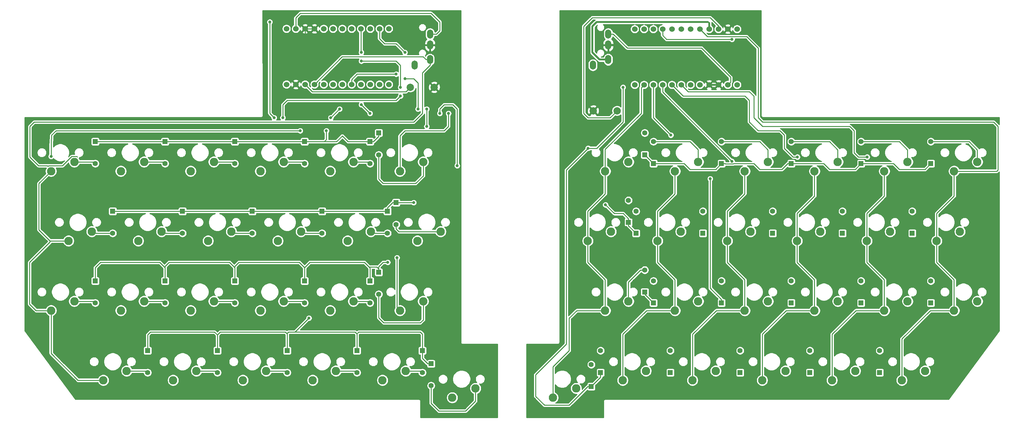
<source format=gtl>
G04 #@! TF.GenerationSoftware,KiCad,Pcbnew,(5.1.2)-2*
G04 #@! TF.CreationDate,2020-04-10T00:12:26+09:00*
G04 #@! TF.ProjectId,original_keyboard,6f726967-696e-4616-9c5f-6b6579626f61,0.1*
G04 #@! TF.SameCoordinates,Original*
G04 #@! TF.FileFunction,Copper,L1,Top*
G04 #@! TF.FilePolarity,Positive*
%FSLAX46Y46*%
G04 Gerber Fmt 4.6, Leading zero omitted, Abs format (unit mm)*
G04 Created by KiCad (PCBNEW (5.1.2)-2) date 2020-04-10 00:12:26*
%MOMM*%
%LPD*%
G04 APERTURE LIST*
%ADD10C,2.286000*%
%ADD11C,1.524000*%
%ADD12C,1.397000*%
%ADD13R,1.397000X1.397000*%
%ADD14C,2.000000*%
%ADD15O,1.700000X2.500000*%
%ADD16C,0.800000*%
%ADD17C,0.500000*%
%ADD18C,0.250000*%
%ADD19C,0.254000*%
G04 APERTURE END LIST*
D10*
X257493000Y-128746000D03*
X251143000Y-131286000D03*
X276543000Y-128746000D03*
X270193000Y-131286000D03*
X167005000Y-152558000D03*
X160655000Y-155098000D03*
X262255000Y-147796000D03*
X255905000Y-150336000D03*
X271781000Y-109696000D03*
X265431000Y-112236000D03*
X176530000Y-109696000D03*
X170180000Y-112236000D03*
X181293000Y-90646300D03*
X174943000Y-93186300D03*
X181293000Y-128746000D03*
X174943000Y-131286000D03*
X186055000Y-147796000D03*
X179705000Y-150336000D03*
X257493000Y-90646300D03*
X251143000Y-93186300D03*
X200343000Y-90646300D03*
X193993000Y-93186300D03*
X219393000Y-128746000D03*
X213043000Y-131286000D03*
X214631000Y-109696000D03*
X208281000Y-112236000D03*
X205105000Y-147796000D03*
X198755000Y-150336000D03*
X276543000Y-90646300D03*
X270193000Y-93186300D03*
X200343000Y-128746000D03*
X193993000Y-131286000D03*
X219393000Y-90646300D03*
X213043000Y-93186300D03*
X238443000Y-128746000D03*
X232093000Y-131286000D03*
D11*
X210931950Y-69569160D03*
X208391950Y-69569160D03*
X205851950Y-69569160D03*
X203311950Y-69569160D03*
X200771950Y-69569160D03*
X198231950Y-69569160D03*
X195691950Y-69569160D03*
X193151950Y-69569160D03*
X190611950Y-69569160D03*
X188071950Y-69569160D03*
X185531950Y-69569160D03*
X182991950Y-69569160D03*
X182991950Y-54349160D03*
X185531950Y-54349160D03*
X188071950Y-54349160D03*
X190611950Y-54349160D03*
X193151950Y-54349160D03*
X195691950Y-54349160D03*
X198231950Y-54349160D03*
X200771950Y-54349160D03*
X203311950Y-54349160D03*
X205851950Y-54349160D03*
X208391950Y-54349160D03*
X210931950Y-54349160D03*
D10*
X252731000Y-109696000D03*
X246381000Y-112236000D03*
X195581000Y-109696000D03*
X189231000Y-112236000D03*
X243205000Y-147796000D03*
X236855000Y-150336000D03*
D12*
X185738000Y-82725400D03*
D13*
X185738000Y-88725400D03*
D10*
X224155000Y-147796000D03*
X217805000Y-150336000D03*
D12*
X244793000Y-85106300D03*
D13*
X244793000Y-91106300D03*
D10*
X238443000Y-90646300D03*
X232093000Y-93186300D03*
D12*
X171133000Y-146066000D03*
D13*
X171133000Y-152066000D03*
D12*
X185738000Y-120207000D03*
D13*
X185738000Y-126207000D03*
D12*
X181293000Y-101157000D03*
D13*
X181293000Y-107157000D03*
D12*
X173673000Y-142256000D03*
D13*
X173673000Y-148256000D03*
D12*
X188120000Y-123206000D03*
D13*
X188120000Y-129206000D03*
D12*
X183357000Y-104156000D03*
D13*
X183357000Y-110156000D03*
D14*
X178193000Y-76676300D03*
X171693000Y-76676300D03*
D15*
X171573000Y-64187720D03*
X175773000Y-62687720D03*
X175773000Y-58687720D03*
X175773000Y-55687720D03*
D10*
X233681000Y-109696000D03*
X227331000Y-112236000D03*
D12*
X206693000Y-123206000D03*
D13*
X206693000Y-129206000D03*
D12*
X239713000Y-104156000D03*
D13*
X239713000Y-110156000D03*
D12*
X220663000Y-104156000D03*
D13*
X220663000Y-110156000D03*
D12*
X201613000Y-104156000D03*
D13*
X201613000Y-110156000D03*
D12*
X225743000Y-123206000D03*
D13*
X225743000Y-129206000D03*
D12*
X263843000Y-123206000D03*
D13*
X263843000Y-129206000D03*
D12*
X258763000Y-104156000D03*
D13*
X258763000Y-110156000D03*
D12*
X244793000Y-123206000D03*
D13*
X244793000Y-129206000D03*
D12*
X263843000Y-85106300D03*
D13*
X263843000Y-91106300D03*
D12*
X211773000Y-142256000D03*
D13*
X211773000Y-148256000D03*
D12*
X225743000Y-85106300D03*
D13*
X225743000Y-91106300D03*
D12*
X192723000Y-142256000D03*
D13*
X192723000Y-148256000D03*
D12*
X206693000Y-85106300D03*
D13*
X206693000Y-91106300D03*
D12*
X230823000Y-142256000D03*
D13*
X230823000Y-148256000D03*
D12*
X249873000Y-142256000D03*
D13*
X249873000Y-148256000D03*
D12*
X188120000Y-85106600D03*
D13*
X188120000Y-91106600D03*
D11*
X87916000Y-54256360D03*
X90456000Y-54256360D03*
X92996000Y-54256360D03*
X95536000Y-54256360D03*
X98076000Y-54256360D03*
X100616000Y-54256360D03*
X103156000Y-54256360D03*
X105696000Y-54256360D03*
X108236000Y-54256360D03*
X110776000Y-54256360D03*
X113316000Y-54256360D03*
X115856000Y-54256360D03*
X115856000Y-69476360D03*
X113316000Y-69476360D03*
X110776000Y-69476360D03*
X108236000Y-69476360D03*
X105696000Y-69476360D03*
X103156000Y-69476360D03*
X100616000Y-69476360D03*
X98076000Y-69476360D03*
X95536000Y-69476360D03*
X92996000Y-69476360D03*
X90456000Y-69476360D03*
X87916000Y-69476360D03*
D10*
X87154000Y-90646600D03*
X80804000Y-93186600D03*
X68103900Y-90646600D03*
X61753900Y-93186600D03*
X63341400Y-147797000D03*
X56991400Y-150337000D03*
X49053900Y-128747000D03*
X42703900Y-131287000D03*
X53816400Y-109697000D03*
X47466400Y-112237000D03*
X49053900Y-90646700D03*
X42703900Y-93186700D03*
X44291400Y-147797000D03*
X37941400Y-150337000D03*
X30003900Y-128747000D03*
X23653900Y-131287000D03*
X34766400Y-109697000D03*
X28416400Y-112237000D03*
X139542000Y-152559000D03*
X133192000Y-155099000D03*
X125254000Y-128747000D03*
X118904000Y-131287000D03*
X130017000Y-109697000D03*
X123667000Y-112237000D03*
X125254000Y-90646600D03*
X118904000Y-93186600D03*
X120492000Y-147797000D03*
X114142000Y-150337000D03*
X30003900Y-90646600D03*
X23653900Y-93186600D03*
X106204000Y-128747000D03*
X99854000Y-131287000D03*
X110967000Y-109697000D03*
X104617000Y-112237000D03*
X106204000Y-90646600D03*
X99854000Y-93186600D03*
X101441400Y-147797000D03*
X95091400Y-150337000D03*
X87153900Y-128747000D03*
X80803900Y-131287000D03*
X91916500Y-109697000D03*
X85566500Y-112237000D03*
X82391400Y-147797000D03*
X76041400Y-150337000D03*
X68103900Y-128747000D03*
X61753900Y-131287000D03*
X72866500Y-109697000D03*
X66516500Y-112237000D03*
D14*
X121766150Y-70247170D03*
X128266150Y-70247170D03*
D15*
X122916150Y-64187720D03*
X127116150Y-62687720D03*
X127116150Y-58687720D03*
X127116150Y-55687720D03*
D12*
X73819100Y-91106600D03*
D13*
X73819100Y-85106600D03*
D12*
X69056500Y-148257000D03*
D13*
X69056500Y-142257000D03*
D12*
X54769000Y-129207000D03*
D13*
X54769000Y-123207000D03*
D12*
X59531500Y-110157000D03*
D13*
X59531500Y-104157000D03*
D12*
X54769000Y-91106600D03*
D13*
X54769000Y-85106600D03*
D12*
X50006500Y-148257000D03*
D13*
X50006500Y-142257000D03*
D12*
X35718900Y-129207000D03*
D13*
X35718900Y-123207000D03*
D12*
X40481400Y-110157000D03*
D13*
X40481400Y-104157000D03*
D12*
X127397000Y-151829000D03*
D13*
X127397000Y-145829000D03*
D12*
X113110000Y-126826000D03*
D13*
X113110000Y-120826000D03*
D12*
X117872000Y-107775000D03*
D13*
X117872000Y-101775000D03*
D12*
X113110000Y-88725360D03*
D13*
X113110000Y-82725360D03*
D12*
X125016000Y-148257000D03*
D13*
X125016000Y-142257000D03*
D12*
X35718900Y-91106600D03*
D13*
X35718900Y-85106600D03*
D12*
X110729000Y-129207000D03*
D13*
X110729000Y-123207000D03*
D12*
X115491000Y-110157000D03*
D13*
X115491000Y-104157000D03*
D12*
X110729000Y-91106600D03*
D13*
X110729000Y-85106600D03*
D12*
X107157000Y-148257000D03*
D13*
X107157000Y-142257000D03*
D12*
X92869100Y-129207000D03*
D13*
X92869100Y-123207000D03*
D12*
X97631700Y-110157000D03*
D13*
X97631700Y-104157000D03*
D12*
X92869100Y-91106600D03*
D13*
X92869100Y-85106600D03*
D12*
X88106600Y-148257000D03*
D13*
X88106600Y-142257000D03*
D12*
X73819100Y-129207000D03*
D13*
X73819100Y-123207000D03*
D12*
X78581600Y-110157000D03*
D13*
X78581600Y-104157000D03*
D16*
X280000000Y-135250000D03*
X265500000Y-154500000D03*
X194500000Y-64000000D03*
X174750000Y-154500000D03*
X280000000Y-97750000D03*
X165750000Y-97500000D03*
X166250000Y-133500000D03*
X220250000Y-154500000D03*
X117872370Y-66675280D03*
X120253630Y-67865910D03*
X123825520Y-76200320D03*
X126206780Y-76200320D03*
X126206780Y-80962840D03*
X122634890Y-101775000D03*
X175022610Y-102394180D03*
X115570000Y-118110000D03*
X134541190Y-91678510D03*
X108347330Y-75009690D03*
X110728590Y-77390950D03*
X129778670Y-77390950D03*
X203597730Y-95250400D03*
X209550880Y-57150240D03*
X94059770Y-133350560D03*
X170260090Y-86915964D03*
X179785130Y-70247170D03*
X102394180Y-76200320D03*
X100012920Y-78581580D03*
X98822290Y-82153470D03*
X104500000Y-63000000D03*
X19000000Y-98000000D03*
X33000000Y-154000000D03*
X133000000Y-133000000D03*
X133000000Y-98000000D03*
X19000000Y-135000000D03*
X104500000Y-75500000D03*
X124000000Y-154000000D03*
X78750000Y-154250000D03*
X83344100Y-52387720D03*
X84534730Y-78581580D03*
X227410330Y-89297250D03*
X108347330Y-60722130D03*
X108347330Y-63103390D03*
X119063000Y-70247170D03*
X119063000Y-72628430D03*
X86915990Y-78581580D03*
X209550880Y-90487880D03*
X192882060Y-83344100D03*
X91678510Y-82153470D03*
X23653900Y-89138550D03*
X118110000Y-116840000D03*
X120253630Y-60722130D03*
X132159930Y-77390950D03*
X246460410Y-89297250D03*
D17*
X171450720Y-60722130D02*
X173416310Y-62687720D01*
X171450720Y-53578350D02*
X171450720Y-60722130D01*
X173416310Y-62687720D02*
X175773000Y-62687720D01*
X203026170Y-52387720D02*
X172641350Y-52387720D01*
X172641350Y-52387720D02*
X171450720Y-53578350D01*
X203311950Y-54349160D02*
X203311950Y-52673500D01*
D18*
X203311950Y-52673500D02*
X203026170Y-52387720D01*
D17*
X175773000Y-58687720D02*
X177123000Y-58687720D01*
X177123000Y-58687720D02*
X178594500Y-60159220D01*
X178594500Y-69774800D02*
X171693000Y-76676300D01*
X201608700Y-67865910D02*
X178594500Y-67865910D01*
X203311950Y-69569160D02*
X201608700Y-67865910D01*
X178594500Y-67865910D02*
X178594500Y-69774800D01*
X178594500Y-60159220D02*
X178594500Y-67865910D01*
X205851950Y-69569160D02*
X203311950Y-69569160D01*
D18*
X73326500Y-110157000D02*
X72866500Y-109697000D01*
X78581600Y-110157000D02*
X73326500Y-110157000D01*
X40481400Y-104157000D02*
X59531500Y-104157000D01*
X59531500Y-104157000D02*
X78581600Y-104157000D01*
X97631700Y-104157000D02*
X78581600Y-104157000D01*
X97631700Y-104157000D02*
X115491000Y-104157000D01*
X116924500Y-101775000D02*
X117872000Y-101775000D01*
X115491000Y-103208500D02*
X116924500Y-101775000D01*
X115491000Y-104157000D02*
X115491000Y-103208500D01*
X105696000Y-69476360D02*
X105696000Y-68135980D01*
X105696000Y-68135980D02*
X107156700Y-66675280D01*
X107156700Y-66675280D02*
X117872370Y-66675280D01*
X120253630Y-67865910D02*
X122634890Y-67865910D01*
X122634890Y-67865910D02*
X123825520Y-69056540D01*
X123825520Y-69056540D02*
X123825520Y-76200320D01*
X126206780Y-76200320D02*
X126206780Y-80962840D01*
X122634890Y-101775000D02*
X117872000Y-101775000D01*
X175022610Y-102394180D02*
X177403870Y-104775440D01*
X177403870Y-104775440D02*
X179859940Y-104775440D01*
X179859940Y-104775440D02*
X181293000Y-106208500D01*
X181293000Y-106208500D02*
X181293000Y-107157000D01*
X181293000Y-107157000D02*
X181293000Y-108092000D01*
X181293000Y-108092000D02*
X183357000Y-110156000D01*
X73359100Y-128747000D02*
X73819100Y-129207000D01*
X68103900Y-128747000D02*
X73359100Y-128747000D01*
X35718900Y-123207000D02*
X35718900Y-119538900D01*
X35718900Y-119538900D02*
X37147800Y-118110000D01*
X37147800Y-118110000D02*
X53340000Y-118110000D01*
X54769000Y-119539000D02*
X54769000Y-123207000D01*
X53340000Y-118110000D02*
X54769000Y-119539000D01*
X54769000Y-119539000D02*
X54769000Y-119221000D01*
X54769000Y-119221000D02*
X55880000Y-118110000D01*
X55880000Y-118110000D02*
X72390000Y-118110000D01*
X73819100Y-119539100D02*
X73819100Y-123207000D01*
X72390000Y-118110000D02*
X73819100Y-119539100D01*
X73819100Y-123207000D02*
X73819100Y-119220900D01*
X73819100Y-119220900D02*
X74930000Y-118110000D01*
X74930000Y-118110000D02*
X91440000Y-118110000D01*
X92869100Y-119539100D02*
X92869100Y-123207000D01*
X91440000Y-118110000D02*
X92869100Y-119539100D01*
X110729000Y-119619000D02*
X110729000Y-123207000D01*
X92869100Y-119539100D02*
X94298200Y-118110000D01*
X94298200Y-118110000D02*
X109220000Y-118110000D01*
X112612500Y-119380000D02*
X110490000Y-119380000D01*
X113110000Y-119877500D02*
X112612500Y-119380000D01*
X113110000Y-120826000D02*
X113110000Y-119877500D01*
X109220000Y-118110000D02*
X110490000Y-119380000D01*
X110490000Y-119380000D02*
X110729000Y-119619000D01*
X115570000Y-118110000D02*
X114300000Y-118110000D01*
X113110000Y-119300000D02*
X113110000Y-120826000D01*
X114300000Y-118110000D02*
X113110000Y-119300000D01*
X108347330Y-75009690D02*
X110728590Y-77390950D01*
X129778670Y-77390950D02*
X129778670Y-76200320D01*
X129778670Y-76200320D02*
X130969300Y-75009690D01*
X130969300Y-75009690D02*
X133350560Y-75009690D01*
X134541190Y-76200320D02*
X134541190Y-91678510D01*
X133350560Y-75009690D02*
X134541190Y-76200320D01*
X206693000Y-129206000D02*
X206693000Y-128257500D01*
X203597730Y-125162230D02*
X203597730Y-95250400D01*
X206693000Y-128257500D02*
X203597730Y-125162230D01*
X209550880Y-57150240D02*
X191691430Y-57150240D01*
X191691430Y-57150240D02*
X190611950Y-56070760D01*
X190611950Y-56070760D02*
X190611950Y-54349160D01*
X185738000Y-126207000D02*
X185738000Y-126824000D01*
X185738000Y-126824000D02*
X188120000Y-129206000D01*
X87646600Y-147797000D02*
X88106600Y-148257000D01*
X82391400Y-147797000D02*
X87646600Y-147797000D01*
X69056500Y-142257000D02*
X69056500Y-137953500D01*
X50006500Y-137953500D02*
X50006500Y-142257000D01*
X50800000Y-137160000D02*
X50006500Y-137953500D01*
X69056500Y-137953500D02*
X68263000Y-137160000D01*
X68263000Y-137160000D02*
X50800000Y-137160000D01*
X88106600Y-137636600D02*
X88106600Y-142257000D01*
X87630000Y-137160000D02*
X88106600Y-137636600D01*
X69056500Y-137953500D02*
X69850000Y-137160000D01*
X69850000Y-137160000D02*
X87630000Y-137160000D01*
X107157000Y-137637000D02*
X107157000Y-142257000D01*
X106680000Y-137160000D02*
X107157000Y-137637000D01*
X88106600Y-137636600D02*
X88106600Y-137476800D01*
X88106600Y-137476800D02*
X88423400Y-137160000D01*
X107634000Y-137160000D02*
X107157000Y-137637000D01*
X124460000Y-137160000D02*
X107634000Y-137160000D01*
X125016000Y-137716000D02*
X124460000Y-137160000D01*
X126448500Y-145829000D02*
X127397000Y-145829000D01*
X125016000Y-144396500D02*
X126448500Y-145829000D01*
X125016000Y-142257000D02*
X125016000Y-144396500D01*
X125016000Y-142257000D02*
X125016000Y-137716000D01*
X88423400Y-137160000D02*
X90250330Y-137160000D01*
X90250330Y-137160000D02*
X106680000Y-137160000D01*
X94059770Y-133350560D02*
X90250330Y-137160000D01*
X224557000Y-147796000D02*
X224155000Y-147796000D01*
X155972530Y-148828750D02*
X164306940Y-140494340D01*
X171133000Y-152066000D02*
X170184500Y-152066000D01*
X165087340Y-157163160D02*
X158353790Y-157163160D01*
X158353790Y-157163160D02*
X155972530Y-154781900D01*
X164306940Y-92869114D02*
X170260090Y-86915964D01*
X170184500Y-152066000D02*
X165087340Y-157163160D01*
X155972530Y-154781900D02*
X155972530Y-148828750D01*
X164306940Y-140494340D02*
X164306940Y-92869114D01*
X179785130Y-79772210D02*
X179785130Y-70247170D01*
X170260090Y-86915964D02*
X172641376Y-86915964D01*
X172641376Y-86915964D02*
X179785130Y-79772210D01*
X173673000Y-148256000D02*
X173673000Y-149526000D01*
X173673000Y-149526000D02*
X171133000Y-152066000D01*
X87550700Y-90646600D02*
X87154000Y-90646600D01*
X87154000Y-90646600D02*
X92409100Y-90646600D01*
X92869100Y-85106600D02*
X73819100Y-85106600D01*
X111677260Y-85106600D02*
X110729000Y-85106600D01*
X113110000Y-83673860D02*
X111677260Y-85106600D01*
X113110000Y-82725360D02*
X113110000Y-83673860D01*
X35718900Y-85106600D02*
X54769000Y-85106600D01*
X54769000Y-85106600D02*
X73819100Y-85106600D01*
X102394180Y-76200320D02*
X100012920Y-78581580D01*
X98822290Y-84534730D02*
X98250420Y-85106600D01*
X98822290Y-82153470D02*
X98822290Y-84534730D01*
X98250420Y-85106600D02*
X92869100Y-85106600D01*
X101583400Y-85106600D02*
X98250420Y-85106600D01*
X103156000Y-83534000D02*
X101583400Y-85106600D01*
X110729000Y-85106600D02*
X104728600Y-85106600D01*
X104728600Y-85106600D02*
X103156000Y-83534000D01*
X219393000Y-87345600D02*
X219393000Y-90646300D01*
X217153700Y-85106300D02*
X219393000Y-87345600D01*
X206693000Y-85106300D02*
X217153700Y-85106300D01*
X217170000Y-92710000D02*
X223190800Y-92710000D01*
X224794500Y-91106300D02*
X225743000Y-91106300D01*
X223190800Y-92710000D02*
X224794500Y-91106300D01*
X209898882Y-91212882D02*
X210005464Y-91106300D01*
X207641500Y-91106300D02*
X207748082Y-91212882D01*
X207748082Y-91212882D02*
X209898882Y-91212882D01*
X206693000Y-91106300D02*
X207641500Y-91106300D01*
X215566300Y-91106300D02*
X217170000Y-92710000D01*
X210005464Y-91106300D02*
X215566300Y-91106300D01*
X185738000Y-88725400D02*
X185738800Y-88725400D01*
X185738800Y-88725400D02*
X188120000Y-91106600D01*
X255270000Y-92710000D02*
X262239300Y-92710000D01*
X196516600Y-91106600D02*
X198120000Y-92710000D01*
X205089300Y-92710000D02*
X206693000Y-91106300D01*
X244793000Y-91106300D02*
X253666300Y-91106300D01*
X262239300Y-92710000D02*
X263843000Y-91106300D01*
X253666300Y-91106300D02*
X255270000Y-92710000D01*
X236220000Y-92710000D02*
X243189300Y-92710000D01*
X243189300Y-92710000D02*
X244793000Y-91106300D01*
X188120000Y-91106600D02*
X196516600Y-91106600D01*
X198120000Y-92710000D02*
X205089300Y-92710000D01*
X234616300Y-91106300D02*
X236220000Y-92710000D01*
X225743000Y-91106300D02*
X234616300Y-91106300D01*
X92376500Y-110157000D02*
X91916500Y-109697000D01*
X97631700Y-110157000D02*
X92376500Y-110157000D01*
X92409100Y-128747000D02*
X92869100Y-129207000D01*
X87153900Y-128747000D02*
X92409100Y-128747000D01*
X106697000Y-147797000D02*
X107157000Y-148257000D01*
X101441400Y-147797000D02*
X106697000Y-147797000D01*
X205507000Y-147796000D02*
X205105000Y-147796000D01*
X106204000Y-90646600D02*
X110269000Y-90646600D01*
X198136600Y-85106600D02*
X200343000Y-87313000D01*
X188120000Y-85106600D02*
X198136600Y-85106600D01*
X200343000Y-87313000D02*
X200343000Y-90646300D01*
X111427000Y-110157000D02*
X110967000Y-109697000D01*
X115491000Y-110157000D02*
X111427000Y-110157000D01*
X110269000Y-128747000D02*
X110729000Y-129207000D01*
X106204000Y-128747000D02*
X110269000Y-128747000D01*
X30003900Y-90646600D02*
X35258900Y-90646600D01*
X276543000Y-87345600D02*
X276543000Y-90646300D01*
X274303700Y-85106300D02*
X276543000Y-87345600D01*
X263843000Y-85106300D02*
X274303700Y-85106300D01*
X120892600Y-147797000D02*
X120492000Y-147797000D01*
X124556000Y-147797000D02*
X125016000Y-148257000D01*
X120492000Y-147797000D02*
X124556000Y-147797000D01*
X186457000Y-147796000D02*
X186055000Y-147796000D01*
X113110000Y-88725360D02*
X113110000Y-95330000D01*
X113110000Y-95330000D02*
X114300000Y-96520000D01*
X114300000Y-96520000D02*
X123190000Y-96520000D01*
X125254000Y-94456000D02*
X125254000Y-90646600D01*
X123190000Y-96520000D02*
X125254000Y-94456000D01*
X117872000Y-107775000D02*
X117872000Y-108982000D01*
X118587000Y-109697000D02*
X130017000Y-109697000D01*
X117872000Y-108982000D02*
X118587000Y-109697000D01*
X125254000Y-133826000D02*
X125254000Y-128747000D01*
X124460000Y-134620000D02*
X125254000Y-133826000D01*
X114460000Y-134620000D02*
X124460000Y-134620000D01*
X113110000Y-126826000D02*
X113110000Y-133270000D01*
X113110000Y-133270000D02*
X114460000Y-134620000D01*
X184593000Y-120207000D02*
X181293000Y-123507000D01*
X185738000Y-120207000D02*
X184593000Y-120207000D01*
X181293000Y-123507000D02*
X181293000Y-128746000D01*
X127397000Y-156607000D02*
X127397000Y-151829000D01*
X129540000Y-158750000D02*
X127397000Y-156607000D01*
X136844000Y-158750000D02*
X129540000Y-158750000D01*
X139542000Y-152559000D02*
X139542000Y-156052000D01*
X139542000Y-156052000D02*
X136844000Y-158750000D01*
X35226400Y-110157000D02*
X34766400Y-109697000D01*
X40481400Y-110157000D02*
X35226400Y-110157000D01*
X35258900Y-128747000D02*
X35718900Y-129207000D01*
X30003900Y-128747000D02*
X35258900Y-128747000D01*
X49546500Y-147797000D02*
X50006500Y-148257000D01*
X44291400Y-147797000D02*
X49546500Y-147797000D01*
X262653000Y-147796000D02*
X262255000Y-147796000D01*
X49053900Y-90646700D02*
X54309100Y-90646700D01*
X257493000Y-87345600D02*
X257493000Y-90646300D01*
X244793000Y-85106300D02*
X255253700Y-85106300D01*
X255253700Y-85106300D02*
X257493000Y-87345600D01*
X54276400Y-110157000D02*
X53816400Y-109697000D01*
X59531500Y-110157000D02*
X54276400Y-110157000D01*
X54309000Y-128747000D02*
X54769000Y-129207000D01*
X49053900Y-128747000D02*
X54309000Y-128747000D01*
X68596500Y-147797000D02*
X69056500Y-148257000D01*
X63341400Y-147797000D02*
X68596500Y-147797000D01*
X68103900Y-90646600D02*
X73359100Y-90646600D01*
X236203700Y-85106300D02*
X238443000Y-87345600D01*
X238443000Y-87345600D02*
X238443000Y-90646300D01*
X225743000Y-85106300D02*
X236203700Y-85106300D01*
X209153949Y-67468979D02*
X201216470Y-59531500D01*
X177131980Y-55687720D02*
X175773000Y-55687720D01*
X208391950Y-69569160D02*
X209153949Y-68807161D01*
X209153949Y-68807161D02*
X209153949Y-67468979D01*
X180975760Y-59531500D02*
X177131980Y-55687720D01*
X201216470Y-59531500D02*
X180975760Y-59531500D01*
X126016150Y-62687720D02*
X125241190Y-61912760D01*
X127116150Y-62687720D02*
X126016150Y-62687720D01*
X103099600Y-61912760D02*
X95536000Y-69476360D01*
X125241190Y-61912760D02*
X103099600Y-61912760D01*
X20240710Y-91678510D02*
X22621970Y-91678510D01*
X17859450Y-80962840D02*
X17859450Y-89297250D01*
X17859450Y-89297250D02*
X20240710Y-91678510D01*
X127116150Y-64187720D02*
X125016150Y-66287720D01*
X125016150Y-66287720D02*
X125016150Y-77390950D01*
X127116150Y-62687720D02*
X127116150Y-64187720D01*
X125016150Y-77390950D02*
X122634890Y-79772210D01*
X122634890Y-79772210D02*
X19050080Y-79772210D01*
X19050080Y-79772210D02*
X17859450Y-80962840D01*
X22621970Y-91678510D02*
X22805659Y-91862199D01*
X30708541Y-89178599D02*
X30827192Y-89297250D01*
X29299259Y-89178599D02*
X30708541Y-89178599D01*
X26759259Y-91718599D02*
X29299259Y-89178599D01*
X22805659Y-91862199D02*
X22949259Y-91718599D01*
X22949259Y-91718599D02*
X26759259Y-91718599D01*
X129778670Y-68734650D02*
X128266150Y-70247170D01*
X129778670Y-60250240D02*
X129778670Y-68734650D01*
X127116150Y-58687720D02*
X128216150Y-58687720D01*
X128216150Y-58687720D02*
X129778670Y-60250240D01*
X127116150Y-58687720D02*
X124172370Y-58687720D01*
X124172370Y-58687720D02*
X122634890Y-57150240D01*
X122634890Y-57150240D02*
X122634890Y-52387720D01*
X122634890Y-52387720D02*
X121444260Y-51197090D01*
X98595270Y-51197090D02*
X95536000Y-54256360D01*
X121444260Y-51197090D02*
X98595270Y-51197090D01*
X95536000Y-54256360D02*
X92996000Y-54256360D01*
X92996000Y-66936360D02*
X90456000Y-69476360D01*
X92996000Y-54256360D02*
X92996000Y-66936360D01*
X128859930Y-55687720D02*
X129778670Y-54768980D01*
X127116150Y-55687720D02*
X128859930Y-55687720D01*
X129778670Y-52387720D02*
X127397410Y-50006460D01*
X129778670Y-54768980D02*
X129778670Y-52387720D01*
X127397410Y-50006460D02*
X91678510Y-50006460D01*
X90456000Y-51228970D02*
X90456000Y-54256360D01*
X91678510Y-50006460D02*
X90456000Y-51228970D01*
X94957440Y-71437800D02*
X92996000Y-69476360D01*
X121766150Y-70247170D02*
X120575520Y-71437800D01*
X120575520Y-71437800D02*
X94957440Y-71437800D01*
X205851950Y-53705390D02*
X205978990Y-53578350D01*
X171450720Y-51197090D02*
X169069460Y-53578350D01*
X169069460Y-53578350D02*
X169069460Y-77390950D01*
X205978990Y-53578350D02*
X203597730Y-51197090D01*
X203597730Y-51197090D02*
X171450720Y-51197090D01*
X205851950Y-54349160D02*
X205851950Y-53705390D01*
X169069460Y-77390950D02*
X170260090Y-78581580D01*
X170260090Y-78581580D02*
X176287720Y-78581580D01*
X176287720Y-78581580D02*
X178193000Y-76676300D01*
X83344100Y-52387720D02*
X83344100Y-77390950D01*
X83344100Y-77390950D02*
X84534730Y-78581580D01*
X223838440Y-83344100D02*
X223838440Y-86915990D01*
X214313400Y-79772210D02*
X216694660Y-82153470D01*
X222647810Y-82153470D02*
X223838440Y-83344100D01*
X193151950Y-69569160D02*
X196211220Y-72628430D01*
X216694660Y-82153470D02*
X222647810Y-82153470D01*
X196211220Y-72628430D02*
X213122770Y-72628430D01*
X213122770Y-72628430D02*
X214313400Y-73819060D01*
X214313400Y-73819060D02*
X214313400Y-79772210D01*
X223838440Y-86915990D02*
X226219700Y-89297250D01*
X226219700Y-89297250D02*
X227410330Y-89297250D01*
X232093000Y-131286000D02*
X224314000Y-131286000D01*
X227331000Y-118111000D02*
X232093000Y-122873000D01*
X232093000Y-122873000D02*
X232093000Y-131286000D01*
X227331000Y-104775000D02*
X227331000Y-112236000D01*
X232093000Y-93186300D02*
X232093000Y-100013000D01*
X224314000Y-131286000D02*
X217805000Y-137795000D01*
X217805000Y-137795000D02*
X217805000Y-150336000D01*
X227331000Y-112236000D02*
X227331000Y-118111000D01*
X232093000Y-100013000D02*
X227331000Y-104775000D01*
X108236000Y-54256360D02*
X108236000Y-60610800D01*
X108236000Y-60610800D02*
X108347330Y-60722130D01*
X108347330Y-63103390D02*
X117872370Y-63103390D01*
X117872370Y-63103390D02*
X119063000Y-64294020D01*
X119063000Y-64294020D02*
X119063000Y-70247170D01*
X119063000Y-72628430D02*
X117872370Y-73819060D01*
X117872370Y-73819060D02*
X88106620Y-73819060D01*
X88106620Y-73819060D02*
X86915990Y-75009690D01*
X86915990Y-75009690D02*
X86915990Y-78581580D01*
X190611950Y-71548950D02*
X209550880Y-90487880D01*
X190611950Y-69569160D02*
X190611950Y-71548950D01*
X198755000Y-137795000D02*
X198755000Y-150336000D01*
X205264000Y-131286000D02*
X198755000Y-137795000D01*
X208281000Y-112236000D02*
X208281000Y-118111000D01*
X208281000Y-118111000D02*
X213043000Y-122873000D01*
X213043000Y-122873000D02*
X213043000Y-131286000D01*
X213043000Y-131286000D02*
X205264000Y-131286000D01*
X213043000Y-93186300D02*
X213043000Y-99377000D01*
X208281000Y-104139000D02*
X208281000Y-112236000D01*
X213043000Y-99377000D02*
X208281000Y-104139000D01*
X188071950Y-69569160D02*
X188071950Y-78533990D01*
X188071950Y-78533990D02*
X192882060Y-83344100D01*
X189231000Y-104141000D02*
X189231000Y-112236000D01*
X179705000Y-137795000D02*
X179705000Y-150336000D01*
X193993000Y-93186300D02*
X193993000Y-99377000D01*
X189231000Y-118111000D02*
X193993000Y-122873000D01*
X189231000Y-112236000D02*
X189231000Y-118111000D01*
X193993000Y-131286000D02*
X186214000Y-131286000D01*
X189230000Y-104140000D02*
X189231000Y-104141000D01*
X193993000Y-99377000D02*
X189230000Y-104140000D01*
X186214000Y-131286000D02*
X179705000Y-137795000D01*
X193993000Y-122873000D02*
X193993000Y-131286000D01*
X23338000Y-112237000D02*
X28416400Y-112237000D01*
X20320500Y-109219500D02*
X23338000Y-112237000D01*
X23653900Y-93186600D02*
X20320500Y-96520000D01*
X20320500Y-96520000D02*
X20320500Y-109219500D01*
X30957000Y-150337000D02*
X37941400Y-150337000D01*
X23653900Y-131287000D02*
X23653900Y-143033900D01*
X23653900Y-143033900D02*
X30957000Y-150337000D01*
X19527000Y-131287000D02*
X23653900Y-131287000D01*
X17780000Y-129540000D02*
X19527000Y-131287000D01*
X17780000Y-118110000D02*
X17780000Y-129540000D01*
X23338000Y-112237000D02*
X23338000Y-112552000D01*
X23338000Y-112552000D02*
X17780000Y-118110000D01*
X23653900Y-85566660D02*
X23653900Y-89138550D01*
X23812600Y-83344100D02*
X23653900Y-85566660D01*
X91678510Y-82153470D02*
X25003230Y-82153470D01*
X25003230Y-82153470D02*
X23812600Y-83344100D01*
X280988680Y-79772210D02*
X282179310Y-80962840D01*
X282179310Y-92869140D02*
X281862150Y-93186300D01*
X281862150Y-93186300D02*
X270193000Y-93186300D01*
X217885290Y-79772210D02*
X280988680Y-79772210D01*
X216694660Y-59531500D02*
X216694660Y-78581580D01*
X202848029Y-56425239D02*
X213588399Y-56425239D01*
X216694660Y-78581580D02*
X217885290Y-79772210D01*
X213588399Y-56425239D02*
X216694660Y-59531500D01*
X200771950Y-54349160D02*
X202848029Y-56425239D01*
X282179310Y-80962840D02*
X282179310Y-92869140D01*
X270193000Y-131286000D02*
X263684000Y-131286000D01*
X255905000Y-139065000D02*
X255905000Y-150336000D01*
X265431000Y-118111000D02*
X270193000Y-122873000D01*
X270193000Y-100013000D02*
X265431000Y-104775000D01*
X270193000Y-93186300D02*
X270193000Y-100013000D01*
X265431000Y-112236000D02*
X265431000Y-118111000D01*
X265431000Y-104775000D02*
X265431000Y-112236000D01*
X263684000Y-131286000D02*
X255905000Y-139065000D01*
X270193000Y-122873000D02*
X270193000Y-131286000D01*
X118110000Y-130493000D02*
X118904000Y-131287000D01*
X118110000Y-116840000D02*
X118110000Y-130493000D01*
X113316000Y-54256360D02*
X113316000Y-56944090D01*
X113316000Y-56944090D02*
X114712780Y-58340870D01*
X114712780Y-58340870D02*
X117872370Y-58340870D01*
X117872370Y-58340870D02*
X120253630Y-60722130D01*
X118904000Y-83503100D02*
X118904000Y-93186600D01*
X120253630Y-82153470D02*
X118904000Y-83503100D01*
X130969300Y-82153470D02*
X120253630Y-82153470D01*
X132159930Y-77390950D02*
X132159930Y-80962840D01*
X132159930Y-80962840D02*
X130969300Y-82153470D01*
X184769951Y-77387375D02*
X174943000Y-87214326D01*
X185531950Y-69569160D02*
X184769951Y-70331159D01*
X184769951Y-70331159D02*
X184769951Y-77387375D01*
X174943000Y-87214326D02*
X174943000Y-93186300D01*
X160655000Y-146685000D02*
X160655000Y-155098000D01*
X174943000Y-122873000D02*
X174943000Y-131286000D01*
X167164000Y-131286000D02*
X165100000Y-133350000D01*
X174943000Y-131286000D02*
X167164000Y-131286000D01*
X165100000Y-142240000D02*
X160655000Y-146685000D01*
X165100000Y-133350000D02*
X165100000Y-142240000D01*
X170180000Y-118110000D02*
X174943000Y-122873000D01*
X170180000Y-112236000D02*
X170180000Y-118110000D01*
X174943000Y-99377000D02*
X170180000Y-104140000D01*
X170180000Y-104140000D02*
X170180000Y-112236000D01*
X174943000Y-93186300D02*
X174943000Y-99377000D01*
X244079150Y-89297250D02*
X246460410Y-89297250D01*
X242888520Y-88106620D02*
X244079150Y-89297250D01*
X217885290Y-80962840D02*
X241697890Y-80962840D01*
X242888520Y-82153470D02*
X242888520Y-88106620D01*
X241697890Y-80962840D02*
X242888520Y-82153470D01*
X197560590Y-71437800D02*
X214313400Y-71437800D01*
X215504030Y-72628430D02*
X215504030Y-78581580D01*
X215504030Y-78581580D02*
X217885290Y-80962840D01*
X214313400Y-71437800D02*
X215504030Y-72628430D01*
X195691950Y-69569160D02*
X197560590Y-71437800D01*
X251143000Y-122873000D02*
X251143000Y-131286000D01*
X246381000Y-112236000D02*
X246381000Y-118111000D01*
X236855000Y-137795000D02*
X236855000Y-150336000D01*
X251143000Y-93186300D02*
X251143000Y-100013000D01*
X243364000Y-131286000D02*
X236855000Y-137795000D01*
X251143000Y-100013000D02*
X246381000Y-104775000D01*
X246381000Y-104775000D02*
X246381000Y-112236000D01*
X251143000Y-131286000D02*
X243364000Y-131286000D01*
X246381000Y-118111000D02*
X251143000Y-122873000D01*
D19*
G36*
X135498001Y-139975337D02*
G01*
X135495572Y-140000000D01*
X135505264Y-140098409D01*
X135533969Y-140193036D01*
X135580583Y-140280245D01*
X135643316Y-140356684D01*
X135719755Y-140419417D01*
X135806964Y-140466031D01*
X135901591Y-140494736D01*
X135975347Y-140502000D01*
X136000000Y-140504428D01*
X136024653Y-140502000D01*
X145498001Y-140502000D01*
X145498000Y-158024652D01*
X145498001Y-158024662D01*
X145498000Y-160498000D01*
X124502000Y-160498000D01*
X124502000Y-156024653D01*
X124504428Y-156000000D01*
X124494736Y-155901591D01*
X124466031Y-155806964D01*
X124419417Y-155719755D01*
X124356684Y-155643316D01*
X124280245Y-155580583D01*
X124193036Y-155533969D01*
X124098409Y-155505264D01*
X124024653Y-155498000D01*
X124000000Y-155495572D01*
X123975347Y-155498000D01*
X30253664Y-155498000D01*
X16502000Y-136835029D01*
X16502000Y-118110000D01*
X17175089Y-118110000D01*
X17178000Y-118139556D01*
X17178001Y-129510434D01*
X17175089Y-129540000D01*
X17186712Y-129658012D01*
X17221134Y-129771489D01*
X17263835Y-129851375D01*
X17277035Y-129876071D01*
X17352264Y-129967737D01*
X17375229Y-129986584D01*
X19080420Y-131691777D01*
X19099263Y-131714737D01*
X19122223Y-131733580D01*
X19122227Y-131733584D01*
X19153850Y-131759536D01*
X19190929Y-131789966D01*
X19295510Y-131845866D01*
X19408988Y-131880289D01*
X19497434Y-131889000D01*
X19497443Y-131889000D01*
X19526999Y-131891911D01*
X19556556Y-131889000D01*
X22149782Y-131889000D01*
X22218275Y-132054358D01*
X22395564Y-132319689D01*
X22621211Y-132545336D01*
X22886542Y-132722625D01*
X23051900Y-132791118D01*
X23051901Y-143004334D01*
X23048989Y-143033900D01*
X23060612Y-143151912D01*
X23095034Y-143265389D01*
X23142414Y-143354029D01*
X23150935Y-143369971D01*
X23226164Y-143461637D01*
X23249129Y-143480484D01*
X30510420Y-150741777D01*
X30529263Y-150764737D01*
X30552223Y-150783580D01*
X30552227Y-150783584D01*
X30583850Y-150809536D01*
X30620929Y-150839966D01*
X30725510Y-150895866D01*
X30838988Y-150930289D01*
X30927434Y-150939000D01*
X30927443Y-150939000D01*
X30956999Y-150941911D01*
X30986556Y-150939000D01*
X36437282Y-150939000D01*
X36505775Y-151104358D01*
X36683064Y-151369689D01*
X36908711Y-151595336D01*
X37174042Y-151772625D01*
X37468864Y-151894744D01*
X37781844Y-151957000D01*
X38100956Y-151957000D01*
X38413936Y-151894744D01*
X38708758Y-151772625D01*
X38974089Y-151595336D01*
X39199736Y-151369689D01*
X39377025Y-151104358D01*
X39499144Y-150809536D01*
X39561400Y-150496556D01*
X39561400Y-150177444D01*
X55371400Y-150177444D01*
X55371400Y-150496556D01*
X55433656Y-150809536D01*
X55555775Y-151104358D01*
X55733064Y-151369689D01*
X55958711Y-151595336D01*
X56224042Y-151772625D01*
X56518864Y-151894744D01*
X56831844Y-151957000D01*
X57150956Y-151957000D01*
X57463936Y-151894744D01*
X57758758Y-151772625D01*
X58024089Y-151595336D01*
X58249736Y-151369689D01*
X58427025Y-151104358D01*
X58549144Y-150809536D01*
X58611400Y-150496556D01*
X58611400Y-150177444D01*
X74421400Y-150177444D01*
X74421400Y-150496556D01*
X74483656Y-150809536D01*
X74605775Y-151104358D01*
X74783064Y-151369689D01*
X75008711Y-151595336D01*
X75274042Y-151772625D01*
X75568864Y-151894744D01*
X75881844Y-151957000D01*
X76200956Y-151957000D01*
X76513936Y-151894744D01*
X76808758Y-151772625D01*
X77074089Y-151595336D01*
X77299736Y-151369689D01*
X77477025Y-151104358D01*
X77599144Y-150809536D01*
X77661400Y-150496556D01*
X77661400Y-150177444D01*
X93471400Y-150177444D01*
X93471400Y-150496556D01*
X93533656Y-150809536D01*
X93655775Y-151104358D01*
X93833064Y-151369689D01*
X94058711Y-151595336D01*
X94324042Y-151772625D01*
X94618864Y-151894744D01*
X94931844Y-151957000D01*
X95250956Y-151957000D01*
X95563936Y-151894744D01*
X95858758Y-151772625D01*
X96124089Y-151595336D01*
X96349736Y-151369689D01*
X96527025Y-151104358D01*
X96649144Y-150809536D01*
X96711400Y-150496556D01*
X96711400Y-150177444D01*
X112522000Y-150177444D01*
X112522000Y-150496556D01*
X112584256Y-150809536D01*
X112706375Y-151104358D01*
X112883664Y-151369689D01*
X113109311Y-151595336D01*
X113374642Y-151772625D01*
X113669464Y-151894744D01*
X113982444Y-151957000D01*
X114301556Y-151957000D01*
X114614536Y-151894744D01*
X114909358Y-151772625D01*
X114998259Y-151713223D01*
X126221500Y-151713223D01*
X126221500Y-151944777D01*
X126266674Y-152171881D01*
X126355285Y-152385808D01*
X126483929Y-152578338D01*
X126647662Y-152742071D01*
X126795001Y-152840519D01*
X126795000Y-156577444D01*
X126792089Y-156607000D01*
X126795000Y-156636556D01*
X126795000Y-156636565D01*
X126803711Y-156725011D01*
X126838134Y-156838489D01*
X126894034Y-156943070D01*
X126969263Y-157034737D01*
X126992234Y-157053589D01*
X129093416Y-159154772D01*
X129112263Y-159177737D01*
X129203929Y-159252966D01*
X129308510Y-159308866D01*
X129421988Y-159343289D01*
X129510434Y-159352000D01*
X129510443Y-159352000D01*
X129540000Y-159354911D01*
X129569556Y-159352000D01*
X136814444Y-159352000D01*
X136844000Y-159354911D01*
X136873556Y-159352000D01*
X136873566Y-159352000D01*
X136962012Y-159343289D01*
X137075490Y-159308866D01*
X137180071Y-159252966D01*
X137271737Y-159177737D01*
X137290589Y-159154766D01*
X139946777Y-156498580D01*
X139969737Y-156479737D01*
X139988580Y-156456777D01*
X139988584Y-156456773D01*
X140044965Y-156388072D01*
X140061394Y-156357336D01*
X140100866Y-156283490D01*
X140135289Y-156170012D01*
X140144000Y-156081566D01*
X140144000Y-156081557D01*
X140146911Y-156052001D01*
X140144000Y-156022444D01*
X140144000Y-154063118D01*
X140309358Y-153994625D01*
X140574689Y-153817336D01*
X140800336Y-153591689D01*
X140977625Y-153326358D01*
X141099744Y-153031536D01*
X141162000Y-152718556D01*
X141162000Y-152399444D01*
X141099744Y-152086464D01*
X140977625Y-151791642D01*
X140800336Y-151526311D01*
X140605955Y-151331930D01*
X140681213Y-151346900D01*
X140942787Y-151346900D01*
X141199334Y-151295869D01*
X141440996Y-151195770D01*
X141658487Y-151050447D01*
X141843447Y-150865487D01*
X141988770Y-150647996D01*
X142088869Y-150406334D01*
X142139900Y-150149787D01*
X142139900Y-149888213D01*
X142088869Y-149631666D01*
X141988770Y-149390004D01*
X141843447Y-149172513D01*
X141658487Y-148987553D01*
X141440996Y-148842230D01*
X141199334Y-148742131D01*
X140942787Y-148691100D01*
X140681213Y-148691100D01*
X140424666Y-148742131D01*
X140183004Y-148842230D01*
X139965513Y-148987553D01*
X139780553Y-149172513D01*
X139635230Y-149390004D01*
X139535131Y-149631666D01*
X139484100Y-149888213D01*
X139484100Y-150149787D01*
X139535131Y-150406334D01*
X139635230Y-150647996D01*
X139780553Y-150865487D01*
X139891935Y-150976869D01*
X139701556Y-150939000D01*
X139382444Y-150939000D01*
X139069464Y-151001256D01*
X138774642Y-151123375D01*
X138509311Y-151300664D01*
X138283664Y-151526311D01*
X138106375Y-151791642D01*
X137984256Y-152086464D01*
X137922000Y-152399444D01*
X137922000Y-152718556D01*
X137984256Y-153031536D01*
X138106375Y-153326358D01*
X138283664Y-153591689D01*
X138509311Y-153817336D01*
X138774642Y-153994625D01*
X138940000Y-154063119D01*
X138940001Y-155802642D01*
X136594645Y-158148000D01*
X129789356Y-158148000D01*
X127999000Y-156357645D01*
X127999000Y-154939444D01*
X131572000Y-154939444D01*
X131572000Y-155258556D01*
X131634256Y-155571536D01*
X131756375Y-155866358D01*
X131933664Y-156131689D01*
X132159311Y-156357336D01*
X132424642Y-156534625D01*
X132719464Y-156656744D01*
X133032444Y-156719000D01*
X133351556Y-156719000D01*
X133664536Y-156656744D01*
X133959358Y-156534625D01*
X134224689Y-156357336D01*
X134450336Y-156131689D01*
X134627625Y-155866358D01*
X134749744Y-155571536D01*
X134812000Y-155258556D01*
X134812000Y-154939444D01*
X134749744Y-154626464D01*
X134627625Y-154331642D01*
X134450336Y-154066311D01*
X134224689Y-153840664D01*
X133959358Y-153663375D01*
X133664536Y-153541256D01*
X133351556Y-153479000D01*
X133032444Y-153479000D01*
X132719464Y-153541256D01*
X132424642Y-153663375D01*
X132159311Y-153840664D01*
X131933664Y-154066311D01*
X131756375Y-154331642D01*
X131634256Y-154626464D01*
X131572000Y-154939444D01*
X127999000Y-154939444D01*
X127999000Y-152840519D01*
X128146338Y-152742071D01*
X128310071Y-152578338D01*
X128438715Y-152385808D01*
X128527326Y-152171881D01*
X128572500Y-151944777D01*
X128572500Y-151713223D01*
X128527326Y-151486119D01*
X128438715Y-151272192D01*
X128310071Y-151079662D01*
X128146338Y-150915929D01*
X127953808Y-150787285D01*
X127739881Y-150698674D01*
X127512777Y-150653500D01*
X127281223Y-150653500D01*
X127054119Y-150698674D01*
X126840192Y-150787285D01*
X126647662Y-150915929D01*
X126483929Y-151079662D01*
X126355285Y-151272192D01*
X126266674Y-151486119D01*
X126221500Y-151713223D01*
X114998259Y-151713223D01*
X115174689Y-151595336D01*
X115400336Y-151369689D01*
X115577625Y-151104358D01*
X115699744Y-150809536D01*
X115762000Y-150496556D01*
X115762000Y-150177444D01*
X115704469Y-149888213D01*
X129324100Y-149888213D01*
X129324100Y-150149787D01*
X129375131Y-150406334D01*
X129475230Y-150647996D01*
X129620553Y-150865487D01*
X129805513Y-151050447D01*
X130023004Y-151195770D01*
X130264666Y-151295869D01*
X130521213Y-151346900D01*
X130782787Y-151346900D01*
X131039334Y-151295869D01*
X131280996Y-151195770D01*
X131498487Y-151050447D01*
X131683447Y-150865487D01*
X131828770Y-150647996D01*
X131928869Y-150406334D01*
X131979900Y-150149787D01*
X131979900Y-149888213D01*
X131957508Y-149775638D01*
X133261100Y-149775638D01*
X133261100Y-150262362D01*
X133356055Y-150739735D01*
X133542316Y-151189410D01*
X133812726Y-151594107D01*
X134156893Y-151938274D01*
X134561590Y-152208684D01*
X135011265Y-152394945D01*
X135488638Y-152489900D01*
X135975362Y-152489900D01*
X136452735Y-152394945D01*
X136902410Y-152208684D01*
X137307107Y-151938274D01*
X137651274Y-151594107D01*
X137921684Y-151189410D01*
X138107945Y-150739735D01*
X138202900Y-150262362D01*
X138202900Y-149775638D01*
X138107945Y-149298265D01*
X137921684Y-148848590D01*
X137651274Y-148443893D01*
X137307107Y-148099726D01*
X136902410Y-147829316D01*
X136452735Y-147643055D01*
X135975362Y-147548100D01*
X135488638Y-147548100D01*
X135011265Y-147643055D01*
X134561590Y-147829316D01*
X134156893Y-148099726D01*
X133812726Y-148443893D01*
X133542316Y-148848590D01*
X133356055Y-149298265D01*
X133261100Y-149775638D01*
X131957508Y-149775638D01*
X131928869Y-149631666D01*
X131828770Y-149390004D01*
X131683447Y-149172513D01*
X131498487Y-148987553D01*
X131280996Y-148842230D01*
X131039334Y-148742131D01*
X130782787Y-148691100D01*
X130521213Y-148691100D01*
X130264666Y-148742131D01*
X130023004Y-148842230D01*
X129805513Y-148987553D01*
X129620553Y-149172513D01*
X129475230Y-149390004D01*
X129375131Y-149631666D01*
X129324100Y-149888213D01*
X115704469Y-149888213D01*
X115699744Y-149864464D01*
X115577625Y-149569642D01*
X115400336Y-149304311D01*
X115174689Y-149078664D01*
X114909358Y-148901375D01*
X114614536Y-148779256D01*
X114301556Y-148717000D01*
X113982444Y-148717000D01*
X113669464Y-148779256D01*
X113374642Y-148901375D01*
X113109311Y-149078664D01*
X112883664Y-149304311D01*
X112706375Y-149569642D01*
X112584256Y-149864464D01*
X112522000Y-150177444D01*
X96711400Y-150177444D01*
X96649144Y-149864464D01*
X96527025Y-149569642D01*
X96349736Y-149304311D01*
X96124089Y-149078664D01*
X95858758Y-148901375D01*
X95563936Y-148779256D01*
X95250956Y-148717000D01*
X94931844Y-148717000D01*
X94618864Y-148779256D01*
X94324042Y-148901375D01*
X94058711Y-149078664D01*
X93833064Y-149304311D01*
X93655775Y-149569642D01*
X93533656Y-149864464D01*
X93471400Y-150177444D01*
X77661400Y-150177444D01*
X77599144Y-149864464D01*
X77477025Y-149569642D01*
X77299736Y-149304311D01*
X77074089Y-149078664D01*
X76808758Y-148901375D01*
X76513936Y-148779256D01*
X76200956Y-148717000D01*
X75881844Y-148717000D01*
X75568864Y-148779256D01*
X75274042Y-148901375D01*
X75008711Y-149078664D01*
X74783064Y-149304311D01*
X74605775Y-149569642D01*
X74483656Y-149864464D01*
X74421400Y-150177444D01*
X58611400Y-150177444D01*
X58549144Y-149864464D01*
X58427025Y-149569642D01*
X58249736Y-149304311D01*
X58024089Y-149078664D01*
X57758758Y-148901375D01*
X57463936Y-148779256D01*
X57150956Y-148717000D01*
X56831844Y-148717000D01*
X56518864Y-148779256D01*
X56224042Y-148901375D01*
X55958711Y-149078664D01*
X55733064Y-149304311D01*
X55555775Y-149569642D01*
X55433656Y-149864464D01*
X55371400Y-150177444D01*
X39561400Y-150177444D01*
X39499144Y-149864464D01*
X39377025Y-149569642D01*
X39199736Y-149304311D01*
X38974089Y-149078664D01*
X38708758Y-148901375D01*
X38413936Y-148779256D01*
X38100956Y-148717000D01*
X37781844Y-148717000D01*
X37468864Y-148779256D01*
X37174042Y-148901375D01*
X36908711Y-149078664D01*
X36683064Y-149304311D01*
X36505775Y-149569642D01*
X36437282Y-149735000D01*
X31206357Y-149735000D01*
X26597569Y-145126213D01*
X34073500Y-145126213D01*
X34073500Y-145387787D01*
X34124531Y-145644334D01*
X34224630Y-145885996D01*
X34369953Y-146103487D01*
X34554913Y-146288447D01*
X34772404Y-146433770D01*
X35014066Y-146533869D01*
X35270613Y-146584900D01*
X35532187Y-146584900D01*
X35788734Y-146533869D01*
X36030396Y-146433770D01*
X36247887Y-146288447D01*
X36432847Y-146103487D01*
X36578170Y-145885996D01*
X36678269Y-145644334D01*
X36729300Y-145387787D01*
X36729300Y-145126213D01*
X36706908Y-145013638D01*
X38010500Y-145013638D01*
X38010500Y-145500362D01*
X38105455Y-145977735D01*
X38291716Y-146427410D01*
X38562126Y-146832107D01*
X38906293Y-147176274D01*
X39310990Y-147446684D01*
X39760665Y-147632945D01*
X40238038Y-147727900D01*
X40724762Y-147727900D01*
X41179516Y-147637444D01*
X42671400Y-147637444D01*
X42671400Y-147956556D01*
X42733656Y-148269536D01*
X42855775Y-148564358D01*
X43033064Y-148829689D01*
X43258711Y-149055336D01*
X43524042Y-149232625D01*
X43818864Y-149354744D01*
X44131844Y-149417000D01*
X44450956Y-149417000D01*
X44763936Y-149354744D01*
X45058758Y-149232625D01*
X45324089Y-149055336D01*
X45549736Y-148829689D01*
X45727025Y-148564358D01*
X45795518Y-148399000D01*
X48836216Y-148399000D01*
X48876174Y-148599881D01*
X48964785Y-148813808D01*
X49093429Y-149006338D01*
X49257162Y-149170071D01*
X49449692Y-149298715D01*
X49663619Y-149387326D01*
X49890723Y-149432500D01*
X50122277Y-149432500D01*
X50349381Y-149387326D01*
X50563308Y-149298715D01*
X50755838Y-149170071D01*
X50919571Y-149006338D01*
X51048215Y-148813808D01*
X51136826Y-148599881D01*
X51182000Y-148372777D01*
X51182000Y-148141223D01*
X51136826Y-147914119D01*
X51048215Y-147700192D01*
X50919571Y-147507662D01*
X50755838Y-147343929D01*
X50563308Y-147215285D01*
X50349381Y-147126674D01*
X50122277Y-147081500D01*
X49890723Y-147081500D01*
X49663619Y-147126674D01*
X49498665Y-147195000D01*
X45795518Y-147195000D01*
X45727025Y-147029642D01*
X45549736Y-146764311D01*
X45355355Y-146569930D01*
X45430613Y-146584900D01*
X45692187Y-146584900D01*
X45948734Y-146533869D01*
X46190396Y-146433770D01*
X46407887Y-146288447D01*
X46592847Y-146103487D01*
X46738170Y-145885996D01*
X46838269Y-145644334D01*
X46889300Y-145387787D01*
X46889300Y-145126213D01*
X53123500Y-145126213D01*
X53123500Y-145387787D01*
X53174531Y-145644334D01*
X53274630Y-145885996D01*
X53419953Y-146103487D01*
X53604913Y-146288447D01*
X53822404Y-146433770D01*
X54064066Y-146533869D01*
X54320613Y-146584900D01*
X54582187Y-146584900D01*
X54838734Y-146533869D01*
X55080396Y-146433770D01*
X55297887Y-146288447D01*
X55482847Y-146103487D01*
X55628170Y-145885996D01*
X55728269Y-145644334D01*
X55779300Y-145387787D01*
X55779300Y-145126213D01*
X55756908Y-145013638D01*
X57060500Y-145013638D01*
X57060500Y-145500362D01*
X57155455Y-145977735D01*
X57341716Y-146427410D01*
X57612126Y-146832107D01*
X57956293Y-147176274D01*
X58360990Y-147446684D01*
X58810665Y-147632945D01*
X59288038Y-147727900D01*
X59774762Y-147727900D01*
X60229516Y-147637444D01*
X61721400Y-147637444D01*
X61721400Y-147956556D01*
X61783656Y-148269536D01*
X61905775Y-148564358D01*
X62083064Y-148829689D01*
X62308711Y-149055336D01*
X62574042Y-149232625D01*
X62868864Y-149354744D01*
X63181844Y-149417000D01*
X63500956Y-149417000D01*
X63813936Y-149354744D01*
X64108758Y-149232625D01*
X64374089Y-149055336D01*
X64599736Y-148829689D01*
X64777025Y-148564358D01*
X64845518Y-148399000D01*
X67886216Y-148399000D01*
X67926174Y-148599881D01*
X68014785Y-148813808D01*
X68143429Y-149006338D01*
X68307162Y-149170071D01*
X68499692Y-149298715D01*
X68713619Y-149387326D01*
X68940723Y-149432500D01*
X69172277Y-149432500D01*
X69399381Y-149387326D01*
X69613308Y-149298715D01*
X69805838Y-149170071D01*
X69969571Y-149006338D01*
X70098215Y-148813808D01*
X70186826Y-148599881D01*
X70232000Y-148372777D01*
X70232000Y-148141223D01*
X70186826Y-147914119D01*
X70098215Y-147700192D01*
X69969571Y-147507662D01*
X69805838Y-147343929D01*
X69613308Y-147215285D01*
X69399381Y-147126674D01*
X69172277Y-147081500D01*
X68940723Y-147081500D01*
X68713619Y-147126674D01*
X68548665Y-147195000D01*
X64845518Y-147195000D01*
X64777025Y-147029642D01*
X64599736Y-146764311D01*
X64405355Y-146569930D01*
X64480613Y-146584900D01*
X64742187Y-146584900D01*
X64998734Y-146533869D01*
X65240396Y-146433770D01*
X65457887Y-146288447D01*
X65642847Y-146103487D01*
X65788170Y-145885996D01*
X65888269Y-145644334D01*
X65939300Y-145387787D01*
X65939300Y-145126213D01*
X72173500Y-145126213D01*
X72173500Y-145387787D01*
X72224531Y-145644334D01*
X72324630Y-145885996D01*
X72469953Y-146103487D01*
X72654913Y-146288447D01*
X72872404Y-146433770D01*
X73114066Y-146533869D01*
X73370613Y-146584900D01*
X73632187Y-146584900D01*
X73888734Y-146533869D01*
X74130396Y-146433770D01*
X74347887Y-146288447D01*
X74532847Y-146103487D01*
X74678170Y-145885996D01*
X74778269Y-145644334D01*
X74829300Y-145387787D01*
X74829300Y-145126213D01*
X74806908Y-145013638D01*
X76110500Y-145013638D01*
X76110500Y-145500362D01*
X76205455Y-145977735D01*
X76391716Y-146427410D01*
X76662126Y-146832107D01*
X77006293Y-147176274D01*
X77410990Y-147446684D01*
X77860665Y-147632945D01*
X78338038Y-147727900D01*
X78824762Y-147727900D01*
X79279516Y-147637444D01*
X80771400Y-147637444D01*
X80771400Y-147956556D01*
X80833656Y-148269536D01*
X80955775Y-148564358D01*
X81133064Y-148829689D01*
X81358711Y-149055336D01*
X81624042Y-149232625D01*
X81918864Y-149354744D01*
X82231844Y-149417000D01*
X82550956Y-149417000D01*
X82863936Y-149354744D01*
X83158758Y-149232625D01*
X83424089Y-149055336D01*
X83649736Y-148829689D01*
X83827025Y-148564358D01*
X83895518Y-148399000D01*
X86936316Y-148399000D01*
X86976274Y-148599881D01*
X87064885Y-148813808D01*
X87193529Y-149006338D01*
X87357262Y-149170071D01*
X87549792Y-149298715D01*
X87763719Y-149387326D01*
X87990823Y-149432500D01*
X88222377Y-149432500D01*
X88449481Y-149387326D01*
X88663408Y-149298715D01*
X88855938Y-149170071D01*
X89019671Y-149006338D01*
X89148315Y-148813808D01*
X89236926Y-148599881D01*
X89282100Y-148372777D01*
X89282100Y-148141223D01*
X89236926Y-147914119D01*
X89148315Y-147700192D01*
X89019671Y-147507662D01*
X88855938Y-147343929D01*
X88663408Y-147215285D01*
X88449481Y-147126674D01*
X88222377Y-147081500D01*
X87990823Y-147081500D01*
X87763719Y-147126674D01*
X87598765Y-147195000D01*
X83895518Y-147195000D01*
X83827025Y-147029642D01*
X83649736Y-146764311D01*
X83455355Y-146569930D01*
X83530613Y-146584900D01*
X83792187Y-146584900D01*
X84048734Y-146533869D01*
X84290396Y-146433770D01*
X84507887Y-146288447D01*
X84692847Y-146103487D01*
X84838170Y-145885996D01*
X84938269Y-145644334D01*
X84989300Y-145387787D01*
X84989300Y-145126213D01*
X91223500Y-145126213D01*
X91223500Y-145387787D01*
X91274531Y-145644334D01*
X91374630Y-145885996D01*
X91519953Y-146103487D01*
X91704913Y-146288447D01*
X91922404Y-146433770D01*
X92164066Y-146533869D01*
X92420613Y-146584900D01*
X92682187Y-146584900D01*
X92938734Y-146533869D01*
X93180396Y-146433770D01*
X93397887Y-146288447D01*
X93582847Y-146103487D01*
X93728170Y-145885996D01*
X93828269Y-145644334D01*
X93879300Y-145387787D01*
X93879300Y-145126213D01*
X93856908Y-145013638D01*
X95160500Y-145013638D01*
X95160500Y-145500362D01*
X95255455Y-145977735D01*
X95441716Y-146427410D01*
X95712126Y-146832107D01*
X96056293Y-147176274D01*
X96460990Y-147446684D01*
X96910665Y-147632945D01*
X97388038Y-147727900D01*
X97874762Y-147727900D01*
X98329516Y-147637444D01*
X99821400Y-147637444D01*
X99821400Y-147956556D01*
X99883656Y-148269536D01*
X100005775Y-148564358D01*
X100183064Y-148829689D01*
X100408711Y-149055336D01*
X100674042Y-149232625D01*
X100968864Y-149354744D01*
X101281844Y-149417000D01*
X101600956Y-149417000D01*
X101913936Y-149354744D01*
X102208758Y-149232625D01*
X102474089Y-149055336D01*
X102699736Y-148829689D01*
X102877025Y-148564358D01*
X102945518Y-148399000D01*
X105986716Y-148399000D01*
X106026674Y-148599881D01*
X106115285Y-148813808D01*
X106243929Y-149006338D01*
X106407662Y-149170071D01*
X106600192Y-149298715D01*
X106814119Y-149387326D01*
X107041223Y-149432500D01*
X107272777Y-149432500D01*
X107499881Y-149387326D01*
X107713808Y-149298715D01*
X107906338Y-149170071D01*
X108070071Y-149006338D01*
X108198715Y-148813808D01*
X108287326Y-148599881D01*
X108332500Y-148372777D01*
X108332500Y-148141223D01*
X108287326Y-147914119D01*
X108198715Y-147700192D01*
X108070071Y-147507662D01*
X107906338Y-147343929D01*
X107713808Y-147215285D01*
X107499881Y-147126674D01*
X107272777Y-147081500D01*
X107041223Y-147081500D01*
X106814119Y-147126674D01*
X106649165Y-147195000D01*
X102945518Y-147195000D01*
X102877025Y-147029642D01*
X102699736Y-146764311D01*
X102505355Y-146569930D01*
X102580613Y-146584900D01*
X102842187Y-146584900D01*
X103098734Y-146533869D01*
X103340396Y-146433770D01*
X103557887Y-146288447D01*
X103742847Y-146103487D01*
X103888170Y-145885996D01*
X103988269Y-145644334D01*
X104039300Y-145387787D01*
X104039300Y-145126213D01*
X110274100Y-145126213D01*
X110274100Y-145387787D01*
X110325131Y-145644334D01*
X110425230Y-145885996D01*
X110570553Y-146103487D01*
X110755513Y-146288447D01*
X110973004Y-146433770D01*
X111214666Y-146533869D01*
X111471213Y-146584900D01*
X111732787Y-146584900D01*
X111989334Y-146533869D01*
X112230996Y-146433770D01*
X112448487Y-146288447D01*
X112633447Y-146103487D01*
X112778770Y-145885996D01*
X112878869Y-145644334D01*
X112929900Y-145387787D01*
X112929900Y-145126213D01*
X112907508Y-145013638D01*
X114211100Y-145013638D01*
X114211100Y-145500362D01*
X114306055Y-145977735D01*
X114492316Y-146427410D01*
X114762726Y-146832107D01*
X115106893Y-147176274D01*
X115511590Y-147446684D01*
X115961265Y-147632945D01*
X116438638Y-147727900D01*
X116925362Y-147727900D01*
X117380116Y-147637444D01*
X118872000Y-147637444D01*
X118872000Y-147956556D01*
X118934256Y-148269536D01*
X119056375Y-148564358D01*
X119233664Y-148829689D01*
X119459311Y-149055336D01*
X119724642Y-149232625D01*
X120019464Y-149354744D01*
X120332444Y-149417000D01*
X120651556Y-149417000D01*
X120964536Y-149354744D01*
X121259358Y-149232625D01*
X121524689Y-149055336D01*
X121750336Y-148829689D01*
X121927625Y-148564358D01*
X121996118Y-148399000D01*
X123845716Y-148399000D01*
X123885674Y-148599881D01*
X123974285Y-148813808D01*
X124102929Y-149006338D01*
X124266662Y-149170071D01*
X124459192Y-149298715D01*
X124673119Y-149387326D01*
X124900223Y-149432500D01*
X125131777Y-149432500D01*
X125358881Y-149387326D01*
X125572808Y-149298715D01*
X125765338Y-149170071D01*
X125929071Y-149006338D01*
X126057715Y-148813808D01*
X126146326Y-148599881D01*
X126191500Y-148372777D01*
X126191500Y-148141223D01*
X126146326Y-147914119D01*
X126057715Y-147700192D01*
X125929071Y-147507662D01*
X125765338Y-147343929D01*
X125572808Y-147215285D01*
X125358881Y-147126674D01*
X125131777Y-147081500D01*
X124900223Y-147081500D01*
X124673119Y-147126674D01*
X124508165Y-147195000D01*
X121996118Y-147195000D01*
X121927625Y-147029642D01*
X121750336Y-146764311D01*
X121555955Y-146569930D01*
X121631213Y-146584900D01*
X121892787Y-146584900D01*
X122149334Y-146533869D01*
X122390996Y-146433770D01*
X122608487Y-146288447D01*
X122793447Y-146103487D01*
X122938770Y-145885996D01*
X123038869Y-145644334D01*
X123089900Y-145387787D01*
X123089900Y-145126213D01*
X123038869Y-144869666D01*
X122938770Y-144628004D01*
X122793447Y-144410513D01*
X122608487Y-144225553D01*
X122390996Y-144080230D01*
X122149334Y-143980131D01*
X121892787Y-143929100D01*
X121631213Y-143929100D01*
X121374666Y-143980131D01*
X121133004Y-144080230D01*
X120915513Y-144225553D01*
X120730553Y-144410513D01*
X120585230Y-144628004D01*
X120485131Y-144869666D01*
X120434100Y-145126213D01*
X120434100Y-145387787D01*
X120485131Y-145644334D01*
X120585230Y-145885996D01*
X120730553Y-146103487D01*
X120841935Y-146214869D01*
X120651556Y-146177000D01*
X120332444Y-146177000D01*
X120019464Y-146239256D01*
X119724642Y-146361375D01*
X119459311Y-146538664D01*
X119233664Y-146764311D01*
X119056375Y-147029642D01*
X118934256Y-147324464D01*
X118872000Y-147637444D01*
X117380116Y-147637444D01*
X117402735Y-147632945D01*
X117852410Y-147446684D01*
X118257107Y-147176274D01*
X118601274Y-146832107D01*
X118871684Y-146427410D01*
X119057945Y-145977735D01*
X119152900Y-145500362D01*
X119152900Y-145013638D01*
X119057945Y-144536265D01*
X118871684Y-144086590D01*
X118601274Y-143681893D01*
X118257107Y-143337726D01*
X117852410Y-143067316D01*
X117402735Y-142881055D01*
X116925362Y-142786100D01*
X116438638Y-142786100D01*
X115961265Y-142881055D01*
X115511590Y-143067316D01*
X115106893Y-143337726D01*
X114762726Y-143681893D01*
X114492316Y-144086590D01*
X114306055Y-144536265D01*
X114211100Y-145013638D01*
X112907508Y-145013638D01*
X112878869Y-144869666D01*
X112778770Y-144628004D01*
X112633447Y-144410513D01*
X112448487Y-144225553D01*
X112230996Y-144080230D01*
X111989334Y-143980131D01*
X111732787Y-143929100D01*
X111471213Y-143929100D01*
X111214666Y-143980131D01*
X110973004Y-144080230D01*
X110755513Y-144225553D01*
X110570553Y-144410513D01*
X110425230Y-144628004D01*
X110325131Y-144869666D01*
X110274100Y-145126213D01*
X104039300Y-145126213D01*
X103988269Y-144869666D01*
X103888170Y-144628004D01*
X103742847Y-144410513D01*
X103557887Y-144225553D01*
X103340396Y-144080230D01*
X103098734Y-143980131D01*
X102842187Y-143929100D01*
X102580613Y-143929100D01*
X102324066Y-143980131D01*
X102082404Y-144080230D01*
X101864913Y-144225553D01*
X101679953Y-144410513D01*
X101534630Y-144628004D01*
X101434531Y-144869666D01*
X101383500Y-145126213D01*
X101383500Y-145387787D01*
X101434531Y-145644334D01*
X101534630Y-145885996D01*
X101679953Y-146103487D01*
X101791335Y-146214869D01*
X101600956Y-146177000D01*
X101281844Y-146177000D01*
X100968864Y-146239256D01*
X100674042Y-146361375D01*
X100408711Y-146538664D01*
X100183064Y-146764311D01*
X100005775Y-147029642D01*
X99883656Y-147324464D01*
X99821400Y-147637444D01*
X98329516Y-147637444D01*
X98352135Y-147632945D01*
X98801810Y-147446684D01*
X99206507Y-147176274D01*
X99550674Y-146832107D01*
X99821084Y-146427410D01*
X100007345Y-145977735D01*
X100102300Y-145500362D01*
X100102300Y-145013638D01*
X100007345Y-144536265D01*
X99821084Y-144086590D01*
X99550674Y-143681893D01*
X99206507Y-143337726D01*
X98801810Y-143067316D01*
X98352135Y-142881055D01*
X97874762Y-142786100D01*
X97388038Y-142786100D01*
X96910665Y-142881055D01*
X96460990Y-143067316D01*
X96056293Y-143337726D01*
X95712126Y-143681893D01*
X95441716Y-144086590D01*
X95255455Y-144536265D01*
X95160500Y-145013638D01*
X93856908Y-145013638D01*
X93828269Y-144869666D01*
X93728170Y-144628004D01*
X93582847Y-144410513D01*
X93397887Y-144225553D01*
X93180396Y-144080230D01*
X92938734Y-143980131D01*
X92682187Y-143929100D01*
X92420613Y-143929100D01*
X92164066Y-143980131D01*
X91922404Y-144080230D01*
X91704913Y-144225553D01*
X91519953Y-144410513D01*
X91374630Y-144628004D01*
X91274531Y-144869666D01*
X91223500Y-145126213D01*
X84989300Y-145126213D01*
X84938269Y-144869666D01*
X84838170Y-144628004D01*
X84692847Y-144410513D01*
X84507887Y-144225553D01*
X84290396Y-144080230D01*
X84048734Y-143980131D01*
X83792187Y-143929100D01*
X83530613Y-143929100D01*
X83274066Y-143980131D01*
X83032404Y-144080230D01*
X82814913Y-144225553D01*
X82629953Y-144410513D01*
X82484630Y-144628004D01*
X82384531Y-144869666D01*
X82333500Y-145126213D01*
X82333500Y-145387787D01*
X82384531Y-145644334D01*
X82484630Y-145885996D01*
X82629953Y-146103487D01*
X82741335Y-146214869D01*
X82550956Y-146177000D01*
X82231844Y-146177000D01*
X81918864Y-146239256D01*
X81624042Y-146361375D01*
X81358711Y-146538664D01*
X81133064Y-146764311D01*
X80955775Y-147029642D01*
X80833656Y-147324464D01*
X80771400Y-147637444D01*
X79279516Y-147637444D01*
X79302135Y-147632945D01*
X79751810Y-147446684D01*
X80156507Y-147176274D01*
X80500674Y-146832107D01*
X80771084Y-146427410D01*
X80957345Y-145977735D01*
X81052300Y-145500362D01*
X81052300Y-145013638D01*
X80957345Y-144536265D01*
X80771084Y-144086590D01*
X80500674Y-143681893D01*
X80156507Y-143337726D01*
X79751810Y-143067316D01*
X79302135Y-142881055D01*
X78824762Y-142786100D01*
X78338038Y-142786100D01*
X77860665Y-142881055D01*
X77410990Y-143067316D01*
X77006293Y-143337726D01*
X76662126Y-143681893D01*
X76391716Y-144086590D01*
X76205455Y-144536265D01*
X76110500Y-145013638D01*
X74806908Y-145013638D01*
X74778269Y-144869666D01*
X74678170Y-144628004D01*
X74532847Y-144410513D01*
X74347887Y-144225553D01*
X74130396Y-144080230D01*
X73888734Y-143980131D01*
X73632187Y-143929100D01*
X73370613Y-143929100D01*
X73114066Y-143980131D01*
X72872404Y-144080230D01*
X72654913Y-144225553D01*
X72469953Y-144410513D01*
X72324630Y-144628004D01*
X72224531Y-144869666D01*
X72173500Y-145126213D01*
X65939300Y-145126213D01*
X65888269Y-144869666D01*
X65788170Y-144628004D01*
X65642847Y-144410513D01*
X65457887Y-144225553D01*
X65240396Y-144080230D01*
X64998734Y-143980131D01*
X64742187Y-143929100D01*
X64480613Y-143929100D01*
X64224066Y-143980131D01*
X63982404Y-144080230D01*
X63764913Y-144225553D01*
X63579953Y-144410513D01*
X63434630Y-144628004D01*
X63334531Y-144869666D01*
X63283500Y-145126213D01*
X63283500Y-145387787D01*
X63334531Y-145644334D01*
X63434630Y-145885996D01*
X63579953Y-146103487D01*
X63691335Y-146214869D01*
X63500956Y-146177000D01*
X63181844Y-146177000D01*
X62868864Y-146239256D01*
X62574042Y-146361375D01*
X62308711Y-146538664D01*
X62083064Y-146764311D01*
X61905775Y-147029642D01*
X61783656Y-147324464D01*
X61721400Y-147637444D01*
X60229516Y-147637444D01*
X60252135Y-147632945D01*
X60701810Y-147446684D01*
X61106507Y-147176274D01*
X61450674Y-146832107D01*
X61721084Y-146427410D01*
X61907345Y-145977735D01*
X62002300Y-145500362D01*
X62002300Y-145013638D01*
X61907345Y-144536265D01*
X61721084Y-144086590D01*
X61450674Y-143681893D01*
X61106507Y-143337726D01*
X60701810Y-143067316D01*
X60252135Y-142881055D01*
X59774762Y-142786100D01*
X59288038Y-142786100D01*
X58810665Y-142881055D01*
X58360990Y-143067316D01*
X57956293Y-143337726D01*
X57612126Y-143681893D01*
X57341716Y-144086590D01*
X57155455Y-144536265D01*
X57060500Y-145013638D01*
X55756908Y-145013638D01*
X55728269Y-144869666D01*
X55628170Y-144628004D01*
X55482847Y-144410513D01*
X55297887Y-144225553D01*
X55080396Y-144080230D01*
X54838734Y-143980131D01*
X54582187Y-143929100D01*
X54320613Y-143929100D01*
X54064066Y-143980131D01*
X53822404Y-144080230D01*
X53604913Y-144225553D01*
X53419953Y-144410513D01*
X53274630Y-144628004D01*
X53174531Y-144869666D01*
X53123500Y-145126213D01*
X46889300Y-145126213D01*
X46838269Y-144869666D01*
X46738170Y-144628004D01*
X46592847Y-144410513D01*
X46407887Y-144225553D01*
X46190396Y-144080230D01*
X45948734Y-143980131D01*
X45692187Y-143929100D01*
X45430613Y-143929100D01*
X45174066Y-143980131D01*
X44932404Y-144080230D01*
X44714913Y-144225553D01*
X44529953Y-144410513D01*
X44384630Y-144628004D01*
X44284531Y-144869666D01*
X44233500Y-145126213D01*
X44233500Y-145387787D01*
X44284531Y-145644334D01*
X44384630Y-145885996D01*
X44529953Y-146103487D01*
X44641335Y-146214869D01*
X44450956Y-146177000D01*
X44131844Y-146177000D01*
X43818864Y-146239256D01*
X43524042Y-146361375D01*
X43258711Y-146538664D01*
X43033064Y-146764311D01*
X42855775Y-147029642D01*
X42733656Y-147324464D01*
X42671400Y-147637444D01*
X41179516Y-147637444D01*
X41202135Y-147632945D01*
X41651810Y-147446684D01*
X42056507Y-147176274D01*
X42400674Y-146832107D01*
X42671084Y-146427410D01*
X42857345Y-145977735D01*
X42952300Y-145500362D01*
X42952300Y-145013638D01*
X42857345Y-144536265D01*
X42671084Y-144086590D01*
X42400674Y-143681893D01*
X42056507Y-143337726D01*
X41651810Y-143067316D01*
X41202135Y-142881055D01*
X40724762Y-142786100D01*
X40238038Y-142786100D01*
X39760665Y-142881055D01*
X39310990Y-143067316D01*
X38906293Y-143337726D01*
X38562126Y-143681893D01*
X38291716Y-144086590D01*
X38105455Y-144536265D01*
X38010500Y-145013638D01*
X36706908Y-145013638D01*
X36678269Y-144869666D01*
X36578170Y-144628004D01*
X36432847Y-144410513D01*
X36247887Y-144225553D01*
X36030396Y-144080230D01*
X35788734Y-143980131D01*
X35532187Y-143929100D01*
X35270613Y-143929100D01*
X35014066Y-143980131D01*
X34772404Y-144080230D01*
X34554913Y-144225553D01*
X34369953Y-144410513D01*
X34224630Y-144628004D01*
X34124531Y-144869666D01*
X34073500Y-145126213D01*
X26597569Y-145126213D01*
X24255900Y-142784545D01*
X24255900Y-141558500D01*
X48828693Y-141558500D01*
X48828693Y-142955500D01*
X48837903Y-143049008D01*
X48865178Y-143138923D01*
X48909471Y-143221789D01*
X48969079Y-143294421D01*
X49041711Y-143354029D01*
X49124577Y-143398322D01*
X49214492Y-143425597D01*
X49308000Y-143434807D01*
X50705000Y-143434807D01*
X50798508Y-143425597D01*
X50888423Y-143398322D01*
X50971289Y-143354029D01*
X51043921Y-143294421D01*
X51103529Y-143221789D01*
X51147822Y-143138923D01*
X51175097Y-143049008D01*
X51184307Y-142955500D01*
X51184307Y-141558500D01*
X51175097Y-141464992D01*
X51147822Y-141375077D01*
X51103529Y-141292211D01*
X51043921Y-141219579D01*
X50971289Y-141159971D01*
X50888423Y-141115678D01*
X50798508Y-141088403D01*
X50705000Y-141079193D01*
X50608500Y-141079193D01*
X50608500Y-138202855D01*
X51049357Y-137762000D01*
X68013645Y-137762000D01*
X68454501Y-138202857D01*
X68454500Y-141079193D01*
X68358000Y-141079193D01*
X68264492Y-141088403D01*
X68174577Y-141115678D01*
X68091711Y-141159971D01*
X68019079Y-141219579D01*
X67959471Y-141292211D01*
X67915178Y-141375077D01*
X67887903Y-141464992D01*
X67878693Y-141558500D01*
X67878693Y-142955500D01*
X67887903Y-143049008D01*
X67915178Y-143138923D01*
X67959471Y-143221789D01*
X68019079Y-143294421D01*
X68091711Y-143354029D01*
X68174577Y-143398322D01*
X68264492Y-143425597D01*
X68358000Y-143434807D01*
X69755000Y-143434807D01*
X69848508Y-143425597D01*
X69938423Y-143398322D01*
X70021289Y-143354029D01*
X70093921Y-143294421D01*
X70153529Y-143221789D01*
X70197822Y-143138923D01*
X70225097Y-143049008D01*
X70234307Y-142955500D01*
X70234307Y-141558500D01*
X70225097Y-141464992D01*
X70197822Y-141375077D01*
X70153529Y-141292211D01*
X70093921Y-141219579D01*
X70021289Y-141159971D01*
X69938423Y-141115678D01*
X69848508Y-141088403D01*
X69755000Y-141079193D01*
X69658500Y-141079193D01*
X69658500Y-138202855D01*
X70099357Y-137762000D01*
X87380644Y-137762000D01*
X87504600Y-137885956D01*
X87504601Y-141079193D01*
X87408100Y-141079193D01*
X87314592Y-141088403D01*
X87224677Y-141115678D01*
X87141811Y-141159971D01*
X87069179Y-141219579D01*
X87009571Y-141292211D01*
X86965278Y-141375077D01*
X86938003Y-141464992D01*
X86928793Y-141558500D01*
X86928793Y-142955500D01*
X86938003Y-143049008D01*
X86965278Y-143138923D01*
X87009571Y-143221789D01*
X87069179Y-143294421D01*
X87141811Y-143354029D01*
X87224677Y-143398322D01*
X87314592Y-143425597D01*
X87408100Y-143434807D01*
X88805100Y-143434807D01*
X88898608Y-143425597D01*
X88988523Y-143398322D01*
X89071389Y-143354029D01*
X89144021Y-143294421D01*
X89203629Y-143221789D01*
X89247922Y-143138923D01*
X89275197Y-143049008D01*
X89284407Y-142955500D01*
X89284407Y-141558500D01*
X89275197Y-141464992D01*
X89247922Y-141375077D01*
X89203629Y-141292211D01*
X89144021Y-141219579D01*
X89071389Y-141159971D01*
X88988523Y-141115678D01*
X88898608Y-141088403D01*
X88805100Y-141079193D01*
X88708600Y-141079193D01*
X88708600Y-137762000D01*
X90220774Y-137762000D01*
X90250330Y-137764911D01*
X90279886Y-137762000D01*
X106430645Y-137762000D01*
X106555000Y-137886356D01*
X106555001Y-141079193D01*
X106458500Y-141079193D01*
X106364992Y-141088403D01*
X106275077Y-141115678D01*
X106192211Y-141159971D01*
X106119579Y-141219579D01*
X106059971Y-141292211D01*
X106015678Y-141375077D01*
X105988403Y-141464992D01*
X105979193Y-141558500D01*
X105979193Y-142955500D01*
X105988403Y-143049008D01*
X106015678Y-143138923D01*
X106059971Y-143221789D01*
X106119579Y-143294421D01*
X106192211Y-143354029D01*
X106275077Y-143398322D01*
X106364992Y-143425597D01*
X106458500Y-143434807D01*
X107855500Y-143434807D01*
X107949008Y-143425597D01*
X108038923Y-143398322D01*
X108121789Y-143354029D01*
X108194421Y-143294421D01*
X108254029Y-143221789D01*
X108298322Y-143138923D01*
X108325597Y-143049008D01*
X108334807Y-142955500D01*
X108334807Y-141558500D01*
X108325597Y-141464992D01*
X108298322Y-141375077D01*
X108254029Y-141292211D01*
X108194421Y-141219579D01*
X108121789Y-141159971D01*
X108038923Y-141115678D01*
X107949008Y-141088403D01*
X107855500Y-141079193D01*
X107759000Y-141079193D01*
X107759000Y-137886355D01*
X107883356Y-137762000D01*
X124210645Y-137762000D01*
X124414001Y-137965357D01*
X124414000Y-141079193D01*
X124317500Y-141079193D01*
X124223992Y-141088403D01*
X124134077Y-141115678D01*
X124051211Y-141159971D01*
X123978579Y-141219579D01*
X123918971Y-141292211D01*
X123874678Y-141375077D01*
X123847403Y-141464992D01*
X123838193Y-141558500D01*
X123838193Y-142955500D01*
X123847403Y-143049008D01*
X123874678Y-143138923D01*
X123918971Y-143221789D01*
X123978579Y-143294421D01*
X124051211Y-143354029D01*
X124134077Y-143398322D01*
X124223992Y-143425597D01*
X124317500Y-143434807D01*
X124414001Y-143434807D01*
X124414001Y-144366934D01*
X124411089Y-144396500D01*
X124422712Y-144514512D01*
X124457134Y-144627989D01*
X124457135Y-144627990D01*
X124513035Y-144732571D01*
X124588264Y-144824237D01*
X124611229Y-144843084D01*
X126001916Y-146233772D01*
X126020763Y-146256737D01*
X126112429Y-146331966D01*
X126217010Y-146387866D01*
X126219193Y-146388528D01*
X126219193Y-146527500D01*
X126228403Y-146621008D01*
X126255678Y-146710923D01*
X126299971Y-146793789D01*
X126359579Y-146866421D01*
X126432211Y-146926029D01*
X126515077Y-146970322D01*
X126604992Y-146997597D01*
X126698500Y-147006807D01*
X128095500Y-147006807D01*
X128189008Y-146997597D01*
X128278923Y-146970322D01*
X128361789Y-146926029D01*
X128434421Y-146866421D01*
X128494029Y-146793789D01*
X128538322Y-146710923D01*
X128565597Y-146621008D01*
X128574807Y-146527500D01*
X128574807Y-145130500D01*
X128565597Y-145036992D01*
X128538322Y-144947077D01*
X128494029Y-144864211D01*
X128434421Y-144791579D01*
X128361789Y-144731971D01*
X128278923Y-144687678D01*
X128189008Y-144660403D01*
X128095500Y-144651193D01*
X126698500Y-144651193D01*
X126604992Y-144660403D01*
X126515077Y-144687678D01*
X126432211Y-144731971D01*
X126359579Y-144791579D01*
X126315791Y-144844935D01*
X125618000Y-144147145D01*
X125618000Y-143434807D01*
X125714500Y-143434807D01*
X125808008Y-143425597D01*
X125897923Y-143398322D01*
X125980789Y-143354029D01*
X126053421Y-143294421D01*
X126113029Y-143221789D01*
X126157322Y-143138923D01*
X126184597Y-143049008D01*
X126193807Y-142955500D01*
X126193807Y-141558500D01*
X126184597Y-141464992D01*
X126157322Y-141375077D01*
X126113029Y-141292211D01*
X126053421Y-141219579D01*
X125980789Y-141159971D01*
X125897923Y-141115678D01*
X125808008Y-141088403D01*
X125714500Y-141079193D01*
X125618000Y-141079193D01*
X125618000Y-137745556D01*
X125620911Y-137716000D01*
X125618000Y-137686443D01*
X125618000Y-137686434D01*
X125609289Y-137597988D01*
X125574866Y-137484510D01*
X125518966Y-137379929D01*
X125443737Y-137288263D01*
X125420771Y-137269415D01*
X124906589Y-136755233D01*
X124887737Y-136732263D01*
X124796071Y-136657034D01*
X124691490Y-136601134D01*
X124578012Y-136566711D01*
X124489566Y-136558000D01*
X124489556Y-136558000D01*
X124460000Y-136555089D01*
X124430444Y-136558000D01*
X107663556Y-136558000D01*
X107634000Y-136555089D01*
X107604443Y-136558000D01*
X107604434Y-136558000D01*
X107515988Y-136566711D01*
X107402510Y-136601134D01*
X107297929Y-136657034D01*
X107206263Y-136732263D01*
X107187415Y-136755229D01*
X107157000Y-136785644D01*
X107126589Y-136755233D01*
X107107737Y-136732263D01*
X107016071Y-136657034D01*
X106911490Y-136601134D01*
X106798012Y-136566711D01*
X106709566Y-136558000D01*
X106709556Y-136558000D01*
X106680000Y-136555089D01*
X106650444Y-136558000D01*
X91703685Y-136558000D01*
X94034126Y-134227560D01*
X94146147Y-134227560D01*
X94315581Y-134193857D01*
X94475185Y-134127747D01*
X94618825Y-134031770D01*
X94740980Y-133909615D01*
X94836957Y-133765975D01*
X94903067Y-133606371D01*
X94936770Y-133436937D01*
X94936770Y-133264183D01*
X94903067Y-133094749D01*
X94836957Y-132935145D01*
X94740980Y-132791505D01*
X94618825Y-132669350D01*
X94475185Y-132573373D01*
X94315581Y-132507263D01*
X94146147Y-132473560D01*
X93973393Y-132473560D01*
X93803959Y-132507263D01*
X93644355Y-132573373D01*
X93500715Y-132669350D01*
X93378560Y-132791505D01*
X93282583Y-132935145D01*
X93216473Y-133094749D01*
X93182770Y-133264183D01*
X93182770Y-133376204D01*
X90000975Y-136558000D01*
X88452956Y-136558000D01*
X88423400Y-136555089D01*
X88393843Y-136558000D01*
X88393834Y-136558000D01*
X88305388Y-136566711D01*
X88191910Y-136601134D01*
X88087329Y-136657034D01*
X88026700Y-136706791D01*
X87966071Y-136657034D01*
X87861490Y-136601134D01*
X87748012Y-136566711D01*
X87659566Y-136558000D01*
X87659556Y-136558000D01*
X87630000Y-136555089D01*
X87600444Y-136558000D01*
X69879556Y-136558000D01*
X69849999Y-136555089D01*
X69820443Y-136558000D01*
X69820434Y-136558000D01*
X69731988Y-136566711D01*
X69618510Y-136601134D01*
X69513929Y-136657034D01*
X69513927Y-136657035D01*
X69513928Y-136657035D01*
X69445227Y-136713416D01*
X69445223Y-136713420D01*
X69422263Y-136732263D01*
X69403420Y-136755223D01*
X69056500Y-137102144D01*
X68709588Y-136755233D01*
X68690737Y-136732263D01*
X68599071Y-136657034D01*
X68494490Y-136601134D01*
X68381012Y-136566711D01*
X68292566Y-136558000D01*
X68292556Y-136558000D01*
X68263000Y-136555089D01*
X68233444Y-136558000D01*
X50829556Y-136558000D01*
X50799999Y-136555089D01*
X50770443Y-136558000D01*
X50770434Y-136558000D01*
X50681988Y-136566711D01*
X50568510Y-136601134D01*
X50463929Y-136657034D01*
X50463927Y-136657035D01*
X50463928Y-136657035D01*
X50395227Y-136713416D01*
X50395223Y-136713420D01*
X50372263Y-136732263D01*
X50353420Y-136755223D01*
X49601733Y-137506912D01*
X49578763Y-137525763D01*
X49503534Y-137617430D01*
X49447634Y-137722011D01*
X49413211Y-137835489D01*
X49404500Y-137923935D01*
X49404500Y-137923944D01*
X49401589Y-137953500D01*
X49404500Y-137983056D01*
X49404501Y-141079193D01*
X49308000Y-141079193D01*
X49214492Y-141088403D01*
X49124577Y-141115678D01*
X49041711Y-141159971D01*
X48969079Y-141219579D01*
X48909471Y-141292211D01*
X48865178Y-141375077D01*
X48837903Y-141464992D01*
X48828693Y-141558500D01*
X24255900Y-141558500D01*
X24255900Y-132791118D01*
X24421258Y-132722625D01*
X24686589Y-132545336D01*
X24912236Y-132319689D01*
X25089525Y-132054358D01*
X25211644Y-131759536D01*
X25273900Y-131446556D01*
X25273900Y-131127444D01*
X41083900Y-131127444D01*
X41083900Y-131446556D01*
X41146156Y-131759536D01*
X41268275Y-132054358D01*
X41445564Y-132319689D01*
X41671211Y-132545336D01*
X41936542Y-132722625D01*
X42231364Y-132844744D01*
X42544344Y-132907000D01*
X42863456Y-132907000D01*
X43176436Y-132844744D01*
X43471258Y-132722625D01*
X43736589Y-132545336D01*
X43962236Y-132319689D01*
X44139525Y-132054358D01*
X44261644Y-131759536D01*
X44323900Y-131446556D01*
X44323900Y-131127444D01*
X60133900Y-131127444D01*
X60133900Y-131446556D01*
X60196156Y-131759536D01*
X60318275Y-132054358D01*
X60495564Y-132319689D01*
X60721211Y-132545336D01*
X60986542Y-132722625D01*
X61281364Y-132844744D01*
X61594344Y-132907000D01*
X61913456Y-132907000D01*
X62226436Y-132844744D01*
X62521258Y-132722625D01*
X62786589Y-132545336D01*
X63012236Y-132319689D01*
X63189525Y-132054358D01*
X63311644Y-131759536D01*
X63373900Y-131446556D01*
X63373900Y-131127444D01*
X79183900Y-131127444D01*
X79183900Y-131446556D01*
X79246156Y-131759536D01*
X79368275Y-132054358D01*
X79545564Y-132319689D01*
X79771211Y-132545336D01*
X80036542Y-132722625D01*
X80331364Y-132844744D01*
X80644344Y-132907000D01*
X80963456Y-132907000D01*
X81276436Y-132844744D01*
X81571258Y-132722625D01*
X81836589Y-132545336D01*
X82062236Y-132319689D01*
X82239525Y-132054358D01*
X82361644Y-131759536D01*
X82423900Y-131446556D01*
X82423900Y-131127444D01*
X98234000Y-131127444D01*
X98234000Y-131446556D01*
X98296256Y-131759536D01*
X98418375Y-132054358D01*
X98595664Y-132319689D01*
X98821311Y-132545336D01*
X99086642Y-132722625D01*
X99381464Y-132844744D01*
X99694444Y-132907000D01*
X100013556Y-132907000D01*
X100326536Y-132844744D01*
X100621358Y-132722625D01*
X100886689Y-132545336D01*
X101112336Y-132319689D01*
X101289625Y-132054358D01*
X101411744Y-131759536D01*
X101474000Y-131446556D01*
X101474000Y-131127444D01*
X101411744Y-130814464D01*
X101289625Y-130519642D01*
X101112336Y-130254311D01*
X100886689Y-130028664D01*
X100621358Y-129851375D01*
X100326536Y-129729256D01*
X100013556Y-129667000D01*
X99694444Y-129667000D01*
X99381464Y-129729256D01*
X99086642Y-129851375D01*
X98821311Y-130028664D01*
X98595664Y-130254311D01*
X98418375Y-130519642D01*
X98296256Y-130814464D01*
X98234000Y-131127444D01*
X82423900Y-131127444D01*
X82361644Y-130814464D01*
X82239525Y-130519642D01*
X82062236Y-130254311D01*
X81836589Y-130028664D01*
X81571258Y-129851375D01*
X81276436Y-129729256D01*
X80963456Y-129667000D01*
X80644344Y-129667000D01*
X80331364Y-129729256D01*
X80036542Y-129851375D01*
X79771211Y-130028664D01*
X79545564Y-130254311D01*
X79368275Y-130519642D01*
X79246156Y-130814464D01*
X79183900Y-131127444D01*
X63373900Y-131127444D01*
X63311644Y-130814464D01*
X63189525Y-130519642D01*
X63012236Y-130254311D01*
X62786589Y-130028664D01*
X62521258Y-129851375D01*
X62226436Y-129729256D01*
X61913456Y-129667000D01*
X61594344Y-129667000D01*
X61281364Y-129729256D01*
X60986542Y-129851375D01*
X60721211Y-130028664D01*
X60495564Y-130254311D01*
X60318275Y-130519642D01*
X60196156Y-130814464D01*
X60133900Y-131127444D01*
X44323900Y-131127444D01*
X44261644Y-130814464D01*
X44139525Y-130519642D01*
X43962236Y-130254311D01*
X43736589Y-130028664D01*
X43471258Y-129851375D01*
X43176436Y-129729256D01*
X42863456Y-129667000D01*
X42544344Y-129667000D01*
X42231364Y-129729256D01*
X41936542Y-129851375D01*
X41671211Y-130028664D01*
X41445564Y-130254311D01*
X41268275Y-130519642D01*
X41146156Y-130814464D01*
X41083900Y-131127444D01*
X25273900Y-131127444D01*
X25211644Y-130814464D01*
X25089525Y-130519642D01*
X24912236Y-130254311D01*
X24686589Y-130028664D01*
X24421258Y-129851375D01*
X24126436Y-129729256D01*
X23813456Y-129667000D01*
X23494344Y-129667000D01*
X23181364Y-129729256D01*
X22886542Y-129851375D01*
X22621211Y-130028664D01*
X22395564Y-130254311D01*
X22218275Y-130519642D01*
X22149782Y-130685000D01*
X19776357Y-130685000D01*
X18382000Y-129290645D01*
X18382000Y-126076213D01*
X19786000Y-126076213D01*
X19786000Y-126337787D01*
X19837031Y-126594334D01*
X19937130Y-126835996D01*
X20082453Y-127053487D01*
X20267413Y-127238447D01*
X20484904Y-127383770D01*
X20726566Y-127483869D01*
X20983113Y-127534900D01*
X21244687Y-127534900D01*
X21501234Y-127483869D01*
X21742896Y-127383770D01*
X21960387Y-127238447D01*
X22145347Y-127053487D01*
X22290670Y-126835996D01*
X22390769Y-126594334D01*
X22441800Y-126337787D01*
X22441800Y-126076213D01*
X22419408Y-125963638D01*
X23723000Y-125963638D01*
X23723000Y-126450362D01*
X23817955Y-126927735D01*
X24004216Y-127377410D01*
X24274626Y-127782107D01*
X24618793Y-128126274D01*
X25023490Y-128396684D01*
X25473165Y-128582945D01*
X25950538Y-128677900D01*
X26437262Y-128677900D01*
X26892016Y-128587444D01*
X28383900Y-128587444D01*
X28383900Y-128906556D01*
X28446156Y-129219536D01*
X28568275Y-129514358D01*
X28745564Y-129779689D01*
X28971211Y-130005336D01*
X29236542Y-130182625D01*
X29531364Y-130304744D01*
X29844344Y-130367000D01*
X30163456Y-130367000D01*
X30476436Y-130304744D01*
X30771258Y-130182625D01*
X31036589Y-130005336D01*
X31262236Y-129779689D01*
X31439525Y-129514358D01*
X31508018Y-129349000D01*
X34548616Y-129349000D01*
X34588574Y-129549881D01*
X34677185Y-129763808D01*
X34805829Y-129956338D01*
X34969562Y-130120071D01*
X35162092Y-130248715D01*
X35376019Y-130337326D01*
X35603123Y-130382500D01*
X35834677Y-130382500D01*
X36061781Y-130337326D01*
X36275708Y-130248715D01*
X36468238Y-130120071D01*
X36631971Y-129956338D01*
X36760615Y-129763808D01*
X36849226Y-129549881D01*
X36894400Y-129322777D01*
X36894400Y-129091223D01*
X36849226Y-128864119D01*
X36760615Y-128650192D01*
X36631971Y-128457662D01*
X36468238Y-128293929D01*
X36275708Y-128165285D01*
X36061781Y-128076674D01*
X35834677Y-128031500D01*
X35603123Y-128031500D01*
X35376019Y-128076674D01*
X35211065Y-128145000D01*
X31508018Y-128145000D01*
X31439525Y-127979642D01*
X31262236Y-127714311D01*
X31067855Y-127519930D01*
X31143113Y-127534900D01*
X31404687Y-127534900D01*
X31661234Y-127483869D01*
X31902896Y-127383770D01*
X32120387Y-127238447D01*
X32305347Y-127053487D01*
X32450670Y-126835996D01*
X32550769Y-126594334D01*
X32601800Y-126337787D01*
X32601800Y-126076213D01*
X38836000Y-126076213D01*
X38836000Y-126337787D01*
X38887031Y-126594334D01*
X38987130Y-126835996D01*
X39132453Y-127053487D01*
X39317413Y-127238447D01*
X39534904Y-127383770D01*
X39776566Y-127483869D01*
X40033113Y-127534900D01*
X40294687Y-127534900D01*
X40551234Y-127483869D01*
X40792896Y-127383770D01*
X41010387Y-127238447D01*
X41195347Y-127053487D01*
X41340670Y-126835996D01*
X41440769Y-126594334D01*
X41491800Y-126337787D01*
X41491800Y-126076213D01*
X41469408Y-125963638D01*
X42773000Y-125963638D01*
X42773000Y-126450362D01*
X42867955Y-126927735D01*
X43054216Y-127377410D01*
X43324626Y-127782107D01*
X43668793Y-128126274D01*
X44073490Y-128396684D01*
X44523165Y-128582945D01*
X45000538Y-128677900D01*
X45487262Y-128677900D01*
X45942016Y-128587444D01*
X47433900Y-128587444D01*
X47433900Y-128906556D01*
X47496156Y-129219536D01*
X47618275Y-129514358D01*
X47795564Y-129779689D01*
X48021211Y-130005336D01*
X48286542Y-130182625D01*
X48581364Y-130304744D01*
X48894344Y-130367000D01*
X49213456Y-130367000D01*
X49526436Y-130304744D01*
X49821258Y-130182625D01*
X50086589Y-130005336D01*
X50312236Y-129779689D01*
X50489525Y-129514358D01*
X50558018Y-129349000D01*
X53598716Y-129349000D01*
X53638674Y-129549881D01*
X53727285Y-129763808D01*
X53855929Y-129956338D01*
X54019662Y-130120071D01*
X54212192Y-130248715D01*
X54426119Y-130337326D01*
X54653223Y-130382500D01*
X54884777Y-130382500D01*
X55111881Y-130337326D01*
X55325808Y-130248715D01*
X55518338Y-130120071D01*
X55682071Y-129956338D01*
X55810715Y-129763808D01*
X55899326Y-129549881D01*
X55944500Y-129322777D01*
X55944500Y-129091223D01*
X55899326Y-128864119D01*
X55810715Y-128650192D01*
X55682071Y-128457662D01*
X55518338Y-128293929D01*
X55325808Y-128165285D01*
X55111881Y-128076674D01*
X54884777Y-128031500D01*
X54653223Y-128031500D01*
X54426119Y-128076674D01*
X54261165Y-128145000D01*
X50558018Y-128145000D01*
X50489525Y-127979642D01*
X50312236Y-127714311D01*
X50117855Y-127519930D01*
X50193113Y-127534900D01*
X50454687Y-127534900D01*
X50711234Y-127483869D01*
X50952896Y-127383770D01*
X51170387Y-127238447D01*
X51355347Y-127053487D01*
X51500670Y-126835996D01*
X51600769Y-126594334D01*
X51651800Y-126337787D01*
X51651800Y-126076213D01*
X57886000Y-126076213D01*
X57886000Y-126337787D01*
X57937031Y-126594334D01*
X58037130Y-126835996D01*
X58182453Y-127053487D01*
X58367413Y-127238447D01*
X58584904Y-127383770D01*
X58826566Y-127483869D01*
X59083113Y-127534900D01*
X59344687Y-127534900D01*
X59601234Y-127483869D01*
X59842896Y-127383770D01*
X60060387Y-127238447D01*
X60245347Y-127053487D01*
X60390670Y-126835996D01*
X60490769Y-126594334D01*
X60541800Y-126337787D01*
X60541800Y-126076213D01*
X60519408Y-125963638D01*
X61823000Y-125963638D01*
X61823000Y-126450362D01*
X61917955Y-126927735D01*
X62104216Y-127377410D01*
X62374626Y-127782107D01*
X62718793Y-128126274D01*
X63123490Y-128396684D01*
X63573165Y-128582945D01*
X64050538Y-128677900D01*
X64537262Y-128677900D01*
X64992016Y-128587444D01*
X66483900Y-128587444D01*
X66483900Y-128906556D01*
X66546156Y-129219536D01*
X66668275Y-129514358D01*
X66845564Y-129779689D01*
X67071211Y-130005336D01*
X67336542Y-130182625D01*
X67631364Y-130304744D01*
X67944344Y-130367000D01*
X68263456Y-130367000D01*
X68576436Y-130304744D01*
X68871258Y-130182625D01*
X69136589Y-130005336D01*
X69362236Y-129779689D01*
X69539525Y-129514358D01*
X69608018Y-129349000D01*
X72648816Y-129349000D01*
X72688774Y-129549881D01*
X72777385Y-129763808D01*
X72906029Y-129956338D01*
X73069762Y-130120071D01*
X73262292Y-130248715D01*
X73476219Y-130337326D01*
X73703323Y-130382500D01*
X73934877Y-130382500D01*
X74161981Y-130337326D01*
X74375908Y-130248715D01*
X74568438Y-130120071D01*
X74732171Y-129956338D01*
X74860815Y-129763808D01*
X74949426Y-129549881D01*
X74994600Y-129322777D01*
X74994600Y-129091223D01*
X74949426Y-128864119D01*
X74860815Y-128650192D01*
X74732171Y-128457662D01*
X74568438Y-128293929D01*
X74375908Y-128165285D01*
X74161981Y-128076674D01*
X73934877Y-128031500D01*
X73703323Y-128031500D01*
X73476219Y-128076674D01*
X73311265Y-128145000D01*
X69608018Y-128145000D01*
X69539525Y-127979642D01*
X69362236Y-127714311D01*
X69167855Y-127519930D01*
X69243113Y-127534900D01*
X69504687Y-127534900D01*
X69761234Y-127483869D01*
X70002896Y-127383770D01*
X70220387Y-127238447D01*
X70405347Y-127053487D01*
X70550670Y-126835996D01*
X70650769Y-126594334D01*
X70701800Y-126337787D01*
X70701800Y-126076213D01*
X76936000Y-126076213D01*
X76936000Y-126337787D01*
X76987031Y-126594334D01*
X77087130Y-126835996D01*
X77232453Y-127053487D01*
X77417413Y-127238447D01*
X77634904Y-127383770D01*
X77876566Y-127483869D01*
X78133113Y-127534900D01*
X78394687Y-127534900D01*
X78651234Y-127483869D01*
X78892896Y-127383770D01*
X79110387Y-127238447D01*
X79295347Y-127053487D01*
X79440670Y-126835996D01*
X79540769Y-126594334D01*
X79591800Y-126337787D01*
X79591800Y-126076213D01*
X79569408Y-125963638D01*
X80873000Y-125963638D01*
X80873000Y-126450362D01*
X80967955Y-126927735D01*
X81154216Y-127377410D01*
X81424626Y-127782107D01*
X81768793Y-128126274D01*
X82173490Y-128396684D01*
X82623165Y-128582945D01*
X83100538Y-128677900D01*
X83587262Y-128677900D01*
X84042016Y-128587444D01*
X85533900Y-128587444D01*
X85533900Y-128906556D01*
X85596156Y-129219536D01*
X85718275Y-129514358D01*
X85895564Y-129779689D01*
X86121211Y-130005336D01*
X86386542Y-130182625D01*
X86681364Y-130304744D01*
X86994344Y-130367000D01*
X87313456Y-130367000D01*
X87626436Y-130304744D01*
X87921258Y-130182625D01*
X88186589Y-130005336D01*
X88412236Y-129779689D01*
X88589525Y-129514358D01*
X88658018Y-129349000D01*
X91698816Y-129349000D01*
X91738774Y-129549881D01*
X91827385Y-129763808D01*
X91956029Y-129956338D01*
X92119762Y-130120071D01*
X92312292Y-130248715D01*
X92526219Y-130337326D01*
X92753323Y-130382500D01*
X92984877Y-130382500D01*
X93211981Y-130337326D01*
X93425908Y-130248715D01*
X93618438Y-130120071D01*
X93782171Y-129956338D01*
X93910815Y-129763808D01*
X93999426Y-129549881D01*
X94044600Y-129322777D01*
X94044600Y-129091223D01*
X93999426Y-128864119D01*
X93910815Y-128650192D01*
X93782171Y-128457662D01*
X93618438Y-128293929D01*
X93425908Y-128165285D01*
X93211981Y-128076674D01*
X92984877Y-128031500D01*
X92753323Y-128031500D01*
X92526219Y-128076674D01*
X92361265Y-128145000D01*
X88658018Y-128145000D01*
X88589525Y-127979642D01*
X88412236Y-127714311D01*
X88217855Y-127519930D01*
X88293113Y-127534900D01*
X88554687Y-127534900D01*
X88811234Y-127483869D01*
X89052896Y-127383770D01*
X89270387Y-127238447D01*
X89455347Y-127053487D01*
X89600670Y-126835996D01*
X89700769Y-126594334D01*
X89751800Y-126337787D01*
X89751800Y-126076213D01*
X95986100Y-126076213D01*
X95986100Y-126337787D01*
X96037131Y-126594334D01*
X96137230Y-126835996D01*
X96282553Y-127053487D01*
X96467513Y-127238447D01*
X96685004Y-127383770D01*
X96926666Y-127483869D01*
X97183213Y-127534900D01*
X97444787Y-127534900D01*
X97701334Y-127483869D01*
X97942996Y-127383770D01*
X98160487Y-127238447D01*
X98345447Y-127053487D01*
X98490770Y-126835996D01*
X98590869Y-126594334D01*
X98641900Y-126337787D01*
X98641900Y-126076213D01*
X98619508Y-125963638D01*
X99923100Y-125963638D01*
X99923100Y-126450362D01*
X100018055Y-126927735D01*
X100204316Y-127377410D01*
X100474726Y-127782107D01*
X100818893Y-128126274D01*
X101223590Y-128396684D01*
X101673265Y-128582945D01*
X102150638Y-128677900D01*
X102637362Y-128677900D01*
X103092116Y-128587444D01*
X104584000Y-128587444D01*
X104584000Y-128906556D01*
X104646256Y-129219536D01*
X104768375Y-129514358D01*
X104945664Y-129779689D01*
X105171311Y-130005336D01*
X105436642Y-130182625D01*
X105731464Y-130304744D01*
X106044444Y-130367000D01*
X106363556Y-130367000D01*
X106676536Y-130304744D01*
X106971358Y-130182625D01*
X107236689Y-130005336D01*
X107462336Y-129779689D01*
X107639625Y-129514358D01*
X107708118Y-129349000D01*
X109558716Y-129349000D01*
X109598674Y-129549881D01*
X109687285Y-129763808D01*
X109815929Y-129956338D01*
X109979662Y-130120071D01*
X110172192Y-130248715D01*
X110386119Y-130337326D01*
X110613223Y-130382500D01*
X110844777Y-130382500D01*
X111071881Y-130337326D01*
X111285808Y-130248715D01*
X111478338Y-130120071D01*
X111642071Y-129956338D01*
X111770715Y-129763808D01*
X111859326Y-129549881D01*
X111904500Y-129322777D01*
X111904500Y-129091223D01*
X111859326Y-128864119D01*
X111770715Y-128650192D01*
X111642071Y-128457662D01*
X111478338Y-128293929D01*
X111285808Y-128165285D01*
X111071881Y-128076674D01*
X110844777Y-128031500D01*
X110613223Y-128031500D01*
X110386119Y-128076674D01*
X110221165Y-128145000D01*
X107708118Y-128145000D01*
X107639625Y-127979642D01*
X107462336Y-127714311D01*
X107267955Y-127519930D01*
X107343213Y-127534900D01*
X107604787Y-127534900D01*
X107861334Y-127483869D01*
X108102996Y-127383770D01*
X108320487Y-127238447D01*
X108505447Y-127053487D01*
X108650770Y-126835996D01*
X108702866Y-126710223D01*
X111934500Y-126710223D01*
X111934500Y-126941777D01*
X111979674Y-127168881D01*
X112068285Y-127382808D01*
X112196929Y-127575338D01*
X112360662Y-127739071D01*
X112508000Y-127837519D01*
X112508001Y-133240434D01*
X112505089Y-133270000D01*
X112516712Y-133388012D01*
X112551134Y-133501489D01*
X112551135Y-133501490D01*
X112607035Y-133606071D01*
X112682264Y-133697737D01*
X112705229Y-133716584D01*
X114013420Y-135024777D01*
X114032263Y-135047737D01*
X114055223Y-135066580D01*
X114055227Y-135066584D01*
X114110916Y-135112286D01*
X114123929Y-135122966D01*
X114228510Y-135178866D01*
X114341988Y-135213289D01*
X114430434Y-135222000D01*
X114430443Y-135222000D01*
X114459999Y-135224911D01*
X114489556Y-135222000D01*
X124430444Y-135222000D01*
X124460000Y-135224911D01*
X124489556Y-135222000D01*
X124489566Y-135222000D01*
X124578012Y-135213289D01*
X124691490Y-135178866D01*
X124796071Y-135122966D01*
X124887737Y-135047737D01*
X124906589Y-135024766D01*
X125658773Y-134272583D01*
X125681737Y-134253737D01*
X125732188Y-134192263D01*
X125756966Y-134162072D01*
X125812866Y-134057490D01*
X125847289Y-133944013D01*
X125850677Y-133909615D01*
X125856000Y-133855566D01*
X125856000Y-133855559D01*
X125858911Y-133826000D01*
X125856000Y-133796441D01*
X125856000Y-130251118D01*
X126021358Y-130182625D01*
X126286689Y-130005336D01*
X126512336Y-129779689D01*
X126689625Y-129514358D01*
X126811744Y-129219536D01*
X126874000Y-128906556D01*
X126874000Y-128587444D01*
X126811744Y-128274464D01*
X126689625Y-127979642D01*
X126512336Y-127714311D01*
X126317955Y-127519930D01*
X126393213Y-127534900D01*
X126654787Y-127534900D01*
X126911334Y-127483869D01*
X127152996Y-127383770D01*
X127370487Y-127238447D01*
X127555447Y-127053487D01*
X127700770Y-126835996D01*
X127800869Y-126594334D01*
X127851900Y-126337787D01*
X127851900Y-126076213D01*
X127800869Y-125819666D01*
X127700770Y-125578004D01*
X127555447Y-125360513D01*
X127370487Y-125175553D01*
X127152996Y-125030230D01*
X126911334Y-124930131D01*
X126654787Y-124879100D01*
X126393213Y-124879100D01*
X126136666Y-124930131D01*
X125895004Y-125030230D01*
X125677513Y-125175553D01*
X125492553Y-125360513D01*
X125347230Y-125578004D01*
X125247131Y-125819666D01*
X125196100Y-126076213D01*
X125196100Y-126337787D01*
X125247131Y-126594334D01*
X125347230Y-126835996D01*
X125492553Y-127053487D01*
X125603935Y-127164869D01*
X125413556Y-127127000D01*
X125094444Y-127127000D01*
X124781464Y-127189256D01*
X124486642Y-127311375D01*
X124221311Y-127488664D01*
X123995664Y-127714311D01*
X123818375Y-127979642D01*
X123696256Y-128274464D01*
X123634000Y-128587444D01*
X123634000Y-128906556D01*
X123696256Y-129219536D01*
X123818375Y-129514358D01*
X123995664Y-129779689D01*
X124221311Y-130005336D01*
X124486642Y-130182625D01*
X124652001Y-130251119D01*
X124652000Y-133576644D01*
X124210645Y-134018000D01*
X114709357Y-134018000D01*
X113712000Y-133020645D01*
X113712000Y-127837519D01*
X113859338Y-127739071D01*
X114023071Y-127575338D01*
X114151715Y-127382808D01*
X114240326Y-127168881D01*
X114285500Y-126941777D01*
X114285500Y-126710223D01*
X114240326Y-126483119D01*
X114151715Y-126269192D01*
X114023071Y-126076662D01*
X114022622Y-126076213D01*
X115036100Y-126076213D01*
X115036100Y-126337787D01*
X115087131Y-126594334D01*
X115187230Y-126835996D01*
X115332553Y-127053487D01*
X115517513Y-127238447D01*
X115735004Y-127383770D01*
X115976666Y-127483869D01*
X116233213Y-127534900D01*
X116494787Y-127534900D01*
X116751334Y-127483869D01*
X116992996Y-127383770D01*
X117210487Y-127238447D01*
X117395447Y-127053487D01*
X117508001Y-126885039D01*
X117508001Y-130460338D01*
X117468375Y-130519642D01*
X117346256Y-130814464D01*
X117284000Y-131127444D01*
X117284000Y-131446556D01*
X117346256Y-131759536D01*
X117468375Y-132054358D01*
X117645664Y-132319689D01*
X117871311Y-132545336D01*
X118136642Y-132722625D01*
X118431464Y-132844744D01*
X118744444Y-132907000D01*
X119063556Y-132907000D01*
X119376536Y-132844744D01*
X119671358Y-132722625D01*
X119936689Y-132545336D01*
X120162336Y-132319689D01*
X120339625Y-132054358D01*
X120461744Y-131759536D01*
X120524000Y-131446556D01*
X120524000Y-131127444D01*
X120461744Y-130814464D01*
X120339625Y-130519642D01*
X120162336Y-130254311D01*
X119936689Y-130028664D01*
X119671358Y-129851375D01*
X119376536Y-129729256D01*
X119063556Y-129667000D01*
X118744444Y-129667000D01*
X118712000Y-129673454D01*
X118712000Y-125963638D01*
X118973100Y-125963638D01*
X118973100Y-126450362D01*
X119068055Y-126927735D01*
X119254316Y-127377410D01*
X119524726Y-127782107D01*
X119868893Y-128126274D01*
X120273590Y-128396684D01*
X120723265Y-128582945D01*
X121200638Y-128677900D01*
X121687362Y-128677900D01*
X122164735Y-128582945D01*
X122614410Y-128396684D01*
X123019107Y-128126274D01*
X123363274Y-127782107D01*
X123633684Y-127377410D01*
X123819945Y-126927735D01*
X123914900Y-126450362D01*
X123914900Y-125963638D01*
X123819945Y-125486265D01*
X123633684Y-125036590D01*
X123363274Y-124631893D01*
X123019107Y-124287726D01*
X122614410Y-124017316D01*
X122164735Y-123831055D01*
X121687362Y-123736100D01*
X121200638Y-123736100D01*
X120723265Y-123831055D01*
X120273590Y-124017316D01*
X119868893Y-124287726D01*
X119524726Y-124631893D01*
X119254316Y-125036590D01*
X119068055Y-125486265D01*
X118973100Y-125963638D01*
X118712000Y-125963638D01*
X118712000Y-117478265D01*
X118791210Y-117399055D01*
X118887187Y-117255415D01*
X118953297Y-117095811D01*
X118987000Y-116926377D01*
X118987000Y-116753623D01*
X118953297Y-116584189D01*
X118887187Y-116424585D01*
X118791210Y-116280945D01*
X118669055Y-116158790D01*
X118525415Y-116062813D01*
X118365811Y-115996703D01*
X118196377Y-115963000D01*
X118023623Y-115963000D01*
X117854189Y-115996703D01*
X117694585Y-116062813D01*
X117550945Y-116158790D01*
X117428790Y-116280945D01*
X117332813Y-116424585D01*
X117266703Y-116584189D01*
X117233000Y-116753623D01*
X117233000Y-116926377D01*
X117266703Y-117095811D01*
X117332813Y-117255415D01*
X117428790Y-117399055D01*
X117508000Y-117478265D01*
X117508001Y-125528961D01*
X117395447Y-125360513D01*
X117210487Y-125175553D01*
X116992996Y-125030230D01*
X116751334Y-124930131D01*
X116494787Y-124879100D01*
X116233213Y-124879100D01*
X115976666Y-124930131D01*
X115735004Y-125030230D01*
X115517513Y-125175553D01*
X115332553Y-125360513D01*
X115187230Y-125578004D01*
X115087131Y-125819666D01*
X115036100Y-126076213D01*
X114022622Y-126076213D01*
X113859338Y-125912929D01*
X113666808Y-125784285D01*
X113452881Y-125695674D01*
X113225777Y-125650500D01*
X112994223Y-125650500D01*
X112767119Y-125695674D01*
X112553192Y-125784285D01*
X112360662Y-125912929D01*
X112196929Y-126076662D01*
X112068285Y-126269192D01*
X111979674Y-126483119D01*
X111934500Y-126710223D01*
X108702866Y-126710223D01*
X108750869Y-126594334D01*
X108801900Y-126337787D01*
X108801900Y-126076213D01*
X108750869Y-125819666D01*
X108650770Y-125578004D01*
X108505447Y-125360513D01*
X108320487Y-125175553D01*
X108102996Y-125030230D01*
X107861334Y-124930131D01*
X107604787Y-124879100D01*
X107343213Y-124879100D01*
X107086666Y-124930131D01*
X106845004Y-125030230D01*
X106627513Y-125175553D01*
X106442553Y-125360513D01*
X106297230Y-125578004D01*
X106197131Y-125819666D01*
X106146100Y-126076213D01*
X106146100Y-126337787D01*
X106197131Y-126594334D01*
X106297230Y-126835996D01*
X106442553Y-127053487D01*
X106553935Y-127164869D01*
X106363556Y-127127000D01*
X106044444Y-127127000D01*
X105731464Y-127189256D01*
X105436642Y-127311375D01*
X105171311Y-127488664D01*
X104945664Y-127714311D01*
X104768375Y-127979642D01*
X104646256Y-128274464D01*
X104584000Y-128587444D01*
X103092116Y-128587444D01*
X103114735Y-128582945D01*
X103564410Y-128396684D01*
X103969107Y-128126274D01*
X104313274Y-127782107D01*
X104583684Y-127377410D01*
X104769945Y-126927735D01*
X104864900Y-126450362D01*
X104864900Y-125963638D01*
X104769945Y-125486265D01*
X104583684Y-125036590D01*
X104313274Y-124631893D01*
X103969107Y-124287726D01*
X103564410Y-124017316D01*
X103114735Y-123831055D01*
X102637362Y-123736100D01*
X102150638Y-123736100D01*
X101673265Y-123831055D01*
X101223590Y-124017316D01*
X100818893Y-124287726D01*
X100474726Y-124631893D01*
X100204316Y-125036590D01*
X100018055Y-125486265D01*
X99923100Y-125963638D01*
X98619508Y-125963638D01*
X98590869Y-125819666D01*
X98490770Y-125578004D01*
X98345447Y-125360513D01*
X98160487Y-125175553D01*
X97942996Y-125030230D01*
X97701334Y-124930131D01*
X97444787Y-124879100D01*
X97183213Y-124879100D01*
X96926666Y-124930131D01*
X96685004Y-125030230D01*
X96467513Y-125175553D01*
X96282553Y-125360513D01*
X96137230Y-125578004D01*
X96037131Y-125819666D01*
X95986100Y-126076213D01*
X89751800Y-126076213D01*
X89700769Y-125819666D01*
X89600670Y-125578004D01*
X89455347Y-125360513D01*
X89270387Y-125175553D01*
X89052896Y-125030230D01*
X88811234Y-124930131D01*
X88554687Y-124879100D01*
X88293113Y-124879100D01*
X88036566Y-124930131D01*
X87794904Y-125030230D01*
X87577413Y-125175553D01*
X87392453Y-125360513D01*
X87247130Y-125578004D01*
X87147031Y-125819666D01*
X87096000Y-126076213D01*
X87096000Y-126337787D01*
X87147031Y-126594334D01*
X87247130Y-126835996D01*
X87392453Y-127053487D01*
X87503835Y-127164869D01*
X87313456Y-127127000D01*
X86994344Y-127127000D01*
X86681364Y-127189256D01*
X86386542Y-127311375D01*
X86121211Y-127488664D01*
X85895564Y-127714311D01*
X85718275Y-127979642D01*
X85596156Y-128274464D01*
X85533900Y-128587444D01*
X84042016Y-128587444D01*
X84064635Y-128582945D01*
X84514310Y-128396684D01*
X84919007Y-128126274D01*
X85263174Y-127782107D01*
X85533584Y-127377410D01*
X85719845Y-126927735D01*
X85814800Y-126450362D01*
X85814800Y-125963638D01*
X85719845Y-125486265D01*
X85533584Y-125036590D01*
X85263174Y-124631893D01*
X84919007Y-124287726D01*
X84514310Y-124017316D01*
X84064635Y-123831055D01*
X83587262Y-123736100D01*
X83100538Y-123736100D01*
X82623165Y-123831055D01*
X82173490Y-124017316D01*
X81768793Y-124287726D01*
X81424626Y-124631893D01*
X81154216Y-125036590D01*
X80967955Y-125486265D01*
X80873000Y-125963638D01*
X79569408Y-125963638D01*
X79540769Y-125819666D01*
X79440670Y-125578004D01*
X79295347Y-125360513D01*
X79110387Y-125175553D01*
X78892896Y-125030230D01*
X78651234Y-124930131D01*
X78394687Y-124879100D01*
X78133113Y-124879100D01*
X77876566Y-124930131D01*
X77634904Y-125030230D01*
X77417413Y-125175553D01*
X77232453Y-125360513D01*
X77087130Y-125578004D01*
X76987031Y-125819666D01*
X76936000Y-126076213D01*
X70701800Y-126076213D01*
X70650769Y-125819666D01*
X70550670Y-125578004D01*
X70405347Y-125360513D01*
X70220387Y-125175553D01*
X70002896Y-125030230D01*
X69761234Y-124930131D01*
X69504687Y-124879100D01*
X69243113Y-124879100D01*
X68986566Y-124930131D01*
X68744904Y-125030230D01*
X68527413Y-125175553D01*
X68342453Y-125360513D01*
X68197130Y-125578004D01*
X68097031Y-125819666D01*
X68046000Y-126076213D01*
X68046000Y-126337787D01*
X68097031Y-126594334D01*
X68197130Y-126835996D01*
X68342453Y-127053487D01*
X68453835Y-127164869D01*
X68263456Y-127127000D01*
X67944344Y-127127000D01*
X67631364Y-127189256D01*
X67336542Y-127311375D01*
X67071211Y-127488664D01*
X66845564Y-127714311D01*
X66668275Y-127979642D01*
X66546156Y-128274464D01*
X66483900Y-128587444D01*
X64992016Y-128587444D01*
X65014635Y-128582945D01*
X65464310Y-128396684D01*
X65869007Y-128126274D01*
X66213174Y-127782107D01*
X66483584Y-127377410D01*
X66669845Y-126927735D01*
X66764800Y-126450362D01*
X66764800Y-125963638D01*
X66669845Y-125486265D01*
X66483584Y-125036590D01*
X66213174Y-124631893D01*
X65869007Y-124287726D01*
X65464310Y-124017316D01*
X65014635Y-123831055D01*
X64537262Y-123736100D01*
X64050538Y-123736100D01*
X63573165Y-123831055D01*
X63123490Y-124017316D01*
X62718793Y-124287726D01*
X62374626Y-124631893D01*
X62104216Y-125036590D01*
X61917955Y-125486265D01*
X61823000Y-125963638D01*
X60519408Y-125963638D01*
X60490769Y-125819666D01*
X60390670Y-125578004D01*
X60245347Y-125360513D01*
X60060387Y-125175553D01*
X59842896Y-125030230D01*
X59601234Y-124930131D01*
X59344687Y-124879100D01*
X59083113Y-124879100D01*
X58826566Y-124930131D01*
X58584904Y-125030230D01*
X58367413Y-125175553D01*
X58182453Y-125360513D01*
X58037130Y-125578004D01*
X57937031Y-125819666D01*
X57886000Y-126076213D01*
X51651800Y-126076213D01*
X51600769Y-125819666D01*
X51500670Y-125578004D01*
X51355347Y-125360513D01*
X51170387Y-125175553D01*
X50952896Y-125030230D01*
X50711234Y-124930131D01*
X50454687Y-124879100D01*
X50193113Y-124879100D01*
X49936566Y-124930131D01*
X49694904Y-125030230D01*
X49477413Y-125175553D01*
X49292453Y-125360513D01*
X49147130Y-125578004D01*
X49047031Y-125819666D01*
X48996000Y-126076213D01*
X48996000Y-126337787D01*
X49047031Y-126594334D01*
X49147130Y-126835996D01*
X49292453Y-127053487D01*
X49403835Y-127164869D01*
X49213456Y-127127000D01*
X48894344Y-127127000D01*
X48581364Y-127189256D01*
X48286542Y-127311375D01*
X48021211Y-127488664D01*
X47795564Y-127714311D01*
X47618275Y-127979642D01*
X47496156Y-128274464D01*
X47433900Y-128587444D01*
X45942016Y-128587444D01*
X45964635Y-128582945D01*
X46414310Y-128396684D01*
X46819007Y-128126274D01*
X47163174Y-127782107D01*
X47433584Y-127377410D01*
X47619845Y-126927735D01*
X47714800Y-126450362D01*
X47714800Y-125963638D01*
X47619845Y-125486265D01*
X47433584Y-125036590D01*
X47163174Y-124631893D01*
X46819007Y-124287726D01*
X46414310Y-124017316D01*
X45964635Y-123831055D01*
X45487262Y-123736100D01*
X45000538Y-123736100D01*
X44523165Y-123831055D01*
X44073490Y-124017316D01*
X43668793Y-124287726D01*
X43324626Y-124631893D01*
X43054216Y-125036590D01*
X42867955Y-125486265D01*
X42773000Y-125963638D01*
X41469408Y-125963638D01*
X41440769Y-125819666D01*
X41340670Y-125578004D01*
X41195347Y-125360513D01*
X41010387Y-125175553D01*
X40792896Y-125030230D01*
X40551234Y-124930131D01*
X40294687Y-124879100D01*
X40033113Y-124879100D01*
X39776566Y-124930131D01*
X39534904Y-125030230D01*
X39317413Y-125175553D01*
X39132453Y-125360513D01*
X38987130Y-125578004D01*
X38887031Y-125819666D01*
X38836000Y-126076213D01*
X32601800Y-126076213D01*
X32550769Y-125819666D01*
X32450670Y-125578004D01*
X32305347Y-125360513D01*
X32120387Y-125175553D01*
X31902896Y-125030230D01*
X31661234Y-124930131D01*
X31404687Y-124879100D01*
X31143113Y-124879100D01*
X30886566Y-124930131D01*
X30644904Y-125030230D01*
X30427413Y-125175553D01*
X30242453Y-125360513D01*
X30097130Y-125578004D01*
X29997031Y-125819666D01*
X29946000Y-126076213D01*
X29946000Y-126337787D01*
X29997031Y-126594334D01*
X30097130Y-126835996D01*
X30242453Y-127053487D01*
X30353835Y-127164869D01*
X30163456Y-127127000D01*
X29844344Y-127127000D01*
X29531364Y-127189256D01*
X29236542Y-127311375D01*
X28971211Y-127488664D01*
X28745564Y-127714311D01*
X28568275Y-127979642D01*
X28446156Y-128274464D01*
X28383900Y-128587444D01*
X26892016Y-128587444D01*
X26914635Y-128582945D01*
X27364310Y-128396684D01*
X27769007Y-128126274D01*
X28113174Y-127782107D01*
X28383584Y-127377410D01*
X28569845Y-126927735D01*
X28664800Y-126450362D01*
X28664800Y-125963638D01*
X28569845Y-125486265D01*
X28383584Y-125036590D01*
X28113174Y-124631893D01*
X27769007Y-124287726D01*
X27364310Y-124017316D01*
X26914635Y-123831055D01*
X26437262Y-123736100D01*
X25950538Y-123736100D01*
X25473165Y-123831055D01*
X25023490Y-124017316D01*
X24618793Y-124287726D01*
X24274626Y-124631893D01*
X24004216Y-125036590D01*
X23817955Y-125486265D01*
X23723000Y-125963638D01*
X22419408Y-125963638D01*
X22390769Y-125819666D01*
X22290670Y-125578004D01*
X22145347Y-125360513D01*
X21960387Y-125175553D01*
X21742896Y-125030230D01*
X21501234Y-124930131D01*
X21244687Y-124879100D01*
X20983113Y-124879100D01*
X20726566Y-124930131D01*
X20484904Y-125030230D01*
X20267413Y-125175553D01*
X20082453Y-125360513D01*
X19937130Y-125578004D01*
X19837031Y-125819666D01*
X19786000Y-126076213D01*
X18382000Y-126076213D01*
X18382000Y-122508500D01*
X34541093Y-122508500D01*
X34541093Y-123905500D01*
X34550303Y-123999008D01*
X34577578Y-124088923D01*
X34621871Y-124171789D01*
X34681479Y-124244421D01*
X34754111Y-124304029D01*
X34836977Y-124348322D01*
X34926892Y-124375597D01*
X35020400Y-124384807D01*
X36417400Y-124384807D01*
X36510908Y-124375597D01*
X36600823Y-124348322D01*
X36683689Y-124304029D01*
X36756321Y-124244421D01*
X36815929Y-124171789D01*
X36860222Y-124088923D01*
X36887497Y-123999008D01*
X36896707Y-123905500D01*
X36896707Y-122508500D01*
X36887497Y-122414992D01*
X36860222Y-122325077D01*
X36815929Y-122242211D01*
X36756321Y-122169579D01*
X36683689Y-122109971D01*
X36600823Y-122065678D01*
X36510908Y-122038403D01*
X36417400Y-122029193D01*
X36320900Y-122029193D01*
X36320900Y-119788255D01*
X37397156Y-118712000D01*
X53090645Y-118712000D01*
X54167000Y-119788357D01*
X54167001Y-122029193D01*
X54070500Y-122029193D01*
X53976992Y-122038403D01*
X53887077Y-122065678D01*
X53804211Y-122109971D01*
X53731579Y-122169579D01*
X53671971Y-122242211D01*
X53627678Y-122325077D01*
X53600403Y-122414992D01*
X53591193Y-122508500D01*
X53591193Y-123905500D01*
X53600403Y-123999008D01*
X53627678Y-124088923D01*
X53671971Y-124171789D01*
X53731579Y-124244421D01*
X53804211Y-124304029D01*
X53887077Y-124348322D01*
X53976992Y-124375597D01*
X54070500Y-124384807D01*
X55467500Y-124384807D01*
X55561008Y-124375597D01*
X55650923Y-124348322D01*
X55733789Y-124304029D01*
X55806421Y-124244421D01*
X55866029Y-124171789D01*
X55910322Y-124088923D01*
X55937597Y-123999008D01*
X55946807Y-123905500D01*
X55946807Y-122508500D01*
X55937597Y-122414992D01*
X55910322Y-122325077D01*
X55866029Y-122242211D01*
X55806421Y-122169579D01*
X55733789Y-122109971D01*
X55650923Y-122065678D01*
X55561008Y-122038403D01*
X55467500Y-122029193D01*
X55371000Y-122029193D01*
X55371000Y-119568556D01*
X55373911Y-119538999D01*
X55371000Y-119509443D01*
X55371000Y-119470355D01*
X56129357Y-118712000D01*
X72140645Y-118712000D01*
X73217100Y-119788456D01*
X73217100Y-122029193D01*
X73120600Y-122029193D01*
X73027092Y-122038403D01*
X72937177Y-122065678D01*
X72854311Y-122109971D01*
X72781679Y-122169579D01*
X72722071Y-122242211D01*
X72677778Y-122325077D01*
X72650503Y-122414992D01*
X72641293Y-122508500D01*
X72641293Y-123905500D01*
X72650503Y-123999008D01*
X72677778Y-124088923D01*
X72722071Y-124171789D01*
X72781679Y-124244421D01*
X72854311Y-124304029D01*
X72937177Y-124348322D01*
X73027092Y-124375597D01*
X73120600Y-124384807D01*
X74517600Y-124384807D01*
X74611108Y-124375597D01*
X74701023Y-124348322D01*
X74783889Y-124304029D01*
X74856521Y-124244421D01*
X74916129Y-124171789D01*
X74960422Y-124088923D01*
X74987697Y-123999008D01*
X74996907Y-123905500D01*
X74996907Y-122508500D01*
X74987697Y-122414992D01*
X74960422Y-122325077D01*
X74916129Y-122242211D01*
X74856521Y-122169579D01*
X74783889Y-122109971D01*
X74701023Y-122065678D01*
X74611108Y-122038403D01*
X74517600Y-122029193D01*
X74421100Y-122029193D01*
X74421100Y-119568659D01*
X74424011Y-119539100D01*
X74421100Y-119509541D01*
X74421100Y-119470255D01*
X75179356Y-118712000D01*
X91190645Y-118712000D01*
X92267100Y-119788456D01*
X92267101Y-122029193D01*
X92170600Y-122029193D01*
X92077092Y-122038403D01*
X91987177Y-122065678D01*
X91904311Y-122109971D01*
X91831679Y-122169579D01*
X91772071Y-122242211D01*
X91727778Y-122325077D01*
X91700503Y-122414992D01*
X91691293Y-122508500D01*
X91691293Y-123905500D01*
X91700503Y-123999008D01*
X91727778Y-124088923D01*
X91772071Y-124171789D01*
X91831679Y-124244421D01*
X91904311Y-124304029D01*
X91987177Y-124348322D01*
X92077092Y-124375597D01*
X92170600Y-124384807D01*
X93567600Y-124384807D01*
X93661108Y-124375597D01*
X93751023Y-124348322D01*
X93833889Y-124304029D01*
X93906521Y-124244421D01*
X93966129Y-124171789D01*
X94010422Y-124088923D01*
X94037697Y-123999008D01*
X94046907Y-123905500D01*
X94046907Y-122508500D01*
X94037697Y-122414992D01*
X94010422Y-122325077D01*
X93966129Y-122242211D01*
X93906521Y-122169579D01*
X93833889Y-122109971D01*
X93751023Y-122065678D01*
X93661108Y-122038403D01*
X93567600Y-122029193D01*
X93471100Y-122029193D01*
X93471100Y-119788455D01*
X94547556Y-118712000D01*
X108970645Y-118712000D01*
X110043420Y-119784777D01*
X110062263Y-119807737D01*
X110085223Y-119826580D01*
X110085227Y-119826584D01*
X110085238Y-119826593D01*
X110127000Y-119868355D01*
X110127001Y-122029193D01*
X110030500Y-122029193D01*
X109936992Y-122038403D01*
X109847077Y-122065678D01*
X109764211Y-122109971D01*
X109691579Y-122169579D01*
X109631971Y-122242211D01*
X109587678Y-122325077D01*
X109560403Y-122414992D01*
X109551193Y-122508500D01*
X109551193Y-123905500D01*
X109560403Y-123999008D01*
X109587678Y-124088923D01*
X109631971Y-124171789D01*
X109691579Y-124244421D01*
X109764211Y-124304029D01*
X109847077Y-124348322D01*
X109936992Y-124375597D01*
X110030500Y-124384807D01*
X111427500Y-124384807D01*
X111521008Y-124375597D01*
X111610923Y-124348322D01*
X111693789Y-124304029D01*
X111766421Y-124244421D01*
X111826029Y-124171789D01*
X111870322Y-124088923D01*
X111897597Y-123999008D01*
X111906807Y-123905500D01*
X111906807Y-122508500D01*
X111897597Y-122414992D01*
X111870322Y-122325077D01*
X111826029Y-122242211D01*
X111766421Y-122169579D01*
X111693789Y-122109971D01*
X111610923Y-122065678D01*
X111521008Y-122038403D01*
X111427500Y-122029193D01*
X111331000Y-122029193D01*
X111331000Y-119982000D01*
X111957174Y-119982000D01*
X111941403Y-120033992D01*
X111932193Y-120127500D01*
X111932193Y-121524500D01*
X111941403Y-121618008D01*
X111968678Y-121707923D01*
X112012971Y-121790789D01*
X112072579Y-121863421D01*
X112145211Y-121923029D01*
X112228077Y-121967322D01*
X112317992Y-121994597D01*
X112411500Y-122003807D01*
X113808500Y-122003807D01*
X113902008Y-121994597D01*
X113991923Y-121967322D01*
X114074789Y-121923029D01*
X114147421Y-121863421D01*
X114207029Y-121790789D01*
X114251322Y-121707923D01*
X114278597Y-121618008D01*
X114287807Y-121524500D01*
X114287807Y-120127500D01*
X114278597Y-120033992D01*
X114251322Y-119944077D01*
X114207029Y-119861211D01*
X114147421Y-119788579D01*
X114074789Y-119728971D01*
X113991923Y-119684678D01*
X113902008Y-119657403D01*
X113808500Y-119648193D01*
X113712000Y-119648193D01*
X113712000Y-119549355D01*
X114549357Y-118712000D01*
X114931735Y-118712000D01*
X115010945Y-118791210D01*
X115154585Y-118887187D01*
X115314189Y-118953297D01*
X115483623Y-118987000D01*
X115656377Y-118987000D01*
X115825811Y-118953297D01*
X115985415Y-118887187D01*
X116129055Y-118791210D01*
X116251210Y-118669055D01*
X116347187Y-118525415D01*
X116413297Y-118365811D01*
X116447000Y-118196377D01*
X116447000Y-118023623D01*
X116413297Y-117854189D01*
X116347187Y-117694585D01*
X116251210Y-117550945D01*
X116129055Y-117428790D01*
X115985415Y-117332813D01*
X115825811Y-117266703D01*
X115656377Y-117233000D01*
X115483623Y-117233000D01*
X115314189Y-117266703D01*
X115154585Y-117332813D01*
X115010945Y-117428790D01*
X114931735Y-117508000D01*
X114329556Y-117508000D01*
X114299999Y-117505089D01*
X114270443Y-117508000D01*
X114270434Y-117508000D01*
X114181988Y-117516711D01*
X114068510Y-117551134D01*
X113963929Y-117607034D01*
X113963927Y-117607035D01*
X113963928Y-117607035D01*
X113895227Y-117663416D01*
X113895223Y-117663420D01*
X113872263Y-117682263D01*
X113853420Y-117705223D01*
X112762293Y-118796352D01*
X112730512Y-118786711D01*
X112642066Y-118778000D01*
X112642056Y-118778000D01*
X112612500Y-118775089D01*
X112582944Y-118778000D01*
X110739357Y-118778000D01*
X109666589Y-117705234D01*
X109647737Y-117682263D01*
X109556071Y-117607034D01*
X109451490Y-117551134D01*
X109338012Y-117516711D01*
X109249566Y-117508000D01*
X109249556Y-117508000D01*
X109220000Y-117505089D01*
X109190444Y-117508000D01*
X94327759Y-117508000D01*
X94298200Y-117505089D01*
X94268641Y-117508000D01*
X94268634Y-117508000D01*
X94191382Y-117515609D01*
X94180187Y-117516711D01*
X94066710Y-117551134D01*
X93962128Y-117607034D01*
X93897615Y-117659979D01*
X93870463Y-117682263D01*
X93851616Y-117705228D01*
X92869100Y-118687744D01*
X91886589Y-117705234D01*
X91867737Y-117682263D01*
X91776071Y-117607034D01*
X91671490Y-117551134D01*
X91558012Y-117516711D01*
X91469566Y-117508000D01*
X91469556Y-117508000D01*
X91440000Y-117505089D01*
X91410444Y-117508000D01*
X74959556Y-117508000D01*
X74930000Y-117505089D01*
X74900443Y-117508000D01*
X74900434Y-117508000D01*
X74811988Y-117516711D01*
X74698510Y-117551134D01*
X74593929Y-117607034D01*
X74502263Y-117682263D01*
X74483416Y-117705228D01*
X73660000Y-118528645D01*
X72836589Y-117705234D01*
X72817737Y-117682263D01*
X72726071Y-117607034D01*
X72621490Y-117551134D01*
X72508012Y-117516711D01*
X72419566Y-117508000D01*
X72419556Y-117508000D01*
X72390000Y-117505089D01*
X72360444Y-117508000D01*
X55909556Y-117508000D01*
X55879999Y-117505089D01*
X55850443Y-117508000D01*
X55850434Y-117508000D01*
X55761988Y-117516711D01*
X55648510Y-117551134D01*
X55543929Y-117607034D01*
X55543927Y-117607035D01*
X55543928Y-117607035D01*
X55475227Y-117663416D01*
X55475223Y-117663420D01*
X55452263Y-117682263D01*
X55433420Y-117705223D01*
X54610000Y-118528644D01*
X53786589Y-117705234D01*
X53767737Y-117682263D01*
X53676071Y-117607034D01*
X53571490Y-117551134D01*
X53458012Y-117516711D01*
X53369566Y-117508000D01*
X53369556Y-117508000D01*
X53340000Y-117505089D01*
X53310444Y-117508000D01*
X37177356Y-117508000D01*
X37147800Y-117505089D01*
X37118243Y-117508000D01*
X37118234Y-117508000D01*
X37029788Y-117516711D01*
X36916310Y-117551134D01*
X36811729Y-117607034D01*
X36720063Y-117682263D01*
X36701216Y-117705228D01*
X35314129Y-119092316D01*
X35291164Y-119111163D01*
X35272317Y-119134128D01*
X35272316Y-119134129D01*
X35215935Y-119202829D01*
X35160034Y-119307411D01*
X35125612Y-119420888D01*
X35113989Y-119538900D01*
X35116901Y-119568466D01*
X35116900Y-122029193D01*
X35020400Y-122029193D01*
X34926892Y-122038403D01*
X34836977Y-122065678D01*
X34754111Y-122109971D01*
X34681479Y-122169579D01*
X34621871Y-122242211D01*
X34577578Y-122325077D01*
X34550303Y-122414992D01*
X34541093Y-122508500D01*
X18382000Y-122508500D01*
X18382000Y-118359355D01*
X23742772Y-112998584D01*
X23765737Y-112979737D01*
X23840966Y-112888071D01*
X23867195Y-112839000D01*
X26912282Y-112839000D01*
X26980775Y-113004358D01*
X27158064Y-113269689D01*
X27383711Y-113495336D01*
X27649042Y-113672625D01*
X27943864Y-113794744D01*
X28256844Y-113857000D01*
X28575956Y-113857000D01*
X28888936Y-113794744D01*
X29183758Y-113672625D01*
X29449089Y-113495336D01*
X29674736Y-113269689D01*
X29852025Y-113004358D01*
X29974144Y-112709536D01*
X30036400Y-112396556D01*
X30036400Y-112077444D01*
X45846400Y-112077444D01*
X45846400Y-112396556D01*
X45908656Y-112709536D01*
X46030775Y-113004358D01*
X46208064Y-113269689D01*
X46433711Y-113495336D01*
X46699042Y-113672625D01*
X46993864Y-113794744D01*
X47306844Y-113857000D01*
X47625956Y-113857000D01*
X47938936Y-113794744D01*
X48233758Y-113672625D01*
X48499089Y-113495336D01*
X48724736Y-113269689D01*
X48902025Y-113004358D01*
X49024144Y-112709536D01*
X49086400Y-112396556D01*
X49086400Y-112077444D01*
X64896500Y-112077444D01*
X64896500Y-112396556D01*
X64958756Y-112709536D01*
X65080875Y-113004358D01*
X65258164Y-113269689D01*
X65483811Y-113495336D01*
X65749142Y-113672625D01*
X66043964Y-113794744D01*
X66356944Y-113857000D01*
X66676056Y-113857000D01*
X66989036Y-113794744D01*
X67283858Y-113672625D01*
X67549189Y-113495336D01*
X67774836Y-113269689D01*
X67952125Y-113004358D01*
X68074244Y-112709536D01*
X68136500Y-112396556D01*
X68136500Y-112077444D01*
X83946500Y-112077444D01*
X83946500Y-112396556D01*
X84008756Y-112709536D01*
X84130875Y-113004358D01*
X84308164Y-113269689D01*
X84533811Y-113495336D01*
X84799142Y-113672625D01*
X85093964Y-113794744D01*
X85406944Y-113857000D01*
X85726056Y-113857000D01*
X86039036Y-113794744D01*
X86333858Y-113672625D01*
X86599189Y-113495336D01*
X86824836Y-113269689D01*
X87002125Y-113004358D01*
X87124244Y-112709536D01*
X87186500Y-112396556D01*
X87186500Y-112077444D01*
X102997000Y-112077444D01*
X102997000Y-112396556D01*
X103059256Y-112709536D01*
X103181375Y-113004358D01*
X103358664Y-113269689D01*
X103584311Y-113495336D01*
X103849642Y-113672625D01*
X104144464Y-113794744D01*
X104457444Y-113857000D01*
X104776556Y-113857000D01*
X105089536Y-113794744D01*
X105384358Y-113672625D01*
X105649689Y-113495336D01*
X105875336Y-113269689D01*
X106052625Y-113004358D01*
X106174744Y-112709536D01*
X106237000Y-112396556D01*
X106237000Y-112077444D01*
X122047000Y-112077444D01*
X122047000Y-112396556D01*
X122109256Y-112709536D01*
X122231375Y-113004358D01*
X122408664Y-113269689D01*
X122634311Y-113495336D01*
X122899642Y-113672625D01*
X123194464Y-113794744D01*
X123507444Y-113857000D01*
X123826556Y-113857000D01*
X124139536Y-113794744D01*
X124434358Y-113672625D01*
X124699689Y-113495336D01*
X124925336Y-113269689D01*
X125102625Y-113004358D01*
X125224744Y-112709536D01*
X125287000Y-112396556D01*
X125287000Y-112077444D01*
X125224744Y-111764464D01*
X125102625Y-111469642D01*
X124925336Y-111204311D01*
X124699689Y-110978664D01*
X124434358Y-110801375D01*
X124139536Y-110679256D01*
X123826556Y-110617000D01*
X123507444Y-110617000D01*
X123194464Y-110679256D01*
X122899642Y-110801375D01*
X122634311Y-110978664D01*
X122408664Y-111204311D01*
X122231375Y-111469642D01*
X122109256Y-111764464D01*
X122047000Y-112077444D01*
X106237000Y-112077444D01*
X106174744Y-111764464D01*
X106052625Y-111469642D01*
X105875336Y-111204311D01*
X105649689Y-110978664D01*
X105384358Y-110801375D01*
X105089536Y-110679256D01*
X104776556Y-110617000D01*
X104457444Y-110617000D01*
X104144464Y-110679256D01*
X103849642Y-110801375D01*
X103584311Y-110978664D01*
X103358664Y-111204311D01*
X103181375Y-111469642D01*
X103059256Y-111764464D01*
X102997000Y-112077444D01*
X87186500Y-112077444D01*
X87124244Y-111764464D01*
X87002125Y-111469642D01*
X86824836Y-111204311D01*
X86599189Y-110978664D01*
X86333858Y-110801375D01*
X86039036Y-110679256D01*
X85726056Y-110617000D01*
X85406944Y-110617000D01*
X85093964Y-110679256D01*
X84799142Y-110801375D01*
X84533811Y-110978664D01*
X84308164Y-111204311D01*
X84130875Y-111469642D01*
X84008756Y-111764464D01*
X83946500Y-112077444D01*
X68136500Y-112077444D01*
X68074244Y-111764464D01*
X67952125Y-111469642D01*
X67774836Y-111204311D01*
X67549189Y-110978664D01*
X67283858Y-110801375D01*
X66989036Y-110679256D01*
X66676056Y-110617000D01*
X66356944Y-110617000D01*
X66043964Y-110679256D01*
X65749142Y-110801375D01*
X65483811Y-110978664D01*
X65258164Y-111204311D01*
X65080875Y-111469642D01*
X64958756Y-111764464D01*
X64896500Y-112077444D01*
X49086400Y-112077444D01*
X49024144Y-111764464D01*
X48902025Y-111469642D01*
X48724736Y-111204311D01*
X48499089Y-110978664D01*
X48233758Y-110801375D01*
X47938936Y-110679256D01*
X47625956Y-110617000D01*
X47306844Y-110617000D01*
X46993864Y-110679256D01*
X46699042Y-110801375D01*
X46433711Y-110978664D01*
X46208064Y-111204311D01*
X46030775Y-111469642D01*
X45908656Y-111764464D01*
X45846400Y-112077444D01*
X30036400Y-112077444D01*
X29974144Y-111764464D01*
X29852025Y-111469642D01*
X29674736Y-111204311D01*
X29449089Y-110978664D01*
X29183758Y-110801375D01*
X28888936Y-110679256D01*
X28575956Y-110617000D01*
X28256844Y-110617000D01*
X27943864Y-110679256D01*
X27649042Y-110801375D01*
X27383711Y-110978664D01*
X27158064Y-111204311D01*
X26980775Y-111469642D01*
X26912282Y-111635000D01*
X23587357Y-111635000D01*
X20922500Y-108970145D01*
X20922500Y-107026213D01*
X24548500Y-107026213D01*
X24548500Y-107287787D01*
X24599531Y-107544334D01*
X24699630Y-107785996D01*
X24844953Y-108003487D01*
X25029913Y-108188447D01*
X25247404Y-108333770D01*
X25489066Y-108433869D01*
X25745613Y-108484900D01*
X26007187Y-108484900D01*
X26263734Y-108433869D01*
X26505396Y-108333770D01*
X26722887Y-108188447D01*
X26907847Y-108003487D01*
X27053170Y-107785996D01*
X27153269Y-107544334D01*
X27204300Y-107287787D01*
X27204300Y-107026213D01*
X27181908Y-106913638D01*
X28485500Y-106913638D01*
X28485500Y-107400362D01*
X28580455Y-107877735D01*
X28766716Y-108327410D01*
X29037126Y-108732107D01*
X29381293Y-109076274D01*
X29785990Y-109346684D01*
X30235665Y-109532945D01*
X30713038Y-109627900D01*
X31199762Y-109627900D01*
X31654516Y-109537444D01*
X33146400Y-109537444D01*
X33146400Y-109856556D01*
X33208656Y-110169536D01*
X33330775Y-110464358D01*
X33508064Y-110729689D01*
X33733711Y-110955336D01*
X33999042Y-111132625D01*
X34293864Y-111254744D01*
X34606844Y-111317000D01*
X34925956Y-111317000D01*
X35238936Y-111254744D01*
X35533758Y-111132625D01*
X35799089Y-110955336D01*
X35995425Y-110759000D01*
X39469881Y-110759000D01*
X39568329Y-110906338D01*
X39732062Y-111070071D01*
X39924592Y-111198715D01*
X40138519Y-111287326D01*
X40365623Y-111332500D01*
X40597177Y-111332500D01*
X40824281Y-111287326D01*
X41038208Y-111198715D01*
X41230738Y-111070071D01*
X41394471Y-110906338D01*
X41523115Y-110713808D01*
X41611726Y-110499881D01*
X41656900Y-110272777D01*
X41656900Y-110041223D01*
X41611726Y-109814119D01*
X41523115Y-109600192D01*
X41394471Y-109407662D01*
X41230738Y-109243929D01*
X41038208Y-109115285D01*
X40824281Y-109026674D01*
X40597177Y-108981500D01*
X40365623Y-108981500D01*
X40138519Y-109026674D01*
X39924592Y-109115285D01*
X39732062Y-109243929D01*
X39568329Y-109407662D01*
X39469881Y-109555000D01*
X36386400Y-109555000D01*
X36386400Y-109537444D01*
X36324144Y-109224464D01*
X36202025Y-108929642D01*
X36024736Y-108664311D01*
X35830355Y-108469930D01*
X35905613Y-108484900D01*
X36167187Y-108484900D01*
X36423734Y-108433869D01*
X36665396Y-108333770D01*
X36882887Y-108188447D01*
X37067847Y-108003487D01*
X37213170Y-107785996D01*
X37313269Y-107544334D01*
X37364300Y-107287787D01*
X37364300Y-107026213D01*
X43598500Y-107026213D01*
X43598500Y-107287787D01*
X43649531Y-107544334D01*
X43749630Y-107785996D01*
X43894953Y-108003487D01*
X44079913Y-108188447D01*
X44297404Y-108333770D01*
X44539066Y-108433869D01*
X44795613Y-108484900D01*
X45057187Y-108484900D01*
X45313734Y-108433869D01*
X45555396Y-108333770D01*
X45772887Y-108188447D01*
X45957847Y-108003487D01*
X46103170Y-107785996D01*
X46203269Y-107544334D01*
X46254300Y-107287787D01*
X46254300Y-107026213D01*
X46203269Y-106769666D01*
X46103170Y-106528004D01*
X45957847Y-106310513D01*
X45772887Y-106125553D01*
X45555396Y-105980230D01*
X45313734Y-105880131D01*
X45057187Y-105829100D01*
X44795613Y-105829100D01*
X44539066Y-105880131D01*
X44297404Y-105980230D01*
X44079913Y-106125553D01*
X43894953Y-106310513D01*
X43749630Y-106528004D01*
X43649531Y-106769666D01*
X43598500Y-107026213D01*
X37364300Y-107026213D01*
X37313269Y-106769666D01*
X37213170Y-106528004D01*
X37067847Y-106310513D01*
X36882887Y-106125553D01*
X36665396Y-105980230D01*
X36423734Y-105880131D01*
X36167187Y-105829100D01*
X35905613Y-105829100D01*
X35649066Y-105880131D01*
X35407404Y-105980230D01*
X35189913Y-106125553D01*
X35004953Y-106310513D01*
X34859630Y-106528004D01*
X34759531Y-106769666D01*
X34708500Y-107026213D01*
X34708500Y-107287787D01*
X34759531Y-107544334D01*
X34859630Y-107785996D01*
X35004953Y-108003487D01*
X35116335Y-108114869D01*
X34925956Y-108077000D01*
X34606844Y-108077000D01*
X34293864Y-108139256D01*
X33999042Y-108261375D01*
X33733711Y-108438664D01*
X33508064Y-108664311D01*
X33330775Y-108929642D01*
X33208656Y-109224464D01*
X33146400Y-109537444D01*
X31654516Y-109537444D01*
X31677135Y-109532945D01*
X32126810Y-109346684D01*
X32531507Y-109076274D01*
X32875674Y-108732107D01*
X33146084Y-108327410D01*
X33332345Y-107877735D01*
X33427300Y-107400362D01*
X33427300Y-106913638D01*
X33332345Y-106436265D01*
X33146084Y-105986590D01*
X32875674Y-105581893D01*
X32531507Y-105237726D01*
X32126810Y-104967316D01*
X31677135Y-104781055D01*
X31199762Y-104686100D01*
X30713038Y-104686100D01*
X30235665Y-104781055D01*
X29785990Y-104967316D01*
X29381293Y-105237726D01*
X29037126Y-105581893D01*
X28766716Y-105986590D01*
X28580455Y-106436265D01*
X28485500Y-106913638D01*
X27181908Y-106913638D01*
X27153269Y-106769666D01*
X27053170Y-106528004D01*
X26907847Y-106310513D01*
X26722887Y-106125553D01*
X26505396Y-105980230D01*
X26263734Y-105880131D01*
X26007187Y-105829100D01*
X25745613Y-105829100D01*
X25489066Y-105880131D01*
X25247404Y-105980230D01*
X25029913Y-106125553D01*
X24844953Y-106310513D01*
X24699630Y-106528004D01*
X24599531Y-106769666D01*
X24548500Y-107026213D01*
X20922500Y-107026213D01*
X20922500Y-103458500D01*
X39303593Y-103458500D01*
X39303593Y-104855500D01*
X39312803Y-104949008D01*
X39340078Y-105038923D01*
X39384371Y-105121789D01*
X39443979Y-105194421D01*
X39516611Y-105254029D01*
X39599477Y-105298322D01*
X39689392Y-105325597D01*
X39782900Y-105334807D01*
X41179900Y-105334807D01*
X41273408Y-105325597D01*
X41363323Y-105298322D01*
X41446189Y-105254029D01*
X41518821Y-105194421D01*
X41578429Y-105121789D01*
X41622722Y-105038923D01*
X41649997Y-104949008D01*
X41659207Y-104855500D01*
X41659207Y-104759000D01*
X49396543Y-104759000D01*
X49285665Y-104781055D01*
X48835990Y-104967316D01*
X48431293Y-105237726D01*
X48087126Y-105581893D01*
X47816716Y-105986590D01*
X47630455Y-106436265D01*
X47535500Y-106913638D01*
X47535500Y-107400362D01*
X47630455Y-107877735D01*
X47816716Y-108327410D01*
X48087126Y-108732107D01*
X48431293Y-109076274D01*
X48835990Y-109346684D01*
X49285665Y-109532945D01*
X49763038Y-109627900D01*
X50249762Y-109627900D01*
X50704516Y-109537444D01*
X52196400Y-109537444D01*
X52196400Y-109856556D01*
X52258656Y-110169536D01*
X52380775Y-110464358D01*
X52558064Y-110729689D01*
X52783711Y-110955336D01*
X53049042Y-111132625D01*
X53343864Y-111254744D01*
X53656844Y-111317000D01*
X53975956Y-111317000D01*
X54288936Y-111254744D01*
X54583758Y-111132625D01*
X54849089Y-110955336D01*
X55045425Y-110759000D01*
X58519981Y-110759000D01*
X58618429Y-110906338D01*
X58782162Y-111070071D01*
X58974692Y-111198715D01*
X59188619Y-111287326D01*
X59415723Y-111332500D01*
X59647277Y-111332500D01*
X59874381Y-111287326D01*
X60088308Y-111198715D01*
X60280838Y-111070071D01*
X60444571Y-110906338D01*
X60573215Y-110713808D01*
X60661826Y-110499881D01*
X60707000Y-110272777D01*
X60707000Y-110041223D01*
X60661826Y-109814119D01*
X60573215Y-109600192D01*
X60444571Y-109407662D01*
X60280838Y-109243929D01*
X60088308Y-109115285D01*
X59874381Y-109026674D01*
X59647277Y-108981500D01*
X59415723Y-108981500D01*
X59188619Y-109026674D01*
X58974692Y-109115285D01*
X58782162Y-109243929D01*
X58618429Y-109407662D01*
X58519981Y-109555000D01*
X55436400Y-109555000D01*
X55436400Y-109537444D01*
X55374144Y-109224464D01*
X55252025Y-108929642D01*
X55074736Y-108664311D01*
X54880355Y-108469930D01*
X54955613Y-108484900D01*
X55217187Y-108484900D01*
X55473734Y-108433869D01*
X55715396Y-108333770D01*
X55932887Y-108188447D01*
X56117847Y-108003487D01*
X56263170Y-107785996D01*
X56363269Y-107544334D01*
X56414300Y-107287787D01*
X56414300Y-107026213D01*
X62648600Y-107026213D01*
X62648600Y-107287787D01*
X62699631Y-107544334D01*
X62799730Y-107785996D01*
X62945053Y-108003487D01*
X63130013Y-108188447D01*
X63347504Y-108333770D01*
X63589166Y-108433869D01*
X63845713Y-108484900D01*
X64107287Y-108484900D01*
X64363834Y-108433869D01*
X64605496Y-108333770D01*
X64822987Y-108188447D01*
X65007947Y-108003487D01*
X65153270Y-107785996D01*
X65253369Y-107544334D01*
X65304400Y-107287787D01*
X65304400Y-107026213D01*
X65253369Y-106769666D01*
X65153270Y-106528004D01*
X65007947Y-106310513D01*
X64822987Y-106125553D01*
X64605496Y-105980230D01*
X64363834Y-105880131D01*
X64107287Y-105829100D01*
X63845713Y-105829100D01*
X63589166Y-105880131D01*
X63347504Y-105980230D01*
X63130013Y-106125553D01*
X62945053Y-106310513D01*
X62799730Y-106528004D01*
X62699631Y-106769666D01*
X62648600Y-107026213D01*
X56414300Y-107026213D01*
X56363269Y-106769666D01*
X56263170Y-106528004D01*
X56117847Y-106310513D01*
X55932887Y-106125553D01*
X55715396Y-105980230D01*
X55473734Y-105880131D01*
X55217187Y-105829100D01*
X54955613Y-105829100D01*
X54699066Y-105880131D01*
X54457404Y-105980230D01*
X54239913Y-106125553D01*
X54054953Y-106310513D01*
X53909630Y-106528004D01*
X53809531Y-106769666D01*
X53758500Y-107026213D01*
X53758500Y-107287787D01*
X53809531Y-107544334D01*
X53909630Y-107785996D01*
X54054953Y-108003487D01*
X54166335Y-108114869D01*
X53975956Y-108077000D01*
X53656844Y-108077000D01*
X53343864Y-108139256D01*
X53049042Y-108261375D01*
X52783711Y-108438664D01*
X52558064Y-108664311D01*
X52380775Y-108929642D01*
X52258656Y-109224464D01*
X52196400Y-109537444D01*
X50704516Y-109537444D01*
X50727135Y-109532945D01*
X51176810Y-109346684D01*
X51581507Y-109076274D01*
X51925674Y-108732107D01*
X52196084Y-108327410D01*
X52382345Y-107877735D01*
X52477300Y-107400362D01*
X52477300Y-106913638D01*
X52382345Y-106436265D01*
X52196084Y-105986590D01*
X51925674Y-105581893D01*
X51581507Y-105237726D01*
X51176810Y-104967316D01*
X50727135Y-104781055D01*
X50616257Y-104759000D01*
X58353693Y-104759000D01*
X58353693Y-104855500D01*
X58362903Y-104949008D01*
X58390178Y-105038923D01*
X58434471Y-105121789D01*
X58494079Y-105194421D01*
X58566711Y-105254029D01*
X58649577Y-105298322D01*
X58739492Y-105325597D01*
X58833000Y-105334807D01*
X60230000Y-105334807D01*
X60323508Y-105325597D01*
X60413423Y-105298322D01*
X60496289Y-105254029D01*
X60568921Y-105194421D01*
X60628529Y-105121789D01*
X60672822Y-105038923D01*
X60700097Y-104949008D01*
X60709307Y-104855500D01*
X60709307Y-104759000D01*
X68446643Y-104759000D01*
X68335765Y-104781055D01*
X67886090Y-104967316D01*
X67481393Y-105237726D01*
X67137226Y-105581893D01*
X66866816Y-105986590D01*
X66680555Y-106436265D01*
X66585600Y-106913638D01*
X66585600Y-107400362D01*
X66680555Y-107877735D01*
X66866816Y-108327410D01*
X67137226Y-108732107D01*
X67481393Y-109076274D01*
X67886090Y-109346684D01*
X68335765Y-109532945D01*
X68813138Y-109627900D01*
X69299862Y-109627900D01*
X69754616Y-109537444D01*
X71246500Y-109537444D01*
X71246500Y-109856556D01*
X71308756Y-110169536D01*
X71430875Y-110464358D01*
X71608164Y-110729689D01*
X71833811Y-110955336D01*
X72099142Y-111132625D01*
X72393964Y-111254744D01*
X72706944Y-111317000D01*
X73026056Y-111317000D01*
X73339036Y-111254744D01*
X73633858Y-111132625D01*
X73899189Y-110955336D01*
X74095525Y-110759000D01*
X77570081Y-110759000D01*
X77668529Y-110906338D01*
X77832262Y-111070071D01*
X78024792Y-111198715D01*
X78238719Y-111287326D01*
X78465823Y-111332500D01*
X78697377Y-111332500D01*
X78924481Y-111287326D01*
X79138408Y-111198715D01*
X79330938Y-111070071D01*
X79494671Y-110906338D01*
X79623315Y-110713808D01*
X79711926Y-110499881D01*
X79757100Y-110272777D01*
X79757100Y-110041223D01*
X79711926Y-109814119D01*
X79623315Y-109600192D01*
X79494671Y-109407662D01*
X79330938Y-109243929D01*
X79138408Y-109115285D01*
X78924481Y-109026674D01*
X78697377Y-108981500D01*
X78465823Y-108981500D01*
X78238719Y-109026674D01*
X78024792Y-109115285D01*
X77832262Y-109243929D01*
X77668529Y-109407662D01*
X77570081Y-109555000D01*
X74486500Y-109555000D01*
X74486500Y-109537444D01*
X74424244Y-109224464D01*
X74302125Y-108929642D01*
X74124836Y-108664311D01*
X73930455Y-108469930D01*
X74005713Y-108484900D01*
X74267287Y-108484900D01*
X74523834Y-108433869D01*
X74765496Y-108333770D01*
X74982987Y-108188447D01*
X75167947Y-108003487D01*
X75313270Y-107785996D01*
X75413369Y-107544334D01*
X75464400Y-107287787D01*
X75464400Y-107026213D01*
X81698600Y-107026213D01*
X81698600Y-107287787D01*
X81749631Y-107544334D01*
X81849730Y-107785996D01*
X81995053Y-108003487D01*
X82180013Y-108188447D01*
X82397504Y-108333770D01*
X82639166Y-108433869D01*
X82895713Y-108484900D01*
X83157287Y-108484900D01*
X83413834Y-108433869D01*
X83655496Y-108333770D01*
X83872987Y-108188447D01*
X84057947Y-108003487D01*
X84203270Y-107785996D01*
X84303369Y-107544334D01*
X84354400Y-107287787D01*
X84354400Y-107026213D01*
X84303369Y-106769666D01*
X84203270Y-106528004D01*
X84057947Y-106310513D01*
X83872987Y-106125553D01*
X83655496Y-105980230D01*
X83413834Y-105880131D01*
X83157287Y-105829100D01*
X82895713Y-105829100D01*
X82639166Y-105880131D01*
X82397504Y-105980230D01*
X82180013Y-106125553D01*
X81995053Y-106310513D01*
X81849730Y-106528004D01*
X81749631Y-106769666D01*
X81698600Y-107026213D01*
X75464400Y-107026213D01*
X75413369Y-106769666D01*
X75313270Y-106528004D01*
X75167947Y-106310513D01*
X74982987Y-106125553D01*
X74765496Y-105980230D01*
X74523834Y-105880131D01*
X74267287Y-105829100D01*
X74005713Y-105829100D01*
X73749166Y-105880131D01*
X73507504Y-105980230D01*
X73290013Y-106125553D01*
X73105053Y-106310513D01*
X72959730Y-106528004D01*
X72859631Y-106769666D01*
X72808600Y-107026213D01*
X72808600Y-107287787D01*
X72859631Y-107544334D01*
X72959730Y-107785996D01*
X73105053Y-108003487D01*
X73216435Y-108114869D01*
X73026056Y-108077000D01*
X72706944Y-108077000D01*
X72393964Y-108139256D01*
X72099142Y-108261375D01*
X71833811Y-108438664D01*
X71608164Y-108664311D01*
X71430875Y-108929642D01*
X71308756Y-109224464D01*
X71246500Y-109537444D01*
X69754616Y-109537444D01*
X69777235Y-109532945D01*
X70226910Y-109346684D01*
X70631607Y-109076274D01*
X70975774Y-108732107D01*
X71246184Y-108327410D01*
X71432445Y-107877735D01*
X71527400Y-107400362D01*
X71527400Y-106913638D01*
X71432445Y-106436265D01*
X71246184Y-105986590D01*
X70975774Y-105581893D01*
X70631607Y-105237726D01*
X70226910Y-104967316D01*
X69777235Y-104781055D01*
X69666357Y-104759000D01*
X77403793Y-104759000D01*
X77403793Y-104855500D01*
X77413003Y-104949008D01*
X77440278Y-105038923D01*
X77484571Y-105121789D01*
X77544179Y-105194421D01*
X77616811Y-105254029D01*
X77699677Y-105298322D01*
X77789592Y-105325597D01*
X77883100Y-105334807D01*
X79280100Y-105334807D01*
X79373608Y-105325597D01*
X79463523Y-105298322D01*
X79546389Y-105254029D01*
X79619021Y-105194421D01*
X79678629Y-105121789D01*
X79722922Y-105038923D01*
X79750197Y-104949008D01*
X79759407Y-104855500D01*
X79759407Y-104759000D01*
X87496643Y-104759000D01*
X87385765Y-104781055D01*
X86936090Y-104967316D01*
X86531393Y-105237726D01*
X86187226Y-105581893D01*
X85916816Y-105986590D01*
X85730555Y-106436265D01*
X85635600Y-106913638D01*
X85635600Y-107400362D01*
X85730555Y-107877735D01*
X85916816Y-108327410D01*
X86187226Y-108732107D01*
X86531393Y-109076274D01*
X86936090Y-109346684D01*
X87385765Y-109532945D01*
X87863138Y-109627900D01*
X88349862Y-109627900D01*
X88804616Y-109537444D01*
X90296500Y-109537444D01*
X90296500Y-109856556D01*
X90358756Y-110169536D01*
X90480875Y-110464358D01*
X90658164Y-110729689D01*
X90883811Y-110955336D01*
X91149142Y-111132625D01*
X91443964Y-111254744D01*
X91756944Y-111317000D01*
X92076056Y-111317000D01*
X92389036Y-111254744D01*
X92683858Y-111132625D01*
X92949189Y-110955336D01*
X93145525Y-110759000D01*
X96620181Y-110759000D01*
X96718629Y-110906338D01*
X96882362Y-111070071D01*
X97074892Y-111198715D01*
X97288819Y-111287326D01*
X97515923Y-111332500D01*
X97747477Y-111332500D01*
X97974581Y-111287326D01*
X98188508Y-111198715D01*
X98381038Y-111070071D01*
X98544771Y-110906338D01*
X98673415Y-110713808D01*
X98762026Y-110499881D01*
X98807200Y-110272777D01*
X98807200Y-110041223D01*
X98762026Y-109814119D01*
X98673415Y-109600192D01*
X98544771Y-109407662D01*
X98381038Y-109243929D01*
X98188508Y-109115285D01*
X97974581Y-109026674D01*
X97747477Y-108981500D01*
X97515923Y-108981500D01*
X97288819Y-109026674D01*
X97074892Y-109115285D01*
X96882362Y-109243929D01*
X96718629Y-109407662D01*
X96620181Y-109555000D01*
X93536500Y-109555000D01*
X93536500Y-109537444D01*
X93474244Y-109224464D01*
X93352125Y-108929642D01*
X93174836Y-108664311D01*
X92980455Y-108469930D01*
X93055713Y-108484900D01*
X93317287Y-108484900D01*
X93573834Y-108433869D01*
X93815496Y-108333770D01*
X94032987Y-108188447D01*
X94217947Y-108003487D01*
X94363270Y-107785996D01*
X94463369Y-107544334D01*
X94514400Y-107287787D01*
X94514400Y-107026213D01*
X100749100Y-107026213D01*
X100749100Y-107287787D01*
X100800131Y-107544334D01*
X100900230Y-107785996D01*
X101045553Y-108003487D01*
X101230513Y-108188447D01*
X101448004Y-108333770D01*
X101689666Y-108433869D01*
X101946213Y-108484900D01*
X102207787Y-108484900D01*
X102464334Y-108433869D01*
X102705996Y-108333770D01*
X102923487Y-108188447D01*
X103108447Y-108003487D01*
X103253770Y-107785996D01*
X103353869Y-107544334D01*
X103404900Y-107287787D01*
X103404900Y-107026213D01*
X103353869Y-106769666D01*
X103253770Y-106528004D01*
X103108447Y-106310513D01*
X102923487Y-106125553D01*
X102705996Y-105980230D01*
X102464334Y-105880131D01*
X102207787Y-105829100D01*
X101946213Y-105829100D01*
X101689666Y-105880131D01*
X101448004Y-105980230D01*
X101230513Y-106125553D01*
X101045553Y-106310513D01*
X100900230Y-106528004D01*
X100800131Y-106769666D01*
X100749100Y-107026213D01*
X94514400Y-107026213D01*
X94463369Y-106769666D01*
X94363270Y-106528004D01*
X94217947Y-106310513D01*
X94032987Y-106125553D01*
X93815496Y-105980230D01*
X93573834Y-105880131D01*
X93317287Y-105829100D01*
X93055713Y-105829100D01*
X92799166Y-105880131D01*
X92557504Y-105980230D01*
X92340013Y-106125553D01*
X92155053Y-106310513D01*
X92009730Y-106528004D01*
X91909631Y-106769666D01*
X91858600Y-107026213D01*
X91858600Y-107287787D01*
X91909631Y-107544334D01*
X92009730Y-107785996D01*
X92155053Y-108003487D01*
X92266435Y-108114869D01*
X92076056Y-108077000D01*
X91756944Y-108077000D01*
X91443964Y-108139256D01*
X91149142Y-108261375D01*
X90883811Y-108438664D01*
X90658164Y-108664311D01*
X90480875Y-108929642D01*
X90358756Y-109224464D01*
X90296500Y-109537444D01*
X88804616Y-109537444D01*
X88827235Y-109532945D01*
X89276910Y-109346684D01*
X89681607Y-109076274D01*
X90025774Y-108732107D01*
X90296184Y-108327410D01*
X90482445Y-107877735D01*
X90577400Y-107400362D01*
X90577400Y-106913638D01*
X90482445Y-106436265D01*
X90296184Y-105986590D01*
X90025774Y-105581893D01*
X89681607Y-105237726D01*
X89276910Y-104967316D01*
X88827235Y-104781055D01*
X88716357Y-104759000D01*
X96453893Y-104759000D01*
X96453893Y-104855500D01*
X96463103Y-104949008D01*
X96490378Y-105038923D01*
X96534671Y-105121789D01*
X96594279Y-105194421D01*
X96666911Y-105254029D01*
X96749777Y-105298322D01*
X96839692Y-105325597D01*
X96933200Y-105334807D01*
X98330200Y-105334807D01*
X98423708Y-105325597D01*
X98513623Y-105298322D01*
X98596489Y-105254029D01*
X98669121Y-105194421D01*
X98728729Y-105121789D01*
X98773022Y-105038923D01*
X98800297Y-104949008D01*
X98809507Y-104855500D01*
X98809507Y-104759000D01*
X106547143Y-104759000D01*
X106436265Y-104781055D01*
X105986590Y-104967316D01*
X105581893Y-105237726D01*
X105237726Y-105581893D01*
X104967316Y-105986590D01*
X104781055Y-106436265D01*
X104686100Y-106913638D01*
X104686100Y-107400362D01*
X104781055Y-107877735D01*
X104967316Y-108327410D01*
X105237726Y-108732107D01*
X105581893Y-109076274D01*
X105986590Y-109346684D01*
X106436265Y-109532945D01*
X106913638Y-109627900D01*
X107400362Y-109627900D01*
X107855116Y-109537444D01*
X109347000Y-109537444D01*
X109347000Y-109856556D01*
X109409256Y-110169536D01*
X109531375Y-110464358D01*
X109708664Y-110729689D01*
X109934311Y-110955336D01*
X110199642Y-111132625D01*
X110494464Y-111254744D01*
X110807444Y-111317000D01*
X111126556Y-111317000D01*
X111439536Y-111254744D01*
X111734358Y-111132625D01*
X111999689Y-110955336D01*
X112196025Y-110759000D01*
X114479481Y-110759000D01*
X114577929Y-110906338D01*
X114741662Y-111070071D01*
X114934192Y-111198715D01*
X115148119Y-111287326D01*
X115375223Y-111332500D01*
X115606777Y-111332500D01*
X115833881Y-111287326D01*
X116047808Y-111198715D01*
X116240338Y-111070071D01*
X116404071Y-110906338D01*
X116532715Y-110713808D01*
X116621326Y-110499881D01*
X116666500Y-110272777D01*
X116666500Y-110041223D01*
X116621326Y-109814119D01*
X116532715Y-109600192D01*
X116404071Y-109407662D01*
X116240338Y-109243929D01*
X116047808Y-109115285D01*
X115833881Y-109026674D01*
X115606777Y-108981500D01*
X115375223Y-108981500D01*
X115148119Y-109026674D01*
X114934192Y-109115285D01*
X114741662Y-109243929D01*
X114577929Y-109407662D01*
X114479481Y-109555000D01*
X112587000Y-109555000D01*
X112587000Y-109537444D01*
X112524744Y-109224464D01*
X112402625Y-108929642D01*
X112225336Y-108664311D01*
X112030955Y-108469930D01*
X112106213Y-108484900D01*
X112367787Y-108484900D01*
X112624334Y-108433869D01*
X112865996Y-108333770D01*
X113083487Y-108188447D01*
X113268447Y-108003487D01*
X113413770Y-107785996D01*
X113466280Y-107659223D01*
X116696500Y-107659223D01*
X116696500Y-107890777D01*
X116741674Y-108117881D01*
X116830285Y-108331808D01*
X116958929Y-108524338D01*
X117122662Y-108688071D01*
X117270001Y-108786519D01*
X117270001Y-108952434D01*
X117267089Y-108982000D01*
X117278712Y-109100012D01*
X117313134Y-109213489D01*
X117369035Y-109318071D01*
X117444264Y-109409737D01*
X117467229Y-109428584D01*
X118140415Y-110101771D01*
X118159263Y-110124737D01*
X118250929Y-110199966D01*
X118355510Y-110255866D01*
X118468988Y-110290289D01*
X118557434Y-110299000D01*
X118557443Y-110299000D01*
X118587000Y-110301911D01*
X118616556Y-110299000D01*
X128512882Y-110299000D01*
X128581375Y-110464358D01*
X128758664Y-110729689D01*
X128984311Y-110955336D01*
X129249642Y-111132625D01*
X129544464Y-111254744D01*
X129857444Y-111317000D01*
X130176556Y-111317000D01*
X130489536Y-111254744D01*
X130784358Y-111132625D01*
X131049689Y-110955336D01*
X131275336Y-110729689D01*
X131452625Y-110464358D01*
X131574744Y-110169536D01*
X131637000Y-109856556D01*
X131637000Y-109537444D01*
X131574744Y-109224464D01*
X131452625Y-108929642D01*
X131275336Y-108664311D01*
X131080955Y-108469930D01*
X131156213Y-108484900D01*
X131417787Y-108484900D01*
X131674334Y-108433869D01*
X131915996Y-108333770D01*
X132133487Y-108188447D01*
X132318447Y-108003487D01*
X132463770Y-107785996D01*
X132563869Y-107544334D01*
X132614900Y-107287787D01*
X132614900Y-107026213D01*
X132563869Y-106769666D01*
X132463770Y-106528004D01*
X132318447Y-106310513D01*
X132133487Y-106125553D01*
X131915996Y-105980230D01*
X131674334Y-105880131D01*
X131417787Y-105829100D01*
X131156213Y-105829100D01*
X130899666Y-105880131D01*
X130658004Y-105980230D01*
X130440513Y-106125553D01*
X130255553Y-106310513D01*
X130110230Y-106528004D01*
X130010131Y-106769666D01*
X129959100Y-107026213D01*
X129959100Y-107287787D01*
X130010131Y-107544334D01*
X130110230Y-107785996D01*
X130255553Y-108003487D01*
X130366935Y-108114869D01*
X130176556Y-108077000D01*
X129857444Y-108077000D01*
X129544464Y-108139256D01*
X129249642Y-108261375D01*
X128984311Y-108438664D01*
X128758664Y-108664311D01*
X128581375Y-108929642D01*
X128512882Y-109095000D01*
X127754082Y-109095000D01*
X127782107Y-109076274D01*
X128126274Y-108732107D01*
X128396684Y-108327410D01*
X128582945Y-107877735D01*
X128677900Y-107400362D01*
X128677900Y-106913638D01*
X128582945Y-106436265D01*
X128396684Y-105986590D01*
X128126274Y-105581893D01*
X127782107Y-105237726D01*
X127377410Y-104967316D01*
X126927735Y-104781055D01*
X126450362Y-104686100D01*
X125963638Y-104686100D01*
X125486265Y-104781055D01*
X125036590Y-104967316D01*
X124631893Y-105237726D01*
X124287726Y-105581893D01*
X124017316Y-105986590D01*
X123831055Y-106436265D01*
X123736100Y-106913638D01*
X123736100Y-107400362D01*
X123831055Y-107877735D01*
X124017316Y-108327410D01*
X124287726Y-108732107D01*
X124631893Y-109076274D01*
X124659918Y-109095000D01*
X118836356Y-109095000D01*
X118506295Y-108764940D01*
X118621338Y-108688071D01*
X118785071Y-108524338D01*
X118913715Y-108331808D01*
X119002326Y-108117881D01*
X119047500Y-107890777D01*
X119047500Y-107659223D01*
X119002326Y-107432119D01*
X118913715Y-107218192D01*
X118785440Y-107026213D01*
X119799100Y-107026213D01*
X119799100Y-107287787D01*
X119850131Y-107544334D01*
X119950230Y-107785996D01*
X120095553Y-108003487D01*
X120280513Y-108188447D01*
X120498004Y-108333770D01*
X120739666Y-108433869D01*
X120996213Y-108484900D01*
X121257787Y-108484900D01*
X121514334Y-108433869D01*
X121755996Y-108333770D01*
X121973487Y-108188447D01*
X122158447Y-108003487D01*
X122303770Y-107785996D01*
X122403869Y-107544334D01*
X122454900Y-107287787D01*
X122454900Y-107026213D01*
X122403869Y-106769666D01*
X122303770Y-106528004D01*
X122158447Y-106310513D01*
X121973487Y-106125553D01*
X121755996Y-105980230D01*
X121514334Y-105880131D01*
X121257787Y-105829100D01*
X120996213Y-105829100D01*
X120739666Y-105880131D01*
X120498004Y-105980230D01*
X120280513Y-106125553D01*
X120095553Y-106310513D01*
X119950230Y-106528004D01*
X119850131Y-106769666D01*
X119799100Y-107026213D01*
X118785440Y-107026213D01*
X118785071Y-107025662D01*
X118621338Y-106861929D01*
X118428808Y-106733285D01*
X118214881Y-106644674D01*
X117987777Y-106599500D01*
X117756223Y-106599500D01*
X117529119Y-106644674D01*
X117315192Y-106733285D01*
X117122662Y-106861929D01*
X116958929Y-107025662D01*
X116830285Y-107218192D01*
X116741674Y-107432119D01*
X116696500Y-107659223D01*
X113466280Y-107659223D01*
X113513869Y-107544334D01*
X113564900Y-107287787D01*
X113564900Y-107026213D01*
X113513869Y-106769666D01*
X113413770Y-106528004D01*
X113268447Y-106310513D01*
X113083487Y-106125553D01*
X112865996Y-105980230D01*
X112624334Y-105880131D01*
X112367787Y-105829100D01*
X112106213Y-105829100D01*
X111849666Y-105880131D01*
X111608004Y-105980230D01*
X111390513Y-106125553D01*
X111205553Y-106310513D01*
X111060230Y-106528004D01*
X110960131Y-106769666D01*
X110909100Y-107026213D01*
X110909100Y-107287787D01*
X110960131Y-107544334D01*
X111060230Y-107785996D01*
X111205553Y-108003487D01*
X111316935Y-108114869D01*
X111126556Y-108077000D01*
X110807444Y-108077000D01*
X110494464Y-108139256D01*
X110199642Y-108261375D01*
X109934311Y-108438664D01*
X109708664Y-108664311D01*
X109531375Y-108929642D01*
X109409256Y-109224464D01*
X109347000Y-109537444D01*
X107855116Y-109537444D01*
X107877735Y-109532945D01*
X108327410Y-109346684D01*
X108732107Y-109076274D01*
X109076274Y-108732107D01*
X109346684Y-108327410D01*
X109532945Y-107877735D01*
X109627900Y-107400362D01*
X109627900Y-106913638D01*
X109532945Y-106436265D01*
X109346684Y-105986590D01*
X109076274Y-105581893D01*
X108732107Y-105237726D01*
X108327410Y-104967316D01*
X107877735Y-104781055D01*
X107766857Y-104759000D01*
X114313193Y-104759000D01*
X114313193Y-104855500D01*
X114322403Y-104949008D01*
X114349678Y-105038923D01*
X114393971Y-105121789D01*
X114453579Y-105194421D01*
X114526211Y-105254029D01*
X114609077Y-105298322D01*
X114698992Y-105325597D01*
X114792500Y-105334807D01*
X116189500Y-105334807D01*
X116283008Y-105325597D01*
X116372923Y-105298322D01*
X116455789Y-105254029D01*
X116528421Y-105194421D01*
X116588029Y-105121789D01*
X116632322Y-105038923D01*
X116659597Y-104949008D01*
X116668807Y-104855500D01*
X116668807Y-103458500D01*
X116659597Y-103364992D01*
X116632322Y-103275077D01*
X116588029Y-103192211D01*
X116528421Y-103119579D01*
X116475065Y-103075791D01*
X116791242Y-102759615D01*
X116834579Y-102812421D01*
X116907211Y-102872029D01*
X116990077Y-102916322D01*
X117079992Y-102943597D01*
X117173500Y-102952807D01*
X118570500Y-102952807D01*
X118664008Y-102943597D01*
X118753923Y-102916322D01*
X118836789Y-102872029D01*
X118909421Y-102812421D01*
X118969029Y-102739789D01*
X119013322Y-102656923D01*
X119040597Y-102567008D01*
X119049807Y-102473500D01*
X119049807Y-102377000D01*
X121996625Y-102377000D01*
X122075835Y-102456210D01*
X122219475Y-102552187D01*
X122379079Y-102618297D01*
X122548513Y-102652000D01*
X122721267Y-102652000D01*
X122890701Y-102618297D01*
X123050305Y-102552187D01*
X123193945Y-102456210D01*
X123316100Y-102334055D01*
X123412077Y-102190415D01*
X123478187Y-102030811D01*
X123511890Y-101861377D01*
X123511890Y-101688623D01*
X123478187Y-101519189D01*
X123412077Y-101359585D01*
X123316100Y-101215945D01*
X123193945Y-101093790D01*
X123050305Y-100997813D01*
X122890701Y-100931703D01*
X122721267Y-100898000D01*
X122548513Y-100898000D01*
X122379079Y-100931703D01*
X122219475Y-100997813D01*
X122075835Y-101093790D01*
X121996625Y-101173000D01*
X119049807Y-101173000D01*
X119049807Y-101076500D01*
X119040597Y-100982992D01*
X119013322Y-100893077D01*
X118969029Y-100810211D01*
X118909421Y-100737579D01*
X118836789Y-100677971D01*
X118753923Y-100633678D01*
X118664008Y-100606403D01*
X118570500Y-100597193D01*
X117173500Y-100597193D01*
X117079992Y-100606403D01*
X116990077Y-100633678D01*
X116907211Y-100677971D01*
X116834579Y-100737579D01*
X116774971Y-100810211D01*
X116730678Y-100893077D01*
X116703403Y-100982992D01*
X116694193Y-101076500D01*
X116694193Y-101215775D01*
X116693010Y-101216134D01*
X116588429Y-101272034D01*
X116588427Y-101272035D01*
X116588428Y-101272035D01*
X116519727Y-101328416D01*
X116519723Y-101328420D01*
X116496763Y-101347263D01*
X116477920Y-101370223D01*
X115086229Y-102761916D01*
X115063264Y-102780763D01*
X115044417Y-102803728D01*
X115044416Y-102803729D01*
X114988035Y-102872429D01*
X114932134Y-102977011D01*
X114931472Y-102979193D01*
X114792500Y-102979193D01*
X114698992Y-102988403D01*
X114609077Y-103015678D01*
X114526211Y-103059971D01*
X114453579Y-103119579D01*
X114393971Y-103192211D01*
X114349678Y-103275077D01*
X114322403Y-103364992D01*
X114313193Y-103458500D01*
X114313193Y-103555000D01*
X98809507Y-103555000D01*
X98809507Y-103458500D01*
X98800297Y-103364992D01*
X98773022Y-103275077D01*
X98728729Y-103192211D01*
X98669121Y-103119579D01*
X98596489Y-103059971D01*
X98513623Y-103015678D01*
X98423708Y-102988403D01*
X98330200Y-102979193D01*
X96933200Y-102979193D01*
X96839692Y-102988403D01*
X96749777Y-103015678D01*
X96666911Y-103059971D01*
X96594279Y-103119579D01*
X96534671Y-103192211D01*
X96490378Y-103275077D01*
X96463103Y-103364992D01*
X96453893Y-103458500D01*
X96453893Y-103555000D01*
X79759407Y-103555000D01*
X79759407Y-103458500D01*
X79750197Y-103364992D01*
X79722922Y-103275077D01*
X79678629Y-103192211D01*
X79619021Y-103119579D01*
X79546389Y-103059971D01*
X79463523Y-103015678D01*
X79373608Y-102988403D01*
X79280100Y-102979193D01*
X77883100Y-102979193D01*
X77789592Y-102988403D01*
X77699677Y-103015678D01*
X77616811Y-103059971D01*
X77544179Y-103119579D01*
X77484571Y-103192211D01*
X77440278Y-103275077D01*
X77413003Y-103364992D01*
X77403793Y-103458500D01*
X77403793Y-103555000D01*
X60709307Y-103555000D01*
X60709307Y-103458500D01*
X60700097Y-103364992D01*
X60672822Y-103275077D01*
X60628529Y-103192211D01*
X60568921Y-103119579D01*
X60496289Y-103059971D01*
X60413423Y-103015678D01*
X60323508Y-102988403D01*
X60230000Y-102979193D01*
X58833000Y-102979193D01*
X58739492Y-102988403D01*
X58649577Y-103015678D01*
X58566711Y-103059971D01*
X58494079Y-103119579D01*
X58434471Y-103192211D01*
X58390178Y-103275077D01*
X58362903Y-103364992D01*
X58353693Y-103458500D01*
X58353693Y-103555000D01*
X41659207Y-103555000D01*
X41659207Y-103458500D01*
X41649997Y-103364992D01*
X41622722Y-103275077D01*
X41578429Y-103192211D01*
X41518821Y-103119579D01*
X41446189Y-103059971D01*
X41363323Y-103015678D01*
X41273408Y-102988403D01*
X41179900Y-102979193D01*
X39782900Y-102979193D01*
X39689392Y-102988403D01*
X39599477Y-103015678D01*
X39516611Y-103059971D01*
X39443979Y-103119579D01*
X39384371Y-103192211D01*
X39340078Y-103275077D01*
X39312803Y-103364992D01*
X39303593Y-103458500D01*
X20922500Y-103458500D01*
X20922500Y-96769355D01*
X23016006Y-94675851D01*
X23181364Y-94744344D01*
X23494344Y-94806600D01*
X23813456Y-94806600D01*
X24126436Y-94744344D01*
X24421258Y-94622225D01*
X24686589Y-94444936D01*
X24912236Y-94219289D01*
X25089525Y-93953958D01*
X25211644Y-93659136D01*
X25273900Y-93346156D01*
X25273900Y-93027144D01*
X41083900Y-93027144D01*
X41083900Y-93346256D01*
X41146156Y-93659236D01*
X41268275Y-93954058D01*
X41445564Y-94219389D01*
X41671211Y-94445036D01*
X41936542Y-94622325D01*
X42231364Y-94744444D01*
X42544344Y-94806700D01*
X42863456Y-94806700D01*
X43176436Y-94744444D01*
X43471258Y-94622325D01*
X43736589Y-94445036D01*
X43962236Y-94219389D01*
X44139525Y-93954058D01*
X44261644Y-93659236D01*
X44323900Y-93346256D01*
X44323900Y-93027144D01*
X44323881Y-93027044D01*
X60133900Y-93027044D01*
X60133900Y-93346156D01*
X60196156Y-93659136D01*
X60318275Y-93953958D01*
X60495564Y-94219289D01*
X60721211Y-94444936D01*
X60986542Y-94622225D01*
X61281364Y-94744344D01*
X61594344Y-94806600D01*
X61913456Y-94806600D01*
X62226436Y-94744344D01*
X62521258Y-94622225D01*
X62786589Y-94444936D01*
X63012236Y-94219289D01*
X63189525Y-93953958D01*
X63311644Y-93659136D01*
X63373900Y-93346156D01*
X63373900Y-93027044D01*
X79184000Y-93027044D01*
X79184000Y-93346156D01*
X79246256Y-93659136D01*
X79368375Y-93953958D01*
X79545664Y-94219289D01*
X79771311Y-94444936D01*
X80036642Y-94622225D01*
X80331464Y-94744344D01*
X80644444Y-94806600D01*
X80963556Y-94806600D01*
X81276536Y-94744344D01*
X81571358Y-94622225D01*
X81836689Y-94444936D01*
X82062336Y-94219289D01*
X82239625Y-93953958D01*
X82361744Y-93659136D01*
X82424000Y-93346156D01*
X82424000Y-93027044D01*
X98234000Y-93027044D01*
X98234000Y-93346156D01*
X98296256Y-93659136D01*
X98418375Y-93953958D01*
X98595664Y-94219289D01*
X98821311Y-94444936D01*
X99086642Y-94622225D01*
X99381464Y-94744344D01*
X99694444Y-94806600D01*
X100013556Y-94806600D01*
X100326536Y-94744344D01*
X100621358Y-94622225D01*
X100886689Y-94444936D01*
X101112336Y-94219289D01*
X101289625Y-93953958D01*
X101411744Y-93659136D01*
X101474000Y-93346156D01*
X101474000Y-93027044D01*
X101411744Y-92714064D01*
X101289625Y-92419242D01*
X101112336Y-92153911D01*
X100886689Y-91928264D01*
X100621358Y-91750975D01*
X100326536Y-91628856D01*
X100013556Y-91566600D01*
X99694444Y-91566600D01*
X99381464Y-91628856D01*
X99086642Y-91750975D01*
X98821311Y-91928264D01*
X98595664Y-92153911D01*
X98418375Y-92419242D01*
X98296256Y-92714064D01*
X98234000Y-93027044D01*
X82424000Y-93027044D01*
X82361744Y-92714064D01*
X82239625Y-92419242D01*
X82062336Y-92153911D01*
X81836689Y-91928264D01*
X81571358Y-91750975D01*
X81276536Y-91628856D01*
X80963556Y-91566600D01*
X80644444Y-91566600D01*
X80331464Y-91628856D01*
X80036642Y-91750975D01*
X79771311Y-91928264D01*
X79545664Y-92153911D01*
X79368375Y-92419242D01*
X79246256Y-92714064D01*
X79184000Y-93027044D01*
X63373900Y-93027044D01*
X63311644Y-92714064D01*
X63189525Y-92419242D01*
X63012236Y-92153911D01*
X62786589Y-91928264D01*
X62521258Y-91750975D01*
X62226436Y-91628856D01*
X61913456Y-91566600D01*
X61594344Y-91566600D01*
X61281364Y-91628856D01*
X60986542Y-91750975D01*
X60721211Y-91928264D01*
X60495564Y-92153911D01*
X60318275Y-92419242D01*
X60196156Y-92714064D01*
X60133900Y-93027044D01*
X44323881Y-93027044D01*
X44261644Y-92714164D01*
X44139525Y-92419342D01*
X43962236Y-92154011D01*
X43736589Y-91928364D01*
X43471258Y-91751075D01*
X43176436Y-91628956D01*
X42863456Y-91566700D01*
X42544344Y-91566700D01*
X42231364Y-91628956D01*
X41936542Y-91751075D01*
X41671211Y-91928364D01*
X41445564Y-92154011D01*
X41268275Y-92419342D01*
X41146156Y-92714164D01*
X41083900Y-93027144D01*
X25273900Y-93027144D01*
X25273900Y-93027044D01*
X25211644Y-92714064D01*
X25089525Y-92419242D01*
X25023614Y-92320599D01*
X26729703Y-92320599D01*
X26759259Y-92323510D01*
X26788815Y-92320599D01*
X26788825Y-92320599D01*
X26877271Y-92311888D01*
X26990749Y-92277465D01*
X27095330Y-92221565D01*
X27186996Y-92146336D01*
X27205848Y-92123365D01*
X28406988Y-90922226D01*
X28446156Y-91119136D01*
X28568275Y-91413958D01*
X28745564Y-91679289D01*
X28971211Y-91904936D01*
X29236542Y-92082225D01*
X29531364Y-92204344D01*
X29844344Y-92266600D01*
X30163456Y-92266600D01*
X30476436Y-92204344D01*
X30771258Y-92082225D01*
X31036589Y-91904936D01*
X31262236Y-91679289D01*
X31439525Y-91413958D01*
X31508018Y-91248600D01*
X34548616Y-91248600D01*
X34588574Y-91449481D01*
X34677185Y-91663408D01*
X34805829Y-91855938D01*
X34969562Y-92019671D01*
X35162092Y-92148315D01*
X35376019Y-92236926D01*
X35603123Y-92282100D01*
X35834677Y-92282100D01*
X36061781Y-92236926D01*
X36275708Y-92148315D01*
X36468238Y-92019671D01*
X36631971Y-91855938D01*
X36760615Y-91663408D01*
X36849226Y-91449481D01*
X36894400Y-91222377D01*
X36894400Y-90990823D01*
X36849226Y-90763719D01*
X36760615Y-90549792D01*
X36631971Y-90357262D01*
X36468238Y-90193529D01*
X36275708Y-90064885D01*
X36061781Y-89976274D01*
X35834677Y-89931100D01*
X35603123Y-89931100D01*
X35376019Y-89976274D01*
X35211065Y-90044600D01*
X31508018Y-90044600D01*
X31439525Y-89879242D01*
X31299867Y-89670230D01*
X31330157Y-89633321D01*
X31386058Y-89528739D01*
X31415284Y-89432392D01*
X31661234Y-89383469D01*
X31902896Y-89283370D01*
X32120387Y-89138047D01*
X32305347Y-88953087D01*
X32450670Y-88735596D01*
X32550769Y-88493934D01*
X32601800Y-88237387D01*
X32601800Y-87975913D01*
X38836000Y-87975913D01*
X38836000Y-88237487D01*
X38887031Y-88494034D01*
X38987130Y-88735696D01*
X39132453Y-88953187D01*
X39317413Y-89138147D01*
X39534904Y-89283470D01*
X39776566Y-89383569D01*
X40033113Y-89434600D01*
X40294687Y-89434600D01*
X40551234Y-89383569D01*
X40792896Y-89283470D01*
X41010387Y-89138147D01*
X41195347Y-88953187D01*
X41340670Y-88735696D01*
X41440769Y-88494034D01*
X41491800Y-88237487D01*
X41491800Y-87975913D01*
X41440769Y-87719366D01*
X41340670Y-87477704D01*
X41195347Y-87260213D01*
X41010387Y-87075253D01*
X40792896Y-86929930D01*
X40551234Y-86829831D01*
X40294687Y-86778800D01*
X40033113Y-86778800D01*
X39776566Y-86829831D01*
X39534904Y-86929930D01*
X39317413Y-87075253D01*
X39132453Y-87260213D01*
X38987130Y-87477704D01*
X38887031Y-87719366D01*
X38836000Y-87975913D01*
X32601800Y-87975913D01*
X32601800Y-87975813D01*
X32550769Y-87719266D01*
X32450670Y-87477604D01*
X32305347Y-87260113D01*
X32120387Y-87075153D01*
X31902896Y-86929830D01*
X31661234Y-86829731D01*
X31404687Y-86778700D01*
X31143113Y-86778700D01*
X30886566Y-86829731D01*
X30644904Y-86929830D01*
X30427413Y-87075153D01*
X30242453Y-87260113D01*
X30097130Y-87477604D01*
X29997031Y-87719266D01*
X29946000Y-87975813D01*
X29946000Y-88237387D01*
X29997031Y-88493934D01*
X30031272Y-88576599D01*
X29328815Y-88576599D01*
X29299258Y-88573688D01*
X29269702Y-88576599D01*
X29269693Y-88576599D01*
X29181247Y-88585310D01*
X29067769Y-88619733D01*
X28963188Y-88675633D01*
X28963186Y-88675634D01*
X28963187Y-88675634D01*
X28894486Y-88732015D01*
X28894482Y-88732019D01*
X28871522Y-88750862D01*
X28852679Y-88773822D01*
X28407691Y-89218810D01*
X28569845Y-88827335D01*
X28664800Y-88349962D01*
X28664800Y-87863238D01*
X28569845Y-87385865D01*
X28383584Y-86936190D01*
X28113174Y-86531493D01*
X27769007Y-86187326D01*
X27364310Y-85916916D01*
X26914635Y-85730655D01*
X26437262Y-85635700D01*
X25950538Y-85635700D01*
X25473165Y-85730655D01*
X25023490Y-85916916D01*
X24618793Y-86187326D01*
X24274626Y-86531493D01*
X24255900Y-86559518D01*
X24255900Y-85588119D01*
X24340157Y-84408100D01*
X34541093Y-84408100D01*
X34541093Y-85805100D01*
X34550303Y-85898608D01*
X34577578Y-85988523D01*
X34621871Y-86071389D01*
X34681479Y-86144021D01*
X34754111Y-86203629D01*
X34836977Y-86247922D01*
X34926892Y-86275197D01*
X35020400Y-86284407D01*
X36417400Y-86284407D01*
X36510908Y-86275197D01*
X36600823Y-86247922D01*
X36683689Y-86203629D01*
X36756321Y-86144021D01*
X36815929Y-86071389D01*
X36860222Y-85988523D01*
X36887497Y-85898608D01*
X36896707Y-85805100D01*
X36896707Y-85708600D01*
X44634546Y-85708600D01*
X44523165Y-85730755D01*
X44073490Y-85917016D01*
X43668793Y-86187426D01*
X43324626Y-86531593D01*
X43054216Y-86936290D01*
X42867955Y-87385965D01*
X42773000Y-87863338D01*
X42773000Y-88350062D01*
X42867955Y-88827435D01*
X43054216Y-89277110D01*
X43324626Y-89681807D01*
X43668793Y-90025974D01*
X44073490Y-90296384D01*
X44523165Y-90482645D01*
X45000538Y-90577600D01*
X45487262Y-90577600D01*
X45942016Y-90487144D01*
X47433900Y-90487144D01*
X47433900Y-90806256D01*
X47496156Y-91119236D01*
X47618275Y-91414058D01*
X47795564Y-91679389D01*
X48021211Y-91905036D01*
X48286542Y-92082325D01*
X48581364Y-92204444D01*
X48894344Y-92266700D01*
X49213456Y-92266700D01*
X49526436Y-92204444D01*
X49821258Y-92082325D01*
X50086589Y-91905036D01*
X50312236Y-91679389D01*
X50489525Y-91414058D01*
X50558018Y-91248700D01*
X53598736Y-91248700D01*
X53638674Y-91449481D01*
X53727285Y-91663408D01*
X53855929Y-91855938D01*
X54019662Y-92019671D01*
X54212192Y-92148315D01*
X54426119Y-92236926D01*
X54653223Y-92282100D01*
X54884777Y-92282100D01*
X55111881Y-92236926D01*
X55325808Y-92148315D01*
X55518338Y-92019671D01*
X55682071Y-91855938D01*
X55810715Y-91663408D01*
X55899326Y-91449481D01*
X55944500Y-91222377D01*
X55944500Y-90990823D01*
X55899326Y-90763719D01*
X55810715Y-90549792D01*
X55682071Y-90357262D01*
X55518338Y-90193529D01*
X55325808Y-90064885D01*
X55111881Y-89976274D01*
X54884777Y-89931100D01*
X54653223Y-89931100D01*
X54426119Y-89976274D01*
X54260923Y-90044700D01*
X50558018Y-90044700D01*
X50489525Y-89879342D01*
X50312236Y-89614011D01*
X50117855Y-89419630D01*
X50193113Y-89434600D01*
X50454687Y-89434600D01*
X50711234Y-89383569D01*
X50952896Y-89283470D01*
X51170387Y-89138147D01*
X51355347Y-88953187D01*
X51500670Y-88735696D01*
X51600769Y-88494034D01*
X51651800Y-88237487D01*
X51651800Y-87975913D01*
X51651781Y-87975813D01*
X57886000Y-87975813D01*
X57886000Y-88237387D01*
X57937031Y-88493934D01*
X58037130Y-88735596D01*
X58182453Y-88953087D01*
X58367413Y-89138047D01*
X58584904Y-89283370D01*
X58826566Y-89383469D01*
X59083113Y-89434500D01*
X59344687Y-89434500D01*
X59601234Y-89383469D01*
X59842896Y-89283370D01*
X60060387Y-89138047D01*
X60245347Y-88953087D01*
X60390670Y-88735596D01*
X60490769Y-88493934D01*
X60541800Y-88237387D01*
X60541800Y-87975813D01*
X60490769Y-87719266D01*
X60390670Y-87477604D01*
X60245347Y-87260113D01*
X60060387Y-87075153D01*
X59842896Y-86929830D01*
X59601234Y-86829731D01*
X59344687Y-86778700D01*
X59083113Y-86778700D01*
X58826566Y-86829731D01*
X58584904Y-86929830D01*
X58367413Y-87075153D01*
X58182453Y-87260113D01*
X58037130Y-87477604D01*
X57937031Y-87719266D01*
X57886000Y-87975813D01*
X51651781Y-87975813D01*
X51600769Y-87719366D01*
X51500670Y-87477704D01*
X51355347Y-87260213D01*
X51170387Y-87075253D01*
X50952896Y-86929930D01*
X50711234Y-86829831D01*
X50454687Y-86778800D01*
X50193113Y-86778800D01*
X49936566Y-86829831D01*
X49694904Y-86929930D01*
X49477413Y-87075253D01*
X49292453Y-87260213D01*
X49147130Y-87477704D01*
X49047031Y-87719366D01*
X48996000Y-87975913D01*
X48996000Y-88237487D01*
X49047031Y-88494034D01*
X49147130Y-88735696D01*
X49292453Y-88953187D01*
X49403835Y-89064569D01*
X49213456Y-89026700D01*
X48894344Y-89026700D01*
X48581364Y-89088956D01*
X48286542Y-89211075D01*
X48021211Y-89388364D01*
X47795564Y-89614011D01*
X47618275Y-89879342D01*
X47496156Y-90174164D01*
X47433900Y-90487144D01*
X45942016Y-90487144D01*
X45964635Y-90482645D01*
X46414310Y-90296384D01*
X46819007Y-90025974D01*
X47163174Y-89681807D01*
X47433584Y-89277110D01*
X47619845Y-88827435D01*
X47714800Y-88350062D01*
X47714800Y-87863338D01*
X47619845Y-87385965D01*
X47433584Y-86936290D01*
X47163174Y-86531593D01*
X46819007Y-86187426D01*
X46414310Y-85917016D01*
X45964635Y-85730755D01*
X45853254Y-85708600D01*
X53591193Y-85708600D01*
X53591193Y-85805100D01*
X53600403Y-85898608D01*
X53627678Y-85988523D01*
X53671971Y-86071389D01*
X53731579Y-86144021D01*
X53804211Y-86203629D01*
X53887077Y-86247922D01*
X53976992Y-86275197D01*
X54070500Y-86284407D01*
X55467500Y-86284407D01*
X55561008Y-86275197D01*
X55650923Y-86247922D01*
X55733789Y-86203629D01*
X55806421Y-86144021D01*
X55866029Y-86071389D01*
X55910322Y-85988523D01*
X55937597Y-85898608D01*
X55946807Y-85805100D01*
X55946807Y-85708600D01*
X63684043Y-85708600D01*
X63573165Y-85730655D01*
X63123490Y-85916916D01*
X62718793Y-86187326D01*
X62374626Y-86531493D01*
X62104216Y-86936190D01*
X61917955Y-87385865D01*
X61823000Y-87863238D01*
X61823000Y-88349962D01*
X61917955Y-88827335D01*
X62104216Y-89277010D01*
X62374626Y-89681707D01*
X62718793Y-90025874D01*
X63123490Y-90296284D01*
X63573165Y-90482545D01*
X64050538Y-90577500D01*
X64537262Y-90577500D01*
X64992016Y-90487044D01*
X66483900Y-90487044D01*
X66483900Y-90806156D01*
X66546156Y-91119136D01*
X66668275Y-91413958D01*
X66845564Y-91679289D01*
X67071211Y-91904936D01*
X67336542Y-92082225D01*
X67631364Y-92204344D01*
X67944344Y-92266600D01*
X68263456Y-92266600D01*
X68576436Y-92204344D01*
X68871258Y-92082225D01*
X69136589Y-91904936D01*
X69362236Y-91679289D01*
X69539525Y-91413958D01*
X69608018Y-91248600D01*
X72648816Y-91248600D01*
X72688774Y-91449481D01*
X72777385Y-91663408D01*
X72906029Y-91855938D01*
X73069762Y-92019671D01*
X73262292Y-92148315D01*
X73476219Y-92236926D01*
X73703323Y-92282100D01*
X73934877Y-92282100D01*
X74161981Y-92236926D01*
X74375908Y-92148315D01*
X74568438Y-92019671D01*
X74732171Y-91855938D01*
X74860815Y-91663408D01*
X74949426Y-91449481D01*
X74994600Y-91222377D01*
X74994600Y-90990823D01*
X74949426Y-90763719D01*
X74860815Y-90549792D01*
X74732171Y-90357262D01*
X74568438Y-90193529D01*
X74375908Y-90064885D01*
X74161981Y-89976274D01*
X73934877Y-89931100D01*
X73703323Y-89931100D01*
X73476219Y-89976274D01*
X73311265Y-90044600D01*
X69608018Y-90044600D01*
X69539525Y-89879242D01*
X69362236Y-89613911D01*
X69167855Y-89419530D01*
X69243113Y-89434500D01*
X69504687Y-89434500D01*
X69761234Y-89383469D01*
X70002896Y-89283370D01*
X70220387Y-89138047D01*
X70405347Y-88953087D01*
X70550670Y-88735596D01*
X70650769Y-88493934D01*
X70701800Y-88237387D01*
X70701800Y-87975813D01*
X76936100Y-87975813D01*
X76936100Y-88237387D01*
X76987131Y-88493934D01*
X77087230Y-88735596D01*
X77232553Y-88953087D01*
X77417513Y-89138047D01*
X77635004Y-89283370D01*
X77876666Y-89383469D01*
X78133213Y-89434500D01*
X78394787Y-89434500D01*
X78651334Y-89383469D01*
X78892996Y-89283370D01*
X79110487Y-89138047D01*
X79295447Y-88953087D01*
X79440770Y-88735596D01*
X79540869Y-88493934D01*
X79591900Y-88237387D01*
X79591900Y-87975813D01*
X79540869Y-87719266D01*
X79440770Y-87477604D01*
X79295447Y-87260113D01*
X79110487Y-87075153D01*
X78892996Y-86929830D01*
X78651334Y-86829731D01*
X78394787Y-86778700D01*
X78133213Y-86778700D01*
X77876666Y-86829731D01*
X77635004Y-86929830D01*
X77417513Y-87075153D01*
X77232553Y-87260113D01*
X77087230Y-87477604D01*
X76987131Y-87719266D01*
X76936100Y-87975813D01*
X70701800Y-87975813D01*
X70650769Y-87719266D01*
X70550670Y-87477604D01*
X70405347Y-87260113D01*
X70220387Y-87075153D01*
X70002896Y-86929830D01*
X69761234Y-86829731D01*
X69504687Y-86778700D01*
X69243113Y-86778700D01*
X68986566Y-86829731D01*
X68744904Y-86929830D01*
X68527413Y-87075153D01*
X68342453Y-87260113D01*
X68197130Y-87477604D01*
X68097031Y-87719266D01*
X68046000Y-87975813D01*
X68046000Y-88237387D01*
X68097031Y-88493934D01*
X68197130Y-88735596D01*
X68342453Y-88953087D01*
X68453835Y-89064469D01*
X68263456Y-89026600D01*
X67944344Y-89026600D01*
X67631364Y-89088856D01*
X67336542Y-89210975D01*
X67071211Y-89388264D01*
X66845564Y-89613911D01*
X66668275Y-89879242D01*
X66546156Y-90174064D01*
X66483900Y-90487044D01*
X64992016Y-90487044D01*
X65014635Y-90482545D01*
X65464310Y-90296284D01*
X65869007Y-90025874D01*
X66213174Y-89681707D01*
X66483584Y-89277010D01*
X66669845Y-88827335D01*
X66764800Y-88349962D01*
X66764800Y-87863238D01*
X66669845Y-87385865D01*
X66483584Y-86936190D01*
X66213174Y-86531493D01*
X65869007Y-86187326D01*
X65464310Y-85916916D01*
X65014635Y-85730655D01*
X64903757Y-85708600D01*
X72641293Y-85708600D01*
X72641293Y-85805100D01*
X72650503Y-85898608D01*
X72677778Y-85988523D01*
X72722071Y-86071389D01*
X72781679Y-86144021D01*
X72854311Y-86203629D01*
X72937177Y-86247922D01*
X73027092Y-86275197D01*
X73120600Y-86284407D01*
X74517600Y-86284407D01*
X74611108Y-86275197D01*
X74701023Y-86247922D01*
X74783889Y-86203629D01*
X74856521Y-86144021D01*
X74916129Y-86071389D01*
X74960422Y-85988523D01*
X74987697Y-85898608D01*
X74996907Y-85805100D01*
X74996907Y-85708600D01*
X82734143Y-85708600D01*
X82623265Y-85730655D01*
X82173590Y-85916916D01*
X81768893Y-86187326D01*
X81424726Y-86531493D01*
X81154316Y-86936190D01*
X80968055Y-87385865D01*
X80873100Y-87863238D01*
X80873100Y-88349962D01*
X80968055Y-88827335D01*
X81154316Y-89277010D01*
X81424726Y-89681707D01*
X81768893Y-90025874D01*
X82173590Y-90296284D01*
X82623265Y-90482545D01*
X83100638Y-90577500D01*
X83587362Y-90577500D01*
X84042116Y-90487044D01*
X85534000Y-90487044D01*
X85534000Y-90806156D01*
X85596256Y-91119136D01*
X85718375Y-91413958D01*
X85895664Y-91679289D01*
X86121311Y-91904936D01*
X86386642Y-92082225D01*
X86681464Y-92204344D01*
X86994444Y-92266600D01*
X87313556Y-92266600D01*
X87626536Y-92204344D01*
X87921358Y-92082225D01*
X88186689Y-91904936D01*
X88412336Y-91679289D01*
X88589625Y-91413958D01*
X88658118Y-91248600D01*
X91698816Y-91248600D01*
X91738774Y-91449481D01*
X91827385Y-91663408D01*
X91956029Y-91855938D01*
X92119762Y-92019671D01*
X92312292Y-92148315D01*
X92526219Y-92236926D01*
X92753323Y-92282100D01*
X92984877Y-92282100D01*
X93211981Y-92236926D01*
X93425908Y-92148315D01*
X93618438Y-92019671D01*
X93782171Y-91855938D01*
X93910815Y-91663408D01*
X93999426Y-91449481D01*
X94044600Y-91222377D01*
X94044600Y-90990823D01*
X93999426Y-90763719D01*
X93910815Y-90549792D01*
X93782171Y-90357262D01*
X93618438Y-90193529D01*
X93425908Y-90064885D01*
X93211981Y-89976274D01*
X92984877Y-89931100D01*
X92753323Y-89931100D01*
X92526219Y-89976274D01*
X92361265Y-90044600D01*
X88658118Y-90044600D01*
X88589625Y-89879242D01*
X88412336Y-89613911D01*
X88217955Y-89419530D01*
X88293213Y-89434500D01*
X88554787Y-89434500D01*
X88811334Y-89383469D01*
X89052996Y-89283370D01*
X89270487Y-89138047D01*
X89455447Y-88953087D01*
X89600770Y-88735596D01*
X89700869Y-88493934D01*
X89751900Y-88237387D01*
X89751900Y-87975813D01*
X95986100Y-87975813D01*
X95986100Y-88237387D01*
X96037131Y-88493934D01*
X96137230Y-88735596D01*
X96282553Y-88953087D01*
X96467513Y-89138047D01*
X96685004Y-89283370D01*
X96926666Y-89383469D01*
X97183213Y-89434500D01*
X97444787Y-89434500D01*
X97701334Y-89383469D01*
X97942996Y-89283370D01*
X98160487Y-89138047D01*
X98345447Y-88953087D01*
X98490770Y-88735596D01*
X98590869Y-88493934D01*
X98641900Y-88237387D01*
X98641900Y-87975813D01*
X98619508Y-87863238D01*
X99923100Y-87863238D01*
X99923100Y-88349962D01*
X100018055Y-88827335D01*
X100204316Y-89277010D01*
X100474726Y-89681707D01*
X100818893Y-90025874D01*
X101223590Y-90296284D01*
X101673265Y-90482545D01*
X102150638Y-90577500D01*
X102637362Y-90577500D01*
X103092116Y-90487044D01*
X104584000Y-90487044D01*
X104584000Y-90806156D01*
X104646256Y-91119136D01*
X104768375Y-91413958D01*
X104945664Y-91679289D01*
X105171311Y-91904936D01*
X105436642Y-92082225D01*
X105731464Y-92204344D01*
X106044444Y-92266600D01*
X106363556Y-92266600D01*
X106676536Y-92204344D01*
X106971358Y-92082225D01*
X107236689Y-91904936D01*
X107462336Y-91679289D01*
X107639625Y-91413958D01*
X107708118Y-91248600D01*
X109558716Y-91248600D01*
X109598674Y-91449481D01*
X109687285Y-91663408D01*
X109815929Y-91855938D01*
X109979662Y-92019671D01*
X110172192Y-92148315D01*
X110386119Y-92236926D01*
X110613223Y-92282100D01*
X110844777Y-92282100D01*
X111071881Y-92236926D01*
X111285808Y-92148315D01*
X111478338Y-92019671D01*
X111642071Y-91855938D01*
X111770715Y-91663408D01*
X111859326Y-91449481D01*
X111904500Y-91222377D01*
X111904500Y-90990823D01*
X111859326Y-90763719D01*
X111770715Y-90549792D01*
X111642071Y-90357262D01*
X111478338Y-90193529D01*
X111285808Y-90064885D01*
X111071881Y-89976274D01*
X110844777Y-89931100D01*
X110613223Y-89931100D01*
X110386119Y-89976274D01*
X110221165Y-90044600D01*
X107708118Y-90044600D01*
X107639625Y-89879242D01*
X107462336Y-89613911D01*
X107267955Y-89419530D01*
X107343213Y-89434500D01*
X107604787Y-89434500D01*
X107861334Y-89383469D01*
X108102996Y-89283370D01*
X108320487Y-89138047D01*
X108505447Y-88953087D01*
X108650770Y-88735596D01*
X108702965Y-88609583D01*
X111934500Y-88609583D01*
X111934500Y-88841137D01*
X111979674Y-89068241D01*
X112068285Y-89282168D01*
X112196929Y-89474698D01*
X112360662Y-89638431D01*
X112508000Y-89736879D01*
X112508001Y-95300434D01*
X112505089Y-95330000D01*
X112516712Y-95448012D01*
X112551134Y-95561489D01*
X112551135Y-95561490D01*
X112607035Y-95666071D01*
X112682264Y-95757737D01*
X112705229Y-95776584D01*
X113853420Y-96924777D01*
X113872263Y-96947737D01*
X113895223Y-96966580D01*
X113895227Y-96966584D01*
X113950916Y-97012286D01*
X113963929Y-97022966D01*
X114068510Y-97078866D01*
X114181988Y-97113289D01*
X114270434Y-97122000D01*
X114270443Y-97122000D01*
X114299999Y-97124911D01*
X114329556Y-97122000D01*
X123160444Y-97122000D01*
X123190000Y-97124911D01*
X123219556Y-97122000D01*
X123219566Y-97122000D01*
X123308012Y-97113289D01*
X123421490Y-97078866D01*
X123526071Y-97022966D01*
X123617737Y-96947737D01*
X123636589Y-96924766D01*
X125658773Y-94902583D01*
X125681737Y-94883737D01*
X125756966Y-94792071D01*
X125812866Y-94687490D01*
X125847289Y-94574012D01*
X125856000Y-94485566D01*
X125856000Y-94485557D01*
X125858911Y-94456000D01*
X125856000Y-94426444D01*
X125856000Y-92150718D01*
X126021358Y-92082225D01*
X126286689Y-91904936D01*
X126512336Y-91679289D01*
X126689625Y-91413958D01*
X126811744Y-91119136D01*
X126874000Y-90806156D01*
X126874000Y-90487044D01*
X126811744Y-90174064D01*
X126689625Y-89879242D01*
X126512336Y-89613911D01*
X126317955Y-89419530D01*
X126393213Y-89434500D01*
X126654787Y-89434500D01*
X126911334Y-89383469D01*
X127152996Y-89283370D01*
X127370487Y-89138047D01*
X127555447Y-88953087D01*
X127700770Y-88735596D01*
X127800869Y-88493934D01*
X127851900Y-88237387D01*
X127851900Y-87975813D01*
X127800869Y-87719266D01*
X127700770Y-87477604D01*
X127555447Y-87260113D01*
X127370487Y-87075153D01*
X127152996Y-86929830D01*
X126911334Y-86829731D01*
X126654787Y-86778700D01*
X126393213Y-86778700D01*
X126136666Y-86829731D01*
X125895004Y-86929830D01*
X125677513Y-87075153D01*
X125492553Y-87260113D01*
X125347230Y-87477604D01*
X125247131Y-87719266D01*
X125196100Y-87975813D01*
X125196100Y-88237387D01*
X125247131Y-88493934D01*
X125347230Y-88735596D01*
X125492553Y-88953087D01*
X125603935Y-89064469D01*
X125413556Y-89026600D01*
X125094444Y-89026600D01*
X124781464Y-89088856D01*
X124486642Y-89210975D01*
X124221311Y-89388264D01*
X123995664Y-89613911D01*
X123818375Y-89879242D01*
X123696256Y-90174064D01*
X123634000Y-90487044D01*
X123634000Y-90806156D01*
X123696256Y-91119136D01*
X123818375Y-91413958D01*
X123995664Y-91679289D01*
X124221311Y-91904936D01*
X124486642Y-92082225D01*
X124652001Y-92150719D01*
X124652000Y-94206644D01*
X122940645Y-95918000D01*
X114549357Y-95918000D01*
X113712000Y-95080645D01*
X113712000Y-89736879D01*
X113859338Y-89638431D01*
X114023071Y-89474698D01*
X114151715Y-89282168D01*
X114240326Y-89068241D01*
X114285500Y-88841137D01*
X114285500Y-88609583D01*
X114240326Y-88382479D01*
X114151715Y-88168552D01*
X114023071Y-87976022D01*
X114022862Y-87975813D01*
X115036100Y-87975813D01*
X115036100Y-88237387D01*
X115087131Y-88493934D01*
X115187230Y-88735596D01*
X115332553Y-88953087D01*
X115517513Y-89138047D01*
X115735004Y-89283370D01*
X115976666Y-89383469D01*
X116233213Y-89434500D01*
X116494787Y-89434500D01*
X116751334Y-89383469D01*
X116992996Y-89283370D01*
X117210487Y-89138047D01*
X117395447Y-88953087D01*
X117540770Y-88735596D01*
X117640869Y-88493934D01*
X117691900Y-88237387D01*
X117691900Y-87975813D01*
X117640869Y-87719266D01*
X117540770Y-87477604D01*
X117395447Y-87260113D01*
X117210487Y-87075153D01*
X116992996Y-86929830D01*
X116751334Y-86829731D01*
X116494787Y-86778700D01*
X116233213Y-86778700D01*
X115976666Y-86829731D01*
X115735004Y-86929830D01*
X115517513Y-87075153D01*
X115332553Y-87260113D01*
X115187230Y-87477604D01*
X115087131Y-87719266D01*
X115036100Y-87975813D01*
X114022862Y-87975813D01*
X113859338Y-87812289D01*
X113666808Y-87683645D01*
X113452881Y-87595034D01*
X113225777Y-87549860D01*
X112994223Y-87549860D01*
X112767119Y-87595034D01*
X112553192Y-87683645D01*
X112360662Y-87812289D01*
X112196929Y-87976022D01*
X112068285Y-88168552D01*
X111979674Y-88382479D01*
X111934500Y-88609583D01*
X108702965Y-88609583D01*
X108750869Y-88493934D01*
X108801900Y-88237387D01*
X108801900Y-87975813D01*
X108750869Y-87719266D01*
X108650770Y-87477604D01*
X108505447Y-87260113D01*
X108320487Y-87075153D01*
X108102996Y-86929830D01*
X107861334Y-86829731D01*
X107604787Y-86778700D01*
X107343213Y-86778700D01*
X107086666Y-86829731D01*
X106845004Y-86929830D01*
X106627513Y-87075153D01*
X106442553Y-87260113D01*
X106297230Y-87477604D01*
X106197131Y-87719266D01*
X106146100Y-87975813D01*
X106146100Y-88237387D01*
X106197131Y-88493934D01*
X106297230Y-88735596D01*
X106442553Y-88953087D01*
X106553935Y-89064469D01*
X106363556Y-89026600D01*
X106044444Y-89026600D01*
X105731464Y-89088856D01*
X105436642Y-89210975D01*
X105171311Y-89388264D01*
X104945664Y-89613911D01*
X104768375Y-89879242D01*
X104646256Y-90174064D01*
X104584000Y-90487044D01*
X103092116Y-90487044D01*
X103114735Y-90482545D01*
X103564410Y-90296284D01*
X103969107Y-90025874D01*
X104313274Y-89681707D01*
X104583684Y-89277010D01*
X104769945Y-88827335D01*
X104864900Y-88349962D01*
X104864900Y-87863238D01*
X104769945Y-87385865D01*
X104583684Y-86936190D01*
X104313274Y-86531493D01*
X103969107Y-86187326D01*
X103564410Y-85916916D01*
X103114735Y-85730655D01*
X102637362Y-85635700D01*
X102150638Y-85635700D01*
X101673265Y-85730655D01*
X101223590Y-85916916D01*
X100818893Y-86187326D01*
X100474726Y-86531493D01*
X100204316Y-86936190D01*
X100018055Y-87385865D01*
X99923100Y-87863238D01*
X98619508Y-87863238D01*
X98590869Y-87719266D01*
X98490770Y-87477604D01*
X98345447Y-87260113D01*
X98160487Y-87075153D01*
X97942996Y-86929830D01*
X97701334Y-86829731D01*
X97444787Y-86778700D01*
X97183213Y-86778700D01*
X96926666Y-86829731D01*
X96685004Y-86929830D01*
X96467513Y-87075153D01*
X96282553Y-87260113D01*
X96137230Y-87477604D01*
X96037131Y-87719266D01*
X95986100Y-87975813D01*
X89751900Y-87975813D01*
X89700869Y-87719266D01*
X89600770Y-87477604D01*
X89455447Y-87260113D01*
X89270487Y-87075153D01*
X89052996Y-86929830D01*
X88811334Y-86829731D01*
X88554787Y-86778700D01*
X88293213Y-86778700D01*
X88036666Y-86829731D01*
X87795004Y-86929830D01*
X87577513Y-87075153D01*
X87392553Y-87260113D01*
X87247230Y-87477604D01*
X87147131Y-87719266D01*
X87096100Y-87975813D01*
X87096100Y-88237387D01*
X87147131Y-88493934D01*
X87247230Y-88735596D01*
X87392553Y-88953087D01*
X87503935Y-89064469D01*
X87313556Y-89026600D01*
X86994444Y-89026600D01*
X86681464Y-89088856D01*
X86386642Y-89210975D01*
X86121311Y-89388264D01*
X85895664Y-89613911D01*
X85718375Y-89879242D01*
X85596256Y-90174064D01*
X85534000Y-90487044D01*
X84042116Y-90487044D01*
X84064735Y-90482545D01*
X84514410Y-90296284D01*
X84919107Y-90025874D01*
X85263274Y-89681707D01*
X85533684Y-89277010D01*
X85719945Y-88827335D01*
X85814900Y-88349962D01*
X85814900Y-87863238D01*
X85719945Y-87385865D01*
X85533684Y-86936190D01*
X85263274Y-86531493D01*
X84919107Y-86187326D01*
X84514410Y-85916916D01*
X84064735Y-85730655D01*
X83953857Y-85708600D01*
X91691293Y-85708600D01*
X91691293Y-85805100D01*
X91700503Y-85898608D01*
X91727778Y-85988523D01*
X91772071Y-86071389D01*
X91831679Y-86144021D01*
X91904311Y-86203629D01*
X91987177Y-86247922D01*
X92077092Y-86275197D01*
X92170600Y-86284407D01*
X93567600Y-86284407D01*
X93661108Y-86275197D01*
X93751023Y-86247922D01*
X93833889Y-86203629D01*
X93906521Y-86144021D01*
X93966129Y-86071389D01*
X94010422Y-85988523D01*
X94037697Y-85898608D01*
X94046907Y-85805100D01*
X94046907Y-85708600D01*
X98220864Y-85708600D01*
X98250420Y-85711511D01*
X98279976Y-85708600D01*
X101553844Y-85708600D01*
X101583400Y-85711511D01*
X101612956Y-85708600D01*
X101612966Y-85708600D01*
X101701412Y-85699889D01*
X101814890Y-85665466D01*
X101919471Y-85609566D01*
X102011137Y-85534337D01*
X102029989Y-85511366D01*
X103156000Y-84385356D01*
X104282020Y-85511377D01*
X104300863Y-85534337D01*
X104323823Y-85553180D01*
X104323827Y-85553184D01*
X104379516Y-85598886D01*
X104392529Y-85609566D01*
X104497110Y-85665466D01*
X104610588Y-85699889D01*
X104699034Y-85708600D01*
X104699043Y-85708600D01*
X104728599Y-85711511D01*
X104758156Y-85708600D01*
X109551193Y-85708600D01*
X109551193Y-85805100D01*
X109560403Y-85898608D01*
X109587678Y-85988523D01*
X109631971Y-86071389D01*
X109691579Y-86144021D01*
X109764211Y-86203629D01*
X109847077Y-86247922D01*
X109936992Y-86275197D01*
X110030500Y-86284407D01*
X111427500Y-86284407D01*
X111521008Y-86275197D01*
X111610923Y-86247922D01*
X111693789Y-86203629D01*
X111766421Y-86144021D01*
X111826029Y-86071389D01*
X111870322Y-85988523D01*
X111897597Y-85898608D01*
X111906807Y-85805100D01*
X111906807Y-85666055D01*
X111908750Y-85665466D01*
X112013331Y-85609566D01*
X112104997Y-85534337D01*
X112123849Y-85511366D01*
X113514777Y-84120440D01*
X113537737Y-84101597D01*
X113556580Y-84078637D01*
X113556584Y-84078633D01*
X113612965Y-84009932D01*
X113615032Y-84006065D01*
X113668866Y-83905350D01*
X113669528Y-83903167D01*
X113808500Y-83903167D01*
X113902008Y-83893957D01*
X113991923Y-83866682D01*
X114074789Y-83822389D01*
X114147421Y-83762781D01*
X114207029Y-83690149D01*
X114251322Y-83607283D01*
X114278597Y-83517368D01*
X114287807Y-83423860D01*
X114287807Y-82026860D01*
X114278597Y-81933352D01*
X114251322Y-81843437D01*
X114207029Y-81760571D01*
X114147421Y-81687939D01*
X114074789Y-81628331D01*
X113991923Y-81584038D01*
X113902008Y-81556763D01*
X113808500Y-81547553D01*
X112411500Y-81547553D01*
X112317992Y-81556763D01*
X112228077Y-81584038D01*
X112145211Y-81628331D01*
X112072579Y-81687939D01*
X112012971Y-81760571D01*
X111968678Y-81843437D01*
X111941403Y-81933352D01*
X111932193Y-82026860D01*
X111932193Y-83423860D01*
X111941403Y-83517368D01*
X111968678Y-83607283D01*
X112012971Y-83690149D01*
X112072579Y-83762781D01*
X112125935Y-83806569D01*
X111810101Y-84122403D01*
X111766421Y-84069179D01*
X111693789Y-84009571D01*
X111610923Y-83965278D01*
X111521008Y-83938003D01*
X111427500Y-83928793D01*
X110030500Y-83928793D01*
X109936992Y-83938003D01*
X109847077Y-83965278D01*
X109764211Y-84009571D01*
X109691579Y-84069179D01*
X109631971Y-84141811D01*
X109587678Y-84224677D01*
X109560403Y-84314592D01*
X109551193Y-84408100D01*
X109551193Y-84504600D01*
X104977957Y-84504600D01*
X103602587Y-83129232D01*
X103583737Y-83106263D01*
X103492071Y-83031035D01*
X103449030Y-83008029D01*
X103387489Y-82975134D01*
X103274012Y-82940712D01*
X103156000Y-82929089D01*
X103155999Y-82929089D01*
X103037987Y-82940712D01*
X103003565Y-82951154D01*
X102924511Y-82975134D01*
X102884039Y-82996767D01*
X102819928Y-83031035D01*
X102751227Y-83087416D01*
X102751221Y-83087422D01*
X102728263Y-83106263D01*
X102709421Y-83129222D01*
X101334045Y-84504600D01*
X99424290Y-84504600D01*
X99424290Y-82791735D01*
X99503500Y-82712525D01*
X99599477Y-82568885D01*
X99665587Y-82409281D01*
X99699290Y-82239847D01*
X99699290Y-82067093D01*
X99665587Y-81897659D01*
X99599477Y-81738055D01*
X99503500Y-81594415D01*
X99381345Y-81472260D01*
X99237705Y-81376283D01*
X99078101Y-81310173D01*
X98908667Y-81276470D01*
X98735913Y-81276470D01*
X98566479Y-81310173D01*
X98406875Y-81376283D01*
X98263235Y-81472260D01*
X98141080Y-81594415D01*
X98045103Y-81738055D01*
X97978993Y-81897659D01*
X97945290Y-82067093D01*
X97945290Y-82239847D01*
X97978993Y-82409281D01*
X98045103Y-82568885D01*
X98141080Y-82712525D01*
X98220290Y-82791735D01*
X98220291Y-84285373D01*
X98001064Y-84504600D01*
X94046907Y-84504600D01*
X94046907Y-84408100D01*
X94037697Y-84314592D01*
X94010422Y-84224677D01*
X93966129Y-84141811D01*
X93906521Y-84069179D01*
X93833889Y-84009571D01*
X93751023Y-83965278D01*
X93661108Y-83938003D01*
X93567600Y-83928793D01*
X92170600Y-83928793D01*
X92077092Y-83938003D01*
X91987177Y-83965278D01*
X91904311Y-84009571D01*
X91831679Y-84069179D01*
X91772071Y-84141811D01*
X91727778Y-84224677D01*
X91700503Y-84314592D01*
X91691293Y-84408100D01*
X91691293Y-84504600D01*
X74996907Y-84504600D01*
X74996907Y-84408100D01*
X74987697Y-84314592D01*
X74960422Y-84224677D01*
X74916129Y-84141811D01*
X74856521Y-84069179D01*
X74783889Y-84009571D01*
X74701023Y-83965278D01*
X74611108Y-83938003D01*
X74517600Y-83928793D01*
X73120600Y-83928793D01*
X73027092Y-83938003D01*
X72937177Y-83965278D01*
X72854311Y-84009571D01*
X72781679Y-84069179D01*
X72722071Y-84141811D01*
X72677778Y-84224677D01*
X72650503Y-84314592D01*
X72641293Y-84408100D01*
X72641293Y-84504600D01*
X55946807Y-84504600D01*
X55946807Y-84408100D01*
X55937597Y-84314592D01*
X55910322Y-84224677D01*
X55866029Y-84141811D01*
X55806421Y-84069179D01*
X55733789Y-84009571D01*
X55650923Y-83965278D01*
X55561008Y-83938003D01*
X55467500Y-83928793D01*
X54070500Y-83928793D01*
X53976992Y-83938003D01*
X53887077Y-83965278D01*
X53804211Y-84009571D01*
X53731579Y-84069179D01*
X53671971Y-84141811D01*
X53627678Y-84224677D01*
X53600403Y-84314592D01*
X53591193Y-84408100D01*
X53591193Y-84504600D01*
X36896707Y-84504600D01*
X36896707Y-84408100D01*
X36887497Y-84314592D01*
X36860222Y-84224677D01*
X36815929Y-84141811D01*
X36756321Y-84069179D01*
X36683689Y-84009571D01*
X36600823Y-83965278D01*
X36510908Y-83938003D01*
X36417400Y-83928793D01*
X35020400Y-83928793D01*
X34926892Y-83938003D01*
X34836977Y-83965278D01*
X34754111Y-84009571D01*
X34681479Y-84069179D01*
X34621871Y-84141811D01*
X34577578Y-84224677D01*
X34550303Y-84314592D01*
X34541093Y-84408100D01*
X24340157Y-84408100D01*
X24397075Y-83610980D01*
X25252587Y-82755470D01*
X91040245Y-82755470D01*
X91119455Y-82834680D01*
X91263095Y-82930657D01*
X91422699Y-82996767D01*
X91592133Y-83030470D01*
X91764887Y-83030470D01*
X91934321Y-82996767D01*
X92093925Y-82930657D01*
X92237565Y-82834680D01*
X92359720Y-82712525D01*
X92455697Y-82568885D01*
X92521807Y-82409281D01*
X92555510Y-82239847D01*
X92555510Y-82067093D01*
X92521807Y-81897659D01*
X92455697Y-81738055D01*
X92359720Y-81594415D01*
X92237565Y-81472260D01*
X92093925Y-81376283D01*
X91934321Y-81310173D01*
X91764887Y-81276470D01*
X91592133Y-81276470D01*
X91422699Y-81310173D01*
X91263095Y-81376283D01*
X91119455Y-81472260D01*
X91040245Y-81551470D01*
X25032786Y-81551470D01*
X25003229Y-81548559D01*
X24973673Y-81551470D01*
X24973664Y-81551470D01*
X24885218Y-81560181D01*
X24771740Y-81594604D01*
X24667159Y-81650504D01*
X24667157Y-81650505D01*
X24667158Y-81650505D01*
X24598457Y-81706886D01*
X24598453Y-81706890D01*
X24575493Y-81725733D01*
X24556650Y-81748693D01*
X23423073Y-82882271D01*
X23416414Y-82886985D01*
X23381212Y-82924133D01*
X23366016Y-82939329D01*
X23360869Y-82945600D01*
X23334848Y-82973060D01*
X23323335Y-82991336D01*
X23309635Y-83008029D01*
X23291806Y-83041385D01*
X23271641Y-83073394D01*
X23263915Y-83093564D01*
X23253734Y-83112611D01*
X23242755Y-83148805D01*
X23229223Y-83184132D01*
X23225580Y-83205425D01*
X23219312Y-83226088D01*
X23215605Y-83263725D01*
X23214235Y-83271733D01*
X23212702Y-83293199D01*
X23207689Y-83344100D01*
X23208488Y-83352215D01*
X23054007Y-85515707D01*
X23051900Y-85537095D01*
X23051900Y-85545208D01*
X23051324Y-85553275D01*
X23051900Y-85574695D01*
X23051901Y-88500284D01*
X22972690Y-88579495D01*
X22876713Y-88723135D01*
X22810603Y-88882739D01*
X22776900Y-89052173D01*
X22776900Y-89224927D01*
X22810603Y-89394361D01*
X22876713Y-89553965D01*
X22972690Y-89697605D01*
X23094845Y-89819760D01*
X23238485Y-89915737D01*
X23398089Y-89981847D01*
X23567523Y-90015550D01*
X23740277Y-90015550D01*
X23909711Y-89981847D01*
X24069315Y-89915737D01*
X24212955Y-89819760D01*
X24312817Y-89719898D01*
X24618793Y-90025874D01*
X25023490Y-90296284D01*
X25473165Y-90482545D01*
X25950538Y-90577500D01*
X26437262Y-90577500D01*
X26914635Y-90482545D01*
X27306112Y-90320390D01*
X26509904Y-91116599D01*
X22978815Y-91116599D01*
X22949258Y-91113688D01*
X22919702Y-91116599D01*
X22919693Y-91116599D01*
X22858955Y-91122581D01*
X22853460Y-91119644D01*
X22739982Y-91085221D01*
X22651536Y-91076510D01*
X22651526Y-91076510D01*
X22621970Y-91073599D01*
X22592414Y-91076510D01*
X20490067Y-91076510D01*
X18461450Y-89047895D01*
X18461450Y-87975813D01*
X19786000Y-87975813D01*
X19786000Y-88237387D01*
X19837031Y-88493934D01*
X19937130Y-88735596D01*
X20082453Y-88953087D01*
X20267413Y-89138047D01*
X20484904Y-89283370D01*
X20726566Y-89383469D01*
X20983113Y-89434500D01*
X21244687Y-89434500D01*
X21501234Y-89383469D01*
X21742896Y-89283370D01*
X21960387Y-89138047D01*
X22145347Y-88953087D01*
X22290670Y-88735596D01*
X22390769Y-88493934D01*
X22441800Y-88237387D01*
X22441800Y-87975813D01*
X22390769Y-87719266D01*
X22290670Y-87477604D01*
X22145347Y-87260113D01*
X21960387Y-87075153D01*
X21742896Y-86929830D01*
X21501234Y-86829731D01*
X21244687Y-86778700D01*
X20983113Y-86778700D01*
X20726566Y-86829731D01*
X20484904Y-86929830D01*
X20267413Y-87075153D01*
X20082453Y-87260113D01*
X19937130Y-87477604D01*
X19837031Y-87719266D01*
X19786000Y-87975813D01*
X18461450Y-87975813D01*
X18461450Y-81212195D01*
X19299437Y-80374210D01*
X122605334Y-80374210D01*
X122634890Y-80377121D01*
X122664446Y-80374210D01*
X122664456Y-80374210D01*
X122752902Y-80365499D01*
X122866380Y-80331076D01*
X122970961Y-80275176D01*
X123062627Y-80199947D01*
X123081479Y-80176976D01*
X125420927Y-77837530D01*
X125443887Y-77818687D01*
X125462730Y-77795727D01*
X125462734Y-77795723D01*
X125519115Y-77727022D01*
X125519116Y-77727021D01*
X125575016Y-77622440D01*
X125604780Y-77524320D01*
X125604781Y-80324574D01*
X125525570Y-80403785D01*
X125429593Y-80547425D01*
X125363483Y-80707029D01*
X125329780Y-80876463D01*
X125329780Y-81049217D01*
X125363483Y-81218651D01*
X125429593Y-81378255D01*
X125525570Y-81521895D01*
X125555145Y-81551470D01*
X120283186Y-81551470D01*
X120253629Y-81548559D01*
X120224073Y-81551470D01*
X120224064Y-81551470D01*
X120135618Y-81560181D01*
X120022140Y-81594604D01*
X119917559Y-81650504D01*
X119825893Y-81725733D01*
X119807046Y-81748698D01*
X118499234Y-83056511D01*
X118476263Y-83075363D01*
X118401034Y-83167030D01*
X118345134Y-83271611D01*
X118310711Y-83385089D01*
X118302000Y-83473535D01*
X118302000Y-83473544D01*
X118299089Y-83503100D01*
X118302000Y-83532656D01*
X118302001Y-91682481D01*
X118136642Y-91750975D01*
X117871311Y-91928264D01*
X117645664Y-92153911D01*
X117468375Y-92419242D01*
X117346256Y-92714064D01*
X117284000Y-93027044D01*
X117284000Y-93346156D01*
X117346256Y-93659136D01*
X117468375Y-93953958D01*
X117645664Y-94219289D01*
X117871311Y-94444936D01*
X118136642Y-94622225D01*
X118431464Y-94744344D01*
X118744444Y-94806600D01*
X119063556Y-94806600D01*
X119376536Y-94744344D01*
X119671358Y-94622225D01*
X119936689Y-94444936D01*
X120162336Y-94219289D01*
X120339625Y-93953958D01*
X120461744Y-93659136D01*
X120524000Y-93346156D01*
X120524000Y-93027044D01*
X120461744Y-92714064D01*
X120339625Y-92419242D01*
X120162336Y-92153911D01*
X119936689Y-91928264D01*
X119671358Y-91750975D01*
X119506000Y-91682482D01*
X119506000Y-89653682D01*
X119524726Y-89681707D01*
X119868893Y-90025874D01*
X120273590Y-90296284D01*
X120723265Y-90482545D01*
X121200638Y-90577500D01*
X121687362Y-90577500D01*
X122164735Y-90482545D01*
X122614410Y-90296284D01*
X123019107Y-90025874D01*
X123363274Y-89681707D01*
X123633684Y-89277010D01*
X123819945Y-88827335D01*
X123914900Y-88349962D01*
X123914900Y-87863238D01*
X123819945Y-87385865D01*
X123633684Y-86936190D01*
X123363274Y-86531493D01*
X123019107Y-86187326D01*
X122614410Y-85916916D01*
X122164735Y-85730655D01*
X121687362Y-85635700D01*
X121200638Y-85635700D01*
X120723265Y-85730655D01*
X120273590Y-85916916D01*
X119868893Y-86187326D01*
X119524726Y-86531493D01*
X119506000Y-86559518D01*
X119506000Y-83752455D01*
X120502986Y-82755470D01*
X130939744Y-82755470D01*
X130969300Y-82758381D01*
X130998856Y-82755470D01*
X130998866Y-82755470D01*
X131087312Y-82746759D01*
X131200790Y-82712336D01*
X131305371Y-82656436D01*
X131397037Y-82581207D01*
X131415889Y-82558237D01*
X132564707Y-81409420D01*
X132587667Y-81390577D01*
X132606510Y-81367617D01*
X132606514Y-81367613D01*
X132662895Y-81298912D01*
X132718796Y-81194330D01*
X132718796Y-81194329D01*
X132753219Y-81080852D01*
X132761930Y-80992406D01*
X132761930Y-80992397D01*
X132764841Y-80962841D01*
X132761930Y-80933284D01*
X132761930Y-78029215D01*
X132841140Y-77950005D01*
X132937117Y-77806365D01*
X133003227Y-77646761D01*
X133036930Y-77477327D01*
X133036930Y-77304573D01*
X133003227Y-77135139D01*
X132937117Y-76975535D01*
X132841140Y-76831895D01*
X132718985Y-76709740D01*
X132575345Y-76613763D01*
X132415741Y-76547653D01*
X132246307Y-76513950D01*
X132073553Y-76513950D01*
X131904119Y-76547653D01*
X131744515Y-76613763D01*
X131600875Y-76709740D01*
X131478720Y-76831895D01*
X131382743Y-76975535D01*
X131316633Y-77135139D01*
X131282930Y-77304573D01*
X131282930Y-77477327D01*
X131316633Y-77646761D01*
X131382743Y-77806365D01*
X131478720Y-77950005D01*
X131557930Y-78029215D01*
X131557931Y-80713482D01*
X130719945Y-81551470D01*
X126858415Y-81551470D01*
X126887990Y-81521895D01*
X126983967Y-81378255D01*
X127050077Y-81218651D01*
X127083780Y-81049217D01*
X127083780Y-80876463D01*
X127050077Y-80707029D01*
X126983967Y-80547425D01*
X126887990Y-80403785D01*
X126808780Y-80324575D01*
X126808780Y-77304573D01*
X128901670Y-77304573D01*
X128901670Y-77477327D01*
X128935373Y-77646761D01*
X129001483Y-77806365D01*
X129097460Y-77950005D01*
X129219615Y-78072160D01*
X129363255Y-78168137D01*
X129522859Y-78234247D01*
X129692293Y-78267950D01*
X129865047Y-78267950D01*
X130034481Y-78234247D01*
X130194085Y-78168137D01*
X130337725Y-78072160D01*
X130459880Y-77950005D01*
X130555857Y-77806365D01*
X130621967Y-77646761D01*
X130655670Y-77477327D01*
X130655670Y-77304573D01*
X130621967Y-77135139D01*
X130555857Y-76975535D01*
X130459880Y-76831895D01*
X130380670Y-76752685D01*
X130380670Y-76449675D01*
X131218657Y-75611690D01*
X133101205Y-75611690D01*
X133939190Y-76449677D01*
X133939191Y-91040244D01*
X133859980Y-91119455D01*
X133764003Y-91263095D01*
X133697893Y-91422699D01*
X133664190Y-91592133D01*
X133664190Y-91764887D01*
X133697893Y-91934321D01*
X133764003Y-92093925D01*
X133859980Y-92237565D01*
X133982135Y-92359720D01*
X134125775Y-92455697D01*
X134285379Y-92521807D01*
X134454813Y-92555510D01*
X134627567Y-92555510D01*
X134797001Y-92521807D01*
X134956605Y-92455697D01*
X135100245Y-92359720D01*
X135222400Y-92237565D01*
X135318377Y-92093925D01*
X135384487Y-91934321D01*
X135418190Y-91764887D01*
X135418190Y-91592133D01*
X135384487Y-91422699D01*
X135318377Y-91263095D01*
X135222400Y-91119455D01*
X135143190Y-91040245D01*
X135143190Y-76229876D01*
X135146101Y-76200319D01*
X135143190Y-76170763D01*
X135143190Y-76170754D01*
X135134479Y-76082308D01*
X135100056Y-75968830D01*
X135044156Y-75864249D01*
X135033476Y-75851236D01*
X134987774Y-75795547D01*
X134987770Y-75795543D01*
X134968927Y-75772583D01*
X134945968Y-75753741D01*
X133797149Y-74604923D01*
X133778297Y-74581953D01*
X133686631Y-74506724D01*
X133582050Y-74450824D01*
X133468572Y-74416401D01*
X133380126Y-74407690D01*
X133380116Y-74407690D01*
X133350560Y-74404779D01*
X133321004Y-74407690D01*
X130998856Y-74407690D01*
X130969299Y-74404779D01*
X130939743Y-74407690D01*
X130939734Y-74407690D01*
X130851288Y-74416401D01*
X130737810Y-74450824D01*
X130633229Y-74506724D01*
X130633227Y-74506725D01*
X130633228Y-74506725D01*
X130564527Y-74563106D01*
X130564523Y-74563110D01*
X130541563Y-74581953D01*
X130522720Y-74604913D01*
X129373899Y-75753736D01*
X129350934Y-75772583D01*
X129332088Y-75795547D01*
X129332086Y-75795549D01*
X129275705Y-75864249D01*
X129219804Y-75968831D01*
X129185382Y-76082308D01*
X129173759Y-76200320D01*
X129176671Y-76229886D01*
X129176671Y-76752684D01*
X129097460Y-76831895D01*
X129001483Y-76975535D01*
X128935373Y-77135139D01*
X128901670Y-77304573D01*
X126808780Y-77304573D01*
X126808780Y-76838585D01*
X126887990Y-76759375D01*
X126983967Y-76615735D01*
X127050077Y-76456131D01*
X127083780Y-76286697D01*
X127083780Y-76113943D01*
X127050077Y-75944509D01*
X126983967Y-75784905D01*
X126887990Y-75641265D01*
X126765835Y-75519110D01*
X126622195Y-75423133D01*
X126462591Y-75357023D01*
X126293157Y-7
... [640055 chars truncated]
</source>
